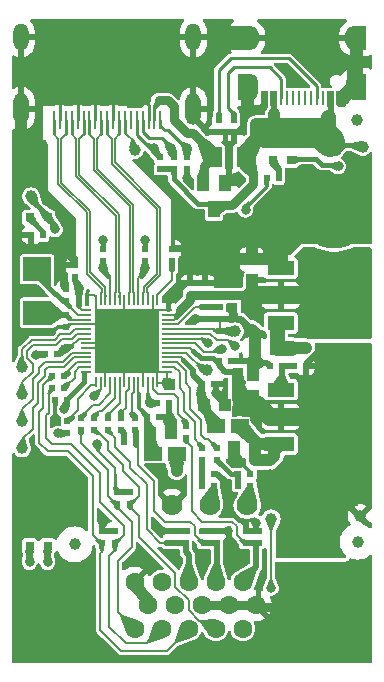
<source format=gbr>
%TF.GenerationSoftware,KiCad,Pcbnew,7.0.9-7.0.9~ubuntu22.04.1*%
%TF.CreationDate,2023-12-18T16:27:13+02:00*%
%TF.ProjectId,VGA2HDMI_Rev_C,56474132-4844-44d4-995f-5265765f432e,C*%
%TF.SameCoordinates,PX5f5e100PY7270e00*%
%TF.FileFunction,Copper,L1,Top*%
%TF.FilePolarity,Positive*%
%FSLAX46Y46*%
G04 Gerber Fmt 4.6, Leading zero omitted, Abs format (unit mm)*
G04 Created by KiCad (PCBNEW 7.0.9-7.0.9~ubuntu22.04.1) date 2023-12-18 16:27:13*
%MOMM*%
%LPD*%
G01*
G04 APERTURE LIST*
%TA.AperFunction,ConnectorPad*%
%ADD10C,1.000000*%
%TD*%
%TA.AperFunction,SMDPad,CuDef*%
%ADD11R,0.550000X0.500000*%
%TD*%
%TA.AperFunction,SMDPad,CuDef*%
%ADD12C,1.000000*%
%TD*%
%TA.AperFunction,ComponentPad*%
%ADD13O,1.300000X2.300000*%
%TD*%
%TA.AperFunction,ComponentPad*%
%ADD14O,1.300000X2.700000*%
%TD*%
%TA.AperFunction,SMDPad,CuDef*%
%ADD15R,0.250000X1.600000*%
%TD*%
%TA.AperFunction,SMDPad,CuDef*%
%ADD16R,1.100000X2.200000*%
%TD*%
%TA.AperFunction,ComponentPad*%
%ADD17O,1.200000X2.200000*%
%TD*%
%TA.AperFunction,SMDPad,CuDef*%
%ADD18R,1.100000X2.000000*%
%TD*%
%TA.AperFunction,ComponentPad*%
%ADD19O,1.300000X2.000000*%
%TD*%
%TA.AperFunction,SMDPad,CuDef*%
%ADD20R,0.300000X1.150000*%
%TD*%
%TA.AperFunction,SMDPad,CuDef*%
%ADD21R,0.250000X1.150000*%
%TD*%
%TA.AperFunction,SMDPad,CuDef*%
%ADD22R,0.254000X0.508000*%
%TD*%
%TA.AperFunction,SMDPad,CuDef*%
%ADD23R,1.524000X1.270000*%
%TD*%
%TA.AperFunction,SMDPad,CuDef*%
%ADD24R,0.500000X0.550000*%
%TD*%
%TA.AperFunction,ComponentPad*%
%ADD25C,1.778000*%
%TD*%
%TA.AperFunction,ComponentPad*%
%ADD26C,1.200000*%
%TD*%
%TA.AperFunction,ComponentPad*%
%ADD27C,6.300000*%
%TD*%
%TA.AperFunction,SMDPad,CuDef*%
%ADD28R,1.016000X1.016000*%
%TD*%
%TA.AperFunction,SMDPad,CuDef*%
%ADD29R,2.235200X1.219200*%
%TD*%
%TA.AperFunction,SMDPad,CuDef*%
%ADD30R,2.200000X3.600000*%
%TD*%
%TA.AperFunction,SMDPad,CuDef*%
%ADD31R,1.000000X1.400000*%
%TD*%
%TA.AperFunction,SMDPad,CuDef*%
%ADD32R,2.400000X2.100000*%
%TD*%
%TA.AperFunction,SMDPad,CuDef*%
%ADD33R,0.875000X0.200000*%
%TD*%
%TA.AperFunction,SMDPad,CuDef*%
%ADD34R,0.200000X0.875000*%
%TD*%
%TA.AperFunction,ComponentPad*%
%ADD35C,1.000000*%
%TD*%
%TA.AperFunction,ComponentPad*%
%ADD36C,1.800000*%
%TD*%
%TA.AperFunction,SMDPad,CuDef*%
%ADD37R,3.200000X3.200000*%
%TD*%
%TA.AperFunction,SMDPad,CuDef*%
%ADD38R,5.400000X5.400000*%
%TD*%
%TA.AperFunction,SMDPad,CuDef*%
%ADD39R,0.800000X0.800000*%
%TD*%
%TA.AperFunction,ComponentPad*%
%ADD40C,1.600000*%
%TD*%
%TA.AperFunction,ComponentPad*%
%ADD41O,4.800000X2.800000*%
%TD*%
%TA.AperFunction,SMDPad,CuDef*%
%ADD42R,1.600000X1.800000*%
%TD*%
%TA.AperFunction,ViaPad*%
%ADD43C,1.000000*%
%TD*%
%TA.AperFunction,ViaPad*%
%ADD44C,0.800000*%
%TD*%
%TA.AperFunction,Conductor*%
%ADD45C,1.016000*%
%TD*%
%TA.AperFunction,Conductor*%
%ADD46C,0.254000*%
%TD*%
%TA.AperFunction,Conductor*%
%ADD47C,0.508000*%
%TD*%
%TA.AperFunction,Conductor*%
%ADD48C,0.406400*%
%TD*%
%TA.AperFunction,Conductor*%
%ADD49C,0.762000*%
%TD*%
%TA.AperFunction,Conductor*%
%ADD50C,0.200000*%
%TD*%
%TA.AperFunction,Conductor*%
%ADD51C,2.032000*%
%TD*%
%TA.AperFunction,Conductor*%
%ADD52C,0.304800*%
%TD*%
%TA.AperFunction,Conductor*%
%ADD53C,0.355600*%
%TD*%
%TA.AperFunction,Conductor*%
%ADD54C,1.524000*%
%TD*%
%TA.AperFunction,Conductor*%
%ADD55C,1.270000*%
%TD*%
%TA.AperFunction,Conductor*%
%ADD56C,2.540000*%
%TD*%
%TA.AperFunction,Conductor*%
%ADD57C,0.127000*%
%TD*%
G04 APERTURE END LIST*
D10*
X5537000Y10272000D03*
X29413000Y46213000D03*
D11*
X18999000Y45197000D03*
X18999000Y46213000D03*
X17729000Y45197000D03*
X17729000Y46213000D03*
D12*
X29500000Y10500000D03*
D13*
X1000000Y53200000D03*
D14*
X1000000Y47150000D03*
D13*
X15600000Y53200000D03*
D14*
X15600000Y47150000D03*
D15*
X3800000Y46200000D03*
X4300000Y46200000D03*
X4800000Y46200000D03*
X5300000Y46200000D03*
X5800000Y46200000D03*
X6300000Y46200000D03*
X6800000Y46200000D03*
X7300000Y46200000D03*
X7800000Y46200000D03*
X8300000Y46200000D03*
X8800000Y46200000D03*
X9300000Y46200000D03*
X9800000Y46200000D03*
X10300000Y46200000D03*
X10800000Y46200000D03*
X11300000Y46200000D03*
X11800000Y46200000D03*
X12300000Y46200000D03*
X12800000Y46200000D03*
D16*
X19872400Y48970000D03*
D17*
X20480000Y48970000D03*
X29120000Y48970000D03*
D16*
X29727600Y48970000D03*
D18*
X19872400Y53150000D03*
D19*
X20480000Y53150000D03*
X29120000Y53150000D03*
D18*
X29727600Y53150000D03*
D20*
X28125000Y48068000D03*
X27325000Y48068000D03*
D21*
X26050000Y48068000D03*
X25050000Y48068000D03*
X24550000Y48068000D03*
X23550000Y48068000D03*
D20*
X22275000Y48068000D03*
X21475000Y48068000D03*
X21725000Y48068000D03*
X22525000Y48068000D03*
D21*
X23050000Y48068000D03*
X24050000Y48068000D03*
X25550000Y48068000D03*
X26550000Y48068000D03*
D20*
X27075000Y48068000D03*
X27875000Y48068000D03*
D12*
X10617000Y43673000D03*
D11*
X9474000Y20940000D03*
X9474000Y19924000D03*
X17856000Y28306000D03*
D22*
X17856000Y28614000D03*
X17856000Y29014000D03*
D11*
X17856000Y29322000D03*
D23*
X14173000Y17892000D03*
X12141000Y17892000D03*
D11*
X4775000Y30846000D03*
X4775000Y31862000D03*
D12*
X1092000Y25258000D03*
D11*
X4902000Y19670000D03*
X4902000Y20686000D03*
D12*
X1092000Y18400000D03*
X22174000Y12431000D03*
X29667000Y12685000D03*
D11*
X10617000Y19924000D03*
X10617000Y20940000D03*
D12*
X1092000Y22972000D03*
D11*
X13792000Y35291000D03*
X13792000Y34275000D03*
X8966000Y11415000D03*
X8966000Y10399000D03*
D12*
X19126000Y28306000D03*
D24*
X4648000Y23480000D03*
X3632000Y23480000D03*
D25*
X16967000Y13574000D03*
D23*
X19507000Y20305000D03*
X17475000Y20305000D03*
D26*
X1087000Y14500000D03*
X1849000Y16151000D03*
X1849000Y12722000D03*
X3500000Y16913000D03*
D27*
X3500000Y14500000D03*
D26*
X3500000Y12087000D03*
X5151000Y16151000D03*
X5151000Y12849000D03*
X5913000Y14500000D03*
D28*
X16459000Y22083000D03*
X18237000Y22083000D03*
D29*
X23012200Y23378400D03*
D30*
X29210000Y21067000D03*
D29*
X23012200Y21067000D03*
X23012200Y18755600D03*
D11*
X17602000Y11415000D03*
X17602000Y10399000D03*
D24*
X4648000Y24496000D03*
X3632000Y24496000D03*
D31*
X18298000Y40836000D03*
X16398000Y40836000D03*
X17348000Y38636000D03*
D28*
X20777000Y18527000D03*
X18999000Y18527000D03*
D32*
X2362000Y33585000D03*
X2362000Y29885000D03*
D24*
X10744000Y18908000D03*
X9728000Y18908000D03*
D11*
X16586000Y31354000D03*
X16586000Y32370000D03*
D24*
X2870000Y36434000D03*
X1854000Y36434000D03*
X4013000Y26401000D03*
X2997000Y26401000D03*
D11*
X15062000Y42022000D03*
X15062000Y43038000D03*
X5537000Y32878000D03*
X5537000Y33894000D03*
X8331000Y19924000D03*
X8331000Y20940000D03*
X13792000Y11415000D03*
X13792000Y10399000D03*
X17856000Y30338000D03*
X17856000Y31354000D03*
D24*
X24079000Y25385000D03*
X25095000Y25385000D03*
D11*
X9093000Y14717000D03*
X9093000Y13701000D03*
X7950000Y34275000D03*
X7950000Y35291000D03*
D24*
X19380000Y15225000D03*
X20396000Y15225000D03*
D25*
X20142000Y13574000D03*
D24*
X16332000Y15225000D03*
X17348000Y15225000D03*
D33*
X13387500Y24900000D03*
X13387500Y25300000D03*
X13387500Y25700000D03*
X13387500Y26100000D03*
X13387500Y26500000D03*
X13387500Y26900000D03*
X13387500Y27300000D03*
X13387500Y27700000D03*
X13387500Y28100000D03*
X13387500Y28500000D03*
X13387500Y28900000D03*
X13387500Y29300000D03*
X13387500Y29700000D03*
X13387500Y30100000D03*
D34*
X12550000Y30937500D03*
X12150000Y30937500D03*
X11750000Y30937500D03*
X11350000Y30937500D03*
X10950000Y30937500D03*
X10550000Y30937500D03*
X10150000Y30937500D03*
X9750000Y30937500D03*
X9350000Y30937500D03*
X8950000Y30937500D03*
X8550000Y30937500D03*
X8150000Y30937500D03*
X7750000Y30937500D03*
X7350000Y30937500D03*
D33*
X6512500Y30100000D03*
X6512500Y29700000D03*
X6512500Y29300000D03*
X6512500Y28900000D03*
X6512500Y28500000D03*
X6512500Y28100000D03*
X6512500Y27700000D03*
X6512500Y27300000D03*
X6512500Y26900000D03*
X6512500Y26500000D03*
X6512500Y26100000D03*
X6512500Y25700000D03*
X6512500Y25300000D03*
X6512500Y24900000D03*
D34*
X7350000Y24062500D03*
X7750000Y24062500D03*
X8150000Y24062500D03*
X8550000Y24062500D03*
X8950000Y24062500D03*
X9350000Y24062500D03*
X9750000Y24062500D03*
X10150000Y24062500D03*
X10550000Y24062500D03*
X10950000Y24062500D03*
X11350000Y24062500D03*
X11750000Y24062500D03*
X12150000Y24062500D03*
X12550000Y24062500D03*
D35*
X8950000Y25400000D03*
X10950000Y25400000D03*
X8950000Y26500000D03*
X10950000Y26500000D03*
D36*
X9950000Y27500000D03*
D37*
X9950000Y27500000D03*
D38*
X9950000Y27500000D03*
D35*
X8950000Y28500000D03*
X10950000Y28500000D03*
X8950000Y29600000D03*
X10950000Y29600000D03*
D24*
X19380000Y16241000D03*
X20396000Y16241000D03*
D11*
X14935000Y19289000D03*
X14935000Y20305000D03*
D39*
X1727000Y10145000D03*
X3251000Y10145000D03*
D12*
X1092000Y20686000D03*
D24*
X11633000Y21067000D03*
X12649000Y21067000D03*
D28*
X11887000Y19670000D03*
X13665000Y19670000D03*
D11*
X7823000Y11415000D03*
X7823000Y10399000D03*
X15316000Y31354000D03*
X15316000Y32370000D03*
X7188000Y20940000D03*
X7188000Y19924000D03*
X10236000Y14717000D03*
X10236000Y13701000D03*
D28*
X22555000Y26782000D03*
X20777000Y26782000D03*
X20523000Y32624000D03*
X20523000Y34402000D03*
D11*
X12776000Y42022000D03*
X12776000Y43038000D03*
D24*
X16332000Y16241000D03*
X17348000Y16241000D03*
X22047000Y25385000D03*
X23063000Y25385000D03*
D11*
X11506000Y34275000D03*
X11506000Y35291000D03*
X16332000Y17384000D03*
X16332000Y18400000D03*
D24*
X12522000Y22210000D03*
X13538000Y22210000D03*
D25*
X13792000Y13574000D03*
D11*
X14935000Y11415000D03*
X14935000Y10399000D03*
X16459000Y11415000D03*
X16459000Y10399000D03*
D24*
X4902000Y22464000D03*
X3886000Y22464000D03*
D29*
X23012200Y33665400D03*
D30*
X29210000Y31354000D03*
D29*
X23012200Y31354000D03*
X23012200Y29042600D03*
D12*
X1854000Y39736000D03*
D40*
X19780000Y7090000D03*
X17490000Y7090000D03*
X15200000Y7090000D03*
X12910000Y7090000D03*
X10620000Y7090000D03*
X20925000Y5110000D03*
X18635000Y5110000D03*
X16345000Y5110000D03*
X14055000Y5110000D03*
X11765000Y5110000D03*
X19780000Y3130000D03*
X17490000Y3130000D03*
X15200000Y3130000D03*
X12910000Y3130000D03*
X10620000Y3130000D03*
D41*
X3005000Y5110000D03*
X27995000Y5110000D03*
D11*
X6045000Y20940000D03*
X6045000Y19924000D03*
X16586000Y29322000D03*
X16586000Y30338000D03*
X20015000Y11415000D03*
X20015000Y10399000D03*
D24*
X16332000Y23861000D03*
X17348000Y23861000D03*
D28*
X20650000Y22845000D03*
X20650000Y24623000D03*
D11*
X17602000Y17384000D03*
X17602000Y18400000D03*
D42*
X20018000Y43038000D03*
X17218000Y43038000D03*
D39*
X1727000Y37958000D03*
X3251000Y37958000D03*
D24*
X17729000Y25766000D03*
X18745000Y25766000D03*
D39*
X22301000Y42784000D03*
X23825000Y42784000D03*
D24*
X22809000Y41260000D03*
X21793000Y41260000D03*
D12*
X16713000Y25004000D03*
D11*
X21158000Y11415000D03*
X21158000Y10399000D03*
X4775000Y29703000D03*
X4775000Y28687000D03*
X13919000Y42022000D03*
X13919000Y43038000D03*
D12*
X29921000Y43927000D03*
D26*
X25087000Y38500000D03*
X25849000Y40151000D03*
X25849000Y36722000D03*
X27500000Y40913000D03*
D27*
X27500000Y38500000D03*
D26*
X27500000Y36087000D03*
X29151000Y40151000D03*
X29151000Y36849000D03*
X29913000Y38500000D03*
D43*
X15189000Y35164000D03*
X17094000Y35164000D03*
X5918000Y1255000D03*
D44*
X4267000Y47864000D03*
D43*
X5156000Y36180000D03*
D44*
X11506000Y36053000D03*
X7315000Y47864000D03*
X15824000Y29322000D03*
X20904000Y12050000D03*
X16332000Y8494000D03*
D43*
X15697000Y37958000D03*
D44*
X1015800Y31735000D03*
D43*
X13030000Y40879000D03*
X4521000Y34656000D03*
X4775000Y37958000D03*
D44*
X7950000Y36053000D03*
X5791000Y47864000D03*
D43*
X13373500Y23898500D03*
X1092000Y44054000D03*
D44*
X15062000Y41260000D03*
X17475000Y23099000D03*
X8839000Y47864000D03*
D43*
X23698000Y8113000D03*
D44*
X6680000Y8367000D03*
D43*
X14300000Y39355000D03*
X2743000Y44054000D03*
X1092000Y41260000D03*
X1600000Y1255000D03*
D44*
X3378000Y35545000D03*
D43*
X15189000Y33513000D03*
X14300000Y36942000D03*
X29032000Y1255000D03*
X13538000Y20686000D03*
D44*
X2260400Y26350200D03*
X24079000Y49642000D03*
X11379000Y47864000D03*
D43*
X20523000Y28433000D03*
X21031000Y25639000D03*
X1092000Y28052000D03*
X19253000Y17384000D03*
D44*
X2362000Y31735000D03*
X18364000Y14717000D03*
D43*
X19315500Y41260000D03*
D44*
X12903000Y11415000D03*
D43*
X17094000Y33513000D03*
D44*
X14173000Y8875000D03*
X7950000Y12050000D03*
D43*
X13665000Y31100000D03*
X20523000Y35545000D03*
X24460000Y1255000D03*
D44*
X18618000Y8494000D03*
X18491000Y11415000D03*
D43*
X3378000Y39355000D03*
X2743000Y41260000D03*
X17094000Y36942000D03*
D44*
X3886000Y20813000D03*
X1092000Y35545000D03*
D43*
X29413000Y23861000D03*
X27381000Y16114000D03*
D44*
X7950000Y33640000D03*
D43*
X27381000Y10018000D03*
X19634000Y23353000D03*
X27127000Y18273000D03*
X27127000Y21067000D03*
X29413000Y26147000D03*
X25095000Y21067000D03*
X25095000Y18273000D03*
X25603000Y10018000D03*
X22047000Y13955000D03*
X23825000Y13955000D03*
X29159000Y16114000D03*
X25603000Y11923000D03*
X26111000Y22464000D03*
X22047000Y16114000D03*
X14173000Y16495000D03*
X25603000Y13955000D03*
X29159000Y13955000D03*
D44*
X4709992Y26842636D03*
D43*
X19634000Y22083000D03*
D44*
X11506000Y33640000D03*
D43*
X29413000Y18273000D03*
X26111000Y19670000D03*
X27381000Y11923000D03*
X27127000Y23861000D03*
X27381000Y13955000D03*
X27127000Y26147000D03*
X23825000Y11923000D03*
X23825000Y10018000D03*
X23825000Y16114000D03*
X25603000Y16114000D03*
X25095000Y23861000D03*
D44*
X16205000Y23099000D03*
X11887000Y22210000D03*
X4648000Y21702000D03*
D43*
X20523000Y30084000D03*
X26111000Y32751000D03*
X25095000Y34148000D03*
X25095000Y31354000D03*
X22047000Y17384000D03*
X27127000Y31354000D03*
X20523000Y31354000D03*
D44*
X5918000Y31989000D03*
X3251000Y8748000D03*
D43*
X20777000Y17384000D03*
X25095000Y28560000D03*
X29413000Y28560000D03*
D44*
X27889000Y42276000D03*
D43*
X29413000Y34148000D03*
D44*
X3886000Y36942000D03*
D43*
X27127000Y28560000D03*
X27127000Y34148000D03*
X26111000Y29957000D03*
X27635000Y43673000D03*
X23825000Y26909000D03*
X27635000Y44943000D03*
X20904000Y44562000D03*
X20904000Y45832000D03*
D44*
X7442000Y18781000D03*
D43*
X25095000Y26909000D03*
X21920000Y45197000D03*
D44*
X12268000Y43800000D03*
X19151400Y27036000D03*
X13665000Y43800000D03*
X16840000Y27289500D03*
X17983000Y26782000D03*
X15062000Y43800000D03*
X4140141Y19670000D03*
X1727000Y8748000D03*
X20015000Y38593000D03*
X7188000Y22845000D03*
X22174000Y6589000D03*
D45*
X29120000Y48970000D02*
X29120000Y50570000D01*
D46*
X21725000Y48068000D02*
X21725000Y47288000D01*
D47*
X4521000Y34656000D02*
X4521000Y32116000D01*
D46*
X4300000Y46200000D02*
X4300000Y47831000D01*
D47*
X29120000Y48970000D02*
X29120000Y48460000D01*
X29120000Y48460000D02*
X28397000Y47737000D01*
D45*
X29120000Y50570000D02*
X28778000Y50912000D01*
D47*
X17475000Y23734000D02*
X17348000Y23861000D01*
X16586000Y32370000D02*
X15316000Y32370000D01*
D46*
X27875000Y47497000D02*
X27889000Y47483000D01*
D48*
X2260400Y26350200D02*
X2946200Y26350200D01*
D45*
X20523000Y34402000D02*
X20523000Y35545000D01*
D49*
X23698000Y8113000D02*
X23698000Y6208000D01*
D47*
X17856000Y29322000D02*
X19634000Y29322000D01*
D50*
X9750000Y27700000D02*
X9950000Y27500000D01*
D48*
X685600Y35138600D02*
X1092000Y35545000D01*
D47*
X15600000Y47150000D02*
X15600000Y46437000D01*
D48*
X711000Y35926000D02*
X711000Y45000000D01*
X2946200Y26350200D02*
X2997000Y26401000D01*
D47*
X17856000Y29322000D02*
X16586000Y29322000D01*
D45*
X20777000Y28179000D02*
X20523000Y28433000D01*
X11765000Y5568000D02*
X10620000Y6713000D01*
D51*
X19872400Y53150000D02*
X18158000Y53150000D01*
D47*
X5537000Y34148000D02*
X5537000Y33894000D01*
D50*
X6512500Y26900000D02*
X9350000Y26900000D01*
D49*
X21097000Y4938000D02*
X20925000Y5110000D01*
D50*
X8150000Y25700000D02*
X9950000Y27500000D01*
D45*
X23063000Y33716200D02*
X23063000Y35037000D01*
D52*
X20396000Y16241000D02*
X20396000Y16368000D01*
D50*
X11350000Y24062500D02*
X11350000Y25000000D01*
D52*
X3886000Y20813000D02*
X3886000Y22464000D01*
D50*
X13387500Y24900000D02*
X13387500Y23912500D01*
X13387500Y23912500D02*
X13373500Y23898500D01*
D46*
X4300000Y47831000D02*
X4267000Y47864000D01*
D45*
X20650000Y25766000D02*
X20777000Y25893000D01*
D49*
X18635000Y5110000D02*
X20925000Y5110000D01*
D46*
X18364000Y13472400D02*
X18364000Y14717000D01*
D45*
X23012200Y33665400D02*
X22275600Y34402000D01*
D50*
X11350000Y25000000D02*
X10950000Y25400000D01*
D47*
X19888000Y47229000D02*
X19888000Y45669000D01*
D45*
X13665000Y19670000D02*
X13665000Y20559000D01*
D48*
X1092000Y35545000D02*
X711000Y35926000D01*
D46*
X28397000Y47610000D02*
X28397000Y47737000D01*
D45*
X20777000Y25893000D02*
X21031000Y25639000D01*
D50*
X12550000Y24900000D02*
X9950000Y27500000D01*
D46*
X8800000Y47825000D02*
X8839000Y47864000D01*
D47*
X19888000Y48378000D02*
X19888000Y47229000D01*
D45*
X1000000Y47150000D02*
X1000000Y45289000D01*
D47*
X17729000Y45197000D02*
X18237000Y45197000D01*
X17475000Y23099000D02*
X17475000Y23734000D01*
D50*
X7188000Y31354000D02*
X6680000Y31354000D01*
D49*
X19315500Y41260000D02*
X18722000Y41260000D01*
D50*
X12150000Y29700000D02*
X9950000Y27500000D01*
D47*
X20015000Y11415000D02*
X21158000Y11415000D01*
D52*
X20396000Y16368000D02*
X19380000Y17384000D01*
D49*
X17475000Y23099000D02*
X18237000Y22337000D01*
D47*
X12649000Y21067000D02*
X13157000Y21067000D01*
D49*
X20015000Y47102000D02*
X19888000Y47229000D01*
D48*
X14935000Y35418000D02*
X13919000Y35418000D01*
D52*
X19380000Y17384000D02*
X19253000Y17384000D01*
D50*
X13387500Y30100000D02*
X12550000Y30100000D01*
D49*
X28125000Y48354000D02*
X28125000Y48068000D01*
D48*
X4521000Y34656000D02*
X3632000Y35545000D01*
D49*
X29120000Y48970000D02*
X28741000Y48970000D01*
D48*
X15189000Y35164000D02*
X14935000Y35418000D01*
D50*
X5158968Y28900000D02*
X5101568Y28842600D01*
X13387500Y24900000D02*
X12550000Y24900000D01*
D53*
X4945968Y28687000D02*
X5101568Y28842600D01*
D46*
X21412000Y46975000D02*
X21031000Y46975000D01*
D47*
X13792000Y11415000D02*
X14935000Y11415000D01*
D48*
X21031000Y5216000D02*
X21031000Y6970000D01*
D47*
X19888000Y45669000D02*
X19416000Y45197000D01*
D52*
X1219000Y28179000D02*
X3632000Y28179000D01*
D46*
X20015000Y11415000D02*
X19862600Y11567400D01*
D50*
X9350000Y26900000D02*
X9950000Y27500000D01*
D47*
X16840000Y45197000D02*
X17729000Y45197000D01*
D46*
X21725000Y47288000D02*
X21412000Y46975000D01*
D48*
X685600Y28458400D02*
X685600Y35138600D01*
D50*
X13411000Y30211000D02*
X13411000Y30123500D01*
D47*
X15316000Y32370000D02*
X14935000Y32370000D01*
X5029000Y34656000D02*
X5537000Y34148000D01*
X17602000Y16241000D02*
X18364000Y15479000D01*
X4521000Y34656000D02*
X5029000Y34656000D01*
D48*
X1854000Y36434000D02*
X1854000Y35545000D01*
D47*
X7823000Y11923000D02*
X7823000Y11415000D01*
D46*
X5800000Y47855000D02*
X5791000Y47864000D01*
D50*
X12550000Y23898500D02*
X13373500Y23898500D01*
D46*
X8800000Y46200000D02*
X8800000Y47825000D01*
D45*
X22275600Y34402000D02*
X20523000Y34402000D01*
D46*
X19862600Y11567400D02*
X19862600Y11973800D01*
D52*
X3632000Y28179000D02*
X4140000Y28687000D01*
D47*
X20904000Y25766000D02*
X18745000Y25766000D01*
D48*
X18237000Y45197000D02*
X18237000Y44435000D01*
D49*
X22428000Y4938000D02*
X21097000Y4938000D01*
D47*
X16459000Y11415000D02*
X17602000Y11415000D01*
X20480000Y48970000D02*
X19888000Y48378000D01*
D50*
X7350000Y30937500D02*
X7350000Y30100000D01*
D46*
X5800000Y46200000D02*
X5800000Y47855000D01*
D45*
X10620000Y6713000D02*
X10620000Y7090000D01*
D50*
X8550000Y28900000D02*
X9950000Y27500000D01*
D45*
X13665000Y20559000D02*
X13538000Y20686000D01*
D46*
X19862600Y11973800D02*
X18364000Y13472400D01*
D47*
X18298000Y40836000D02*
X18618000Y41156000D01*
D48*
X711000Y45000000D02*
X1000000Y45289000D01*
D47*
X19634000Y29322000D02*
X20523000Y28433000D01*
D46*
X27875000Y48068000D02*
X27875000Y47497000D01*
D47*
X21031000Y25639000D02*
X20904000Y25766000D01*
D45*
X18999000Y17638000D02*
X18999000Y18527000D01*
D47*
X15600000Y46437000D02*
X16840000Y45197000D01*
D45*
X20650000Y24623000D02*
X20650000Y25766000D01*
D48*
X3632000Y35545000D02*
X3378000Y35545000D01*
D47*
X13538000Y22210000D02*
X13538000Y20686000D01*
D45*
X20777000Y26782000D02*
X20777000Y28179000D01*
D50*
X12550000Y24062500D02*
X12550000Y23898500D01*
X9750000Y30937500D02*
X9750000Y27700000D01*
X12150000Y30937500D02*
X12150000Y29700000D01*
D47*
X17348000Y16241000D02*
X17602000Y16241000D01*
X19416000Y45197000D02*
X18999000Y45197000D01*
X15824000Y29322000D02*
X16586000Y29322000D01*
D45*
X19253000Y17384000D02*
X18999000Y17638000D01*
D47*
X20904000Y12050000D02*
X20904000Y11415000D01*
D45*
X20777000Y26782000D02*
X20777000Y25893000D01*
D52*
X4140000Y28687000D02*
X4775000Y28687000D01*
D45*
X11765000Y5110000D02*
X11765000Y5568000D01*
D48*
X13411000Y30465000D02*
X13411000Y30846000D01*
D47*
X4521000Y32116000D02*
X4775000Y31862000D01*
D50*
X7350000Y30100000D02*
X9950000Y27500000D01*
D47*
X12903000Y11415000D02*
X13792000Y11415000D01*
X18364000Y15479000D02*
X18364000Y14717000D01*
D50*
X13411000Y30123500D02*
X13387500Y30100000D01*
D46*
X28270000Y47483000D02*
X28397000Y47610000D01*
D47*
X18491000Y11415000D02*
X17602000Y11415000D01*
D50*
X7350000Y30937500D02*
X7350000Y31192000D01*
D49*
X18722000Y41260000D02*
X18298000Y40836000D01*
D50*
X6512500Y27300000D02*
X9750000Y27300000D01*
D48*
X13411000Y30211000D02*
X13411000Y30465000D01*
D49*
X28741000Y48970000D02*
X28125000Y48354000D01*
D45*
X20523000Y34402000D02*
X19380000Y34402000D01*
D47*
X22047000Y25385000D02*
X21793000Y25639000D01*
D50*
X7350000Y31192000D02*
X7188000Y31354000D01*
D47*
X7823000Y11415000D02*
X8966000Y11415000D01*
D48*
X11506000Y36053000D02*
X11506000Y35291000D01*
D46*
X11800000Y47443000D02*
X11379000Y47864000D01*
D50*
X9750000Y27300000D02*
X9950000Y27500000D01*
D46*
X7300000Y46200000D02*
X7300000Y47849000D01*
D50*
X6512500Y28900000D02*
X8550000Y28900000D01*
D52*
X21158000Y47102000D02*
X21031000Y46975000D01*
D46*
X7300000Y47849000D02*
X7315000Y47864000D01*
D47*
X7950000Y12050000D02*
X7823000Y11923000D01*
D48*
X7950000Y36053000D02*
X7950000Y35291000D01*
D46*
X27889000Y47483000D02*
X28270000Y47483000D01*
D47*
X18237000Y45197000D02*
X18999000Y45197000D01*
D50*
X12550000Y24062500D02*
X12550000Y24900000D01*
D48*
X1854000Y35545000D02*
X3378000Y35545000D01*
X20925000Y5110000D02*
X21031000Y5216000D01*
D49*
X18237000Y22337000D02*
X18237000Y22083000D01*
D47*
X15062000Y41260000D02*
X15062000Y42022000D01*
X14935000Y32370000D02*
X13665000Y31100000D01*
X21793000Y25639000D02*
X21031000Y25639000D01*
D49*
X23698000Y6208000D02*
X22428000Y4938000D01*
D47*
X29727600Y48970000D02*
X29120000Y48970000D01*
D48*
X1092000Y28052000D02*
X685600Y28458400D01*
D47*
X13157000Y21067000D02*
X13538000Y20686000D01*
D48*
X1092000Y35545000D02*
X1854000Y35545000D01*
D52*
X21475000Y48068000D02*
X21475000Y47419000D01*
D50*
X6512500Y28900000D02*
X5158968Y28900000D01*
D45*
X23012200Y33665400D02*
X23063000Y33716200D01*
D47*
X18618000Y41156000D02*
X18618000Y42784000D01*
D50*
X12550000Y30100000D02*
X9950000Y27500000D01*
D46*
X11800000Y46200000D02*
X11800000Y47443000D01*
D48*
X13919000Y35418000D02*
X13792000Y35291000D01*
D47*
X21475000Y47419000D02*
X21158000Y47102000D01*
D50*
X8150000Y24062500D02*
X8150000Y25700000D01*
D52*
X13411000Y30846000D02*
X13665000Y31100000D01*
D53*
X4775000Y28687000D02*
X4945968Y28687000D01*
D52*
X1092000Y28052000D02*
X1219000Y28179000D01*
D49*
X21158000Y47102000D02*
X20015000Y47102000D01*
D50*
X9750000Y24062500D02*
X9750000Y27300000D01*
D49*
X16345000Y5110000D02*
X18635000Y5110000D01*
D48*
X17729000Y25766000D02*
X17729000Y25450600D01*
X11506000Y33386000D02*
X11125000Y33005000D01*
D47*
X7950000Y33640000D02*
X7950000Y34275000D01*
D48*
X4709992Y26842636D02*
X4903356Y27036000D01*
X4903356Y27036000D02*
X5257600Y27036000D01*
D50*
X5257600Y27036000D02*
X5921600Y27700000D01*
D47*
X11506000Y33640000D02*
X11506000Y34275000D01*
X25095000Y25512000D02*
X26238000Y26655000D01*
D50*
X8550000Y32786000D02*
X8550000Y30937500D01*
D45*
X19634000Y22083000D02*
X19634000Y23353000D01*
D50*
X8331000Y33005000D02*
X8550000Y32786000D01*
D48*
X11506000Y33640000D02*
X11506000Y33386000D01*
D45*
X14173000Y16495000D02*
X14173000Y17892000D01*
D50*
X15325000Y26900000D02*
X13387500Y26900000D01*
D47*
X4013000Y26401000D02*
X4268356Y26401000D01*
D48*
X17475000Y25766000D02*
X17729000Y25766000D01*
D54*
X21031000Y22083000D02*
X22047000Y21067000D01*
X22047000Y21067000D02*
X23012200Y21067000D01*
D47*
X25095000Y25385000D02*
X25095000Y25512000D01*
D54*
X23012200Y21067000D02*
X25095000Y21067000D01*
D48*
X16205000Y26020000D02*
X17221000Y26020000D01*
D50*
X10950000Y32830000D02*
X10950000Y30937500D01*
D48*
X15570000Y26655000D02*
X16205000Y26020000D01*
D47*
X4268356Y26401000D02*
X4709992Y26842636D01*
X19380000Y23607000D02*
X19380000Y24877000D01*
D45*
X19634000Y22083000D02*
X19656200Y22060800D01*
D48*
X7950000Y33386000D02*
X7950000Y33640000D01*
D50*
X15570000Y26655000D02*
X15325000Y26900000D01*
D48*
X8331000Y33005000D02*
X7950000Y33386000D01*
D47*
X25095000Y25385000D02*
X25095000Y23861000D01*
X19634000Y23353000D02*
X19380000Y23607000D01*
D50*
X11125000Y33005000D02*
X10950000Y32830000D01*
D45*
X19634000Y22083000D02*
X21031000Y22083000D01*
D47*
X18302600Y24877000D02*
X19380000Y24877000D01*
X17729000Y25450600D02*
X18302600Y24877000D01*
D48*
X17221000Y26020000D02*
X17475000Y25766000D01*
D50*
X5921600Y27700000D02*
X6512500Y27700000D01*
X14935000Y23908625D02*
X15316000Y23527625D01*
X16205000Y19543000D02*
X16586000Y19162000D01*
X15316000Y23527625D02*
X15316000Y21702000D01*
X14935000Y24953200D02*
X14935000Y23908625D01*
X13387500Y25700000D02*
X14188200Y25700000D01*
X16586000Y19162000D02*
X16840000Y19162000D01*
D48*
X17602000Y18400000D02*
X17221000Y18781000D01*
D50*
X14188200Y25700000D02*
X14935000Y24953200D01*
X16840000Y19162000D02*
X17221000Y18781000D01*
X16205000Y20813000D02*
X16205000Y19543000D01*
X15316000Y21702000D02*
X16205000Y20813000D01*
D48*
X16332000Y18527000D02*
X16078000Y18781000D01*
X16332000Y18400000D02*
X16332000Y18527000D01*
D50*
X14808000Y21536900D02*
X15697000Y20647900D01*
X14808000Y23099000D02*
X14808000Y21536900D01*
X15697000Y19162000D02*
X16078000Y18781000D01*
X13387500Y25300000D02*
X13978600Y25300000D01*
X14427000Y23480000D02*
X14808000Y23099000D01*
X13978600Y25300000D02*
X14427000Y24851600D01*
X15697000Y20647900D02*
X15697000Y19162000D01*
X14427000Y24851600D02*
X14427000Y23480000D01*
D53*
X11887000Y22210000D02*
X11760000Y22337000D01*
D49*
X16205000Y22337000D02*
X16459000Y22083000D01*
X17475000Y20686000D02*
X16459000Y21702000D01*
X16205000Y23099000D02*
X16205000Y22337000D01*
D47*
X16332000Y23734000D02*
X16332000Y23861000D01*
X15570000Y24623000D02*
X15570000Y24877000D01*
X16332000Y23861000D02*
X15570000Y24623000D01*
D49*
X17475000Y20305000D02*
X17475000Y20686000D01*
D50*
X11750000Y22982000D02*
X11760000Y22972000D01*
D49*
X16459000Y21702000D02*
X16459000Y22083000D01*
D50*
X14744500Y25893000D02*
X14537500Y26100000D01*
X11750000Y24062500D02*
X11750000Y22982000D01*
D53*
X11760000Y22337000D02*
X11760000Y22972000D01*
D48*
X14744500Y25893000D02*
X15570000Y25067500D01*
X15570000Y25067500D02*
X15570000Y24877000D01*
D47*
X12522000Y22210000D02*
X11887000Y22210000D01*
X16332000Y23226000D02*
X16332000Y23734000D01*
D50*
X14537500Y26100000D02*
X13387500Y26100000D01*
D47*
X16205000Y23099000D02*
X16332000Y23226000D01*
D50*
X10950000Y23020000D02*
X10998000Y22972000D01*
D45*
X12141000Y17892000D02*
X11887000Y18146000D01*
X11887000Y18146000D02*
X11887000Y19670000D01*
D53*
X10998000Y21829000D02*
X11633000Y21194000D01*
D50*
X10950000Y24062500D02*
X10950000Y23020000D01*
D53*
X11633000Y21194000D02*
X11633000Y21067000D01*
D47*
X11633000Y19924000D02*
X11633000Y21067000D01*
X11887000Y19670000D02*
X11633000Y19924000D01*
D53*
X10998000Y22972000D02*
X10998000Y21829000D01*
D48*
X4775000Y30719000D02*
X5029000Y30465000D01*
X2362000Y33005000D02*
X3327200Y32039800D01*
X3327200Y32039800D02*
X3301800Y32065200D01*
X4775000Y30846000D02*
X4775000Y30719000D01*
D50*
X5794000Y29700000D02*
X6512500Y29700000D01*
D48*
X2671000Y33585000D02*
X2362000Y33585000D01*
X2362000Y33585000D02*
X2362000Y33005000D01*
X3301800Y32065200D02*
X3301800Y32954200D01*
X3301800Y32954200D02*
X2671000Y33585000D01*
D50*
X5029000Y30465000D02*
X5794000Y29700000D01*
D48*
X4521000Y30846000D02*
X3327200Y32039800D01*
X4775000Y30846000D02*
X4521000Y30846000D01*
X4902000Y22591000D02*
X6299000Y23988000D01*
D45*
X20777000Y17384000D02*
X20777000Y18527000D01*
D54*
X23012200Y31354000D02*
X20523000Y31354000D01*
D49*
X15316000Y31354000D02*
X15316000Y30973000D01*
D50*
X13387500Y29700000D02*
X14043000Y29700000D01*
D48*
X4902000Y22464000D02*
X4902000Y22591000D01*
X3886000Y36942000D02*
X3886000Y37323000D01*
D46*
X14085657Y29409343D02*
X14617500Y29941186D01*
X14617500Y29941186D02*
X14617500Y30274500D01*
D49*
X15316000Y30973000D02*
X14427000Y30084000D01*
D47*
X4902000Y21956000D02*
X4902000Y22464000D01*
D50*
X6156000Y30100000D02*
X5918000Y30338000D01*
X6423600Y24900000D02*
X6299000Y24775400D01*
D47*
X4648000Y21702000D02*
X4902000Y21956000D01*
D49*
X20523000Y31354000D02*
X17856000Y31354000D01*
D46*
X23825000Y42911000D02*
X23825000Y42784000D01*
D47*
X5918000Y32243000D02*
X5918000Y31989000D01*
D54*
X23012200Y31354000D02*
X25095000Y31354000D01*
D48*
X27762000Y42403000D02*
X26492000Y42403000D01*
D45*
X23012200Y18755600D02*
X21005600Y18755600D01*
D49*
X16586000Y31354000D02*
X15316000Y31354000D01*
D50*
X14043000Y29700000D02*
X14043000Y29452000D01*
D46*
X14043000Y29700000D02*
X14427000Y30084000D01*
D50*
X5918000Y30338000D02*
X5918000Y30465000D01*
D48*
X3886000Y37323000D02*
X3251000Y37958000D01*
D45*
X20523000Y31354000D02*
X20523000Y30084000D01*
X22428000Y17765000D02*
X22428000Y18171400D01*
D47*
X3251000Y10145000D02*
X3251000Y8748000D01*
D48*
X27889000Y42276000D02*
X27762000Y42403000D01*
X1854000Y39482000D02*
X3251000Y38085000D01*
D45*
X22428000Y18171400D02*
X23012200Y18755600D01*
D49*
X17856000Y31354000D02*
X16586000Y31354000D01*
D45*
X22047000Y17384000D02*
X20777000Y17384000D01*
D48*
X23952000Y42911000D02*
X23825000Y42784000D01*
D50*
X6512500Y24900000D02*
X6423600Y24900000D01*
D45*
X21005600Y18755600D02*
X20777000Y18527000D01*
X20777000Y19035000D02*
X20777000Y18527000D01*
D46*
X14617500Y30274500D02*
X14427000Y30084000D01*
D48*
X26492000Y42403000D02*
X25984000Y42911000D01*
D50*
X13976314Y29300000D02*
X14085657Y29409343D01*
D48*
X1854000Y39736000D02*
X1854000Y39482000D01*
X3251000Y38085000D02*
X3251000Y37958000D01*
D47*
X5537000Y32878000D02*
X5537000Y32624000D01*
D48*
X25984000Y42911000D02*
X23952000Y42911000D01*
X6299000Y23988000D02*
X6299000Y24775400D01*
D50*
X6512500Y30100000D02*
X6156000Y30100000D01*
D45*
X22047000Y17384000D02*
X22428000Y17765000D01*
X19507000Y20305000D02*
X20777000Y19035000D01*
X20523000Y32624000D02*
X20523000Y31354000D01*
D47*
X5537000Y32624000D02*
X5918000Y32243000D01*
D50*
X14043000Y29452000D02*
X14085657Y29409343D01*
D47*
X5918000Y30465000D02*
X5918000Y31989000D01*
D50*
X13387500Y29300000D02*
X13976314Y29300000D01*
D46*
X27325000Y46792000D02*
X27000000Y46467000D01*
D55*
X22682000Y26909000D02*
X23825000Y26909000D01*
D49*
X17348000Y38636000D02*
X17686000Y38974000D01*
D45*
X22555000Y26782000D02*
X22555000Y27163000D01*
D48*
X29794000Y44054000D02*
X27381000Y44054000D01*
D45*
X20904000Y45832000D02*
X21666000Y45070000D01*
X27635000Y44943000D02*
X27000000Y45578000D01*
D55*
X23012200Y29042600D02*
X22682000Y28712400D01*
D49*
X20018000Y42400000D02*
X20018000Y43038000D01*
D46*
X27325000Y48068000D02*
X27325000Y46792000D01*
D49*
X20650000Y40752000D02*
X20650000Y41768000D01*
D46*
X22275000Y48068000D02*
X22275000Y46874000D01*
D45*
X27635000Y44308000D02*
X27635000Y43673000D01*
D49*
X18872000Y38974000D02*
X20650000Y40752000D01*
D46*
X9093000Y14717000D02*
X8966000Y14844000D01*
D48*
X13919000Y41196500D02*
X16014500Y39101000D01*
D45*
X22428000Y45832000D02*
X22428000Y46721000D01*
D48*
X16014500Y39101000D02*
X16883000Y39101000D01*
D55*
X20018000Y43676000D02*
X20904000Y44562000D01*
D56*
X26365000Y45070000D02*
X21666000Y45070000D01*
D45*
X20904000Y44562000D02*
X20904000Y45832000D01*
D50*
X7442000Y18273000D02*
X7442000Y18781000D01*
D45*
X27635000Y44943000D02*
X27635000Y44308000D01*
D47*
X12776000Y42022000D02*
X13919000Y42022000D01*
D45*
X22555000Y27163000D02*
X22682000Y27290000D01*
D46*
X22525000Y46818000D02*
X22428000Y46721000D01*
X22525000Y48068000D02*
X22525000Y46818000D01*
X27075000Y48068000D02*
X27075000Y46542000D01*
D45*
X27635000Y44308000D02*
X27127000Y44308000D01*
D49*
X17686000Y38974000D02*
X18872000Y38974000D01*
D56*
X27127000Y44308000D02*
X26365000Y45070000D01*
D48*
X16883000Y39101000D02*
X17348000Y38636000D01*
D46*
X22275000Y46874000D02*
X22428000Y46721000D01*
X8966000Y14844000D02*
X8966000Y16241000D01*
D49*
X20650000Y41768000D02*
X20018000Y42400000D01*
D55*
X22682000Y28712400D02*
X22682000Y27290000D01*
D48*
X13919000Y42022000D02*
X13919000Y41196500D01*
D45*
X23825000Y26909000D02*
X25095000Y26909000D01*
D50*
X8966000Y16241000D02*
X8966000Y16749000D01*
D55*
X27000000Y45578000D02*
X27000000Y46467000D01*
D50*
X8966000Y16749000D02*
X7442000Y18273000D01*
D45*
X22555000Y26782000D02*
X22682000Y26909000D01*
D48*
X29921000Y43927000D02*
X29794000Y44054000D01*
D46*
X27075000Y46542000D02*
X27000000Y46467000D01*
D48*
X27381000Y44054000D02*
X27127000Y44308000D01*
D55*
X20018000Y43038000D02*
X20018000Y43676000D01*
D45*
X20904000Y45832000D02*
X22428000Y45832000D01*
D47*
X9093000Y14717000D02*
X10236000Y14717000D01*
D48*
X5092500Y29449000D02*
X4838500Y29703000D01*
D50*
X5355800Y29300000D02*
X6512500Y29300000D01*
X5206800Y29449000D02*
X5355800Y29300000D01*
X5092500Y29449000D02*
X5206800Y29449000D01*
D48*
X4838500Y29703000D02*
X4775000Y29703000D01*
X2544000Y29703000D02*
X4775000Y29703000D01*
X2362000Y29885000D02*
X2544000Y29703000D01*
D47*
X19780000Y7243000D02*
X20904000Y8367000D01*
D50*
X15443000Y13066000D02*
X16332000Y12177000D01*
D47*
X20015000Y10399000D02*
X21158000Y10399000D01*
D50*
X14935000Y19035000D02*
X15443000Y18527000D01*
X16332000Y12177000D02*
X18872000Y12177000D01*
D47*
X19780000Y7090000D02*
X19780000Y7243000D01*
D50*
X15443000Y18527000D02*
X15443000Y13066000D01*
X19253000Y11034000D02*
X19888000Y10399000D01*
D47*
X14935000Y19035000D02*
X14935000Y19289000D01*
D50*
X19888000Y10399000D02*
X20015000Y10399000D01*
X19253000Y11796000D02*
X19253000Y11034000D01*
D47*
X20904000Y8367000D02*
X20904000Y10399000D01*
D50*
X18872000Y12177000D02*
X19253000Y11796000D01*
X14300000Y22654500D02*
X13982500Y22972000D01*
X14300000Y21321000D02*
X14300000Y22654500D01*
X12598200Y22972000D02*
X12150000Y23420200D01*
X12150000Y23420200D02*
X12150000Y24062500D01*
X14808000Y20813000D02*
X14300000Y21321000D01*
X13982500Y22972000D02*
X12598200Y22972000D01*
D47*
X14935000Y20559000D02*
X14808000Y20686000D01*
X14935000Y20305000D02*
X14935000Y20559000D01*
D50*
X14808000Y20686000D02*
X14808000Y20813000D01*
X13157000Y12177000D02*
X15316000Y12177000D01*
D47*
X10744000Y19797000D02*
X10617000Y19924000D01*
D50*
X15697000Y11796000D02*
X15697000Y11034000D01*
D47*
X17490000Y7090000D02*
X17602000Y7202000D01*
D50*
X15697000Y11034000D02*
X16332000Y10399000D01*
X10871000Y17003000D02*
X12268000Y15606000D01*
D47*
X17602000Y7202000D02*
X17602000Y10399000D01*
D50*
X15316000Y12177000D02*
X15697000Y11796000D01*
X10871000Y18527000D02*
X10871000Y17003000D01*
D47*
X16459000Y10399000D02*
X17602000Y10399000D01*
D50*
X16332000Y10399000D02*
X16459000Y10399000D01*
X12268000Y15606000D02*
X12268000Y13066000D01*
X10744000Y18654000D02*
X10871000Y18527000D01*
D47*
X10744000Y18908000D02*
X10744000Y19797000D01*
X10744000Y18654000D02*
X10744000Y18908000D01*
D50*
X12268000Y13066000D02*
X13157000Y12177000D01*
X10550000Y23209800D02*
X10550000Y24062500D01*
X10363000Y23022800D02*
X10550000Y23209800D01*
D47*
X10617000Y20940000D02*
X10617000Y21067000D01*
D50*
X10363000Y21321000D02*
X10363000Y23022800D01*
D47*
X10617000Y21067000D02*
X10363000Y21321000D01*
X13792000Y10399000D02*
X13284000Y10399000D01*
D50*
X11633000Y15352000D02*
X10236000Y16749000D01*
X10236000Y16749000D02*
X10236000Y17257000D01*
X10236000Y17257000D02*
X8966000Y18527000D01*
X8966000Y19289000D02*
X8585000Y19670000D01*
X13284000Y10399000D02*
X12776000Y10399000D01*
X8966000Y18527000D02*
X8966000Y19289000D01*
D47*
X15200000Y9372000D02*
X14935000Y9637000D01*
X13792000Y10399000D02*
X14935000Y10399000D01*
D50*
X12776000Y10399000D02*
X11633000Y11542000D01*
D47*
X15200000Y7090000D02*
X15200000Y9372000D01*
D50*
X11633000Y11542000D02*
X11633000Y15352000D01*
D53*
X8585000Y19670000D02*
X8331000Y19924000D01*
D47*
X14935000Y9637000D02*
X14935000Y10399000D01*
D50*
X9350000Y22213000D02*
X8331000Y21194000D01*
X9350000Y24062500D02*
X9350000Y22213000D01*
D47*
X8331000Y20940000D02*
X8331000Y21194000D01*
X16586000Y30338000D02*
X16205000Y30338000D01*
D50*
X13387500Y28900000D02*
X14259000Y28900000D01*
X14259000Y28900000D02*
X15697000Y30338000D01*
X15697000Y30338000D02*
X16205000Y30338000D01*
D47*
X16586000Y30338000D02*
X17856000Y30338000D01*
X9474000Y19924000D02*
X9728000Y19670000D01*
X9728000Y19670000D02*
X9728000Y18908000D01*
D49*
X13919000Y46213000D02*
X13919000Y47356000D01*
D46*
X12300000Y46200000D02*
X12300000Y47102000D01*
D49*
X16535200Y40973200D02*
X16535200Y42355200D01*
D46*
X12300000Y47102000D02*
X12300000Y47515000D01*
D49*
X13411000Y47864000D02*
X12649000Y47864000D01*
D46*
X12300000Y47515000D02*
X12649000Y47864000D01*
D49*
X15570000Y45070000D02*
X15062000Y45070000D01*
D46*
X12300000Y47229000D02*
X12649000Y47578000D01*
D49*
X16535200Y42355200D02*
X17218000Y43038000D01*
D46*
X12649000Y47578000D02*
X12649000Y47864000D01*
X12300000Y47102000D02*
X12300000Y47229000D01*
D49*
X17218000Y43165000D02*
X17218000Y43422000D01*
X17218000Y43422000D02*
X15570000Y45070000D01*
X13919000Y47356000D02*
X13411000Y47864000D01*
X15062000Y45070000D02*
X13919000Y46213000D01*
X16398000Y40836000D02*
X16535200Y40973200D01*
D46*
X9800000Y45117948D02*
X9800000Y46200000D01*
D50*
X10617000Y44308000D02*
X9807052Y45117948D01*
X9807052Y45117948D02*
X9800000Y45117948D01*
X10617000Y43673000D02*
X10617000Y44308000D01*
D57*
X4173000Y44626999D02*
X4173000Y40793394D01*
X7750000Y31593751D02*
X7750000Y30937500D01*
X4173000Y40793394D02*
X6553000Y38413394D01*
D46*
X3800000Y46200000D02*
X3800000Y44999999D01*
D57*
X6553000Y38413394D02*
X6553000Y33206394D01*
X7823000Y31936394D02*
X7823000Y31666751D01*
X3800000Y44999999D02*
X4173000Y44626999D01*
X7823000Y31666751D02*
X7750000Y31593751D01*
X6553000Y33206394D02*
X7823000Y31936394D01*
X8150000Y31593751D02*
X8150000Y30937500D01*
X8077000Y32041606D02*
X8077000Y31666751D01*
D46*
X4800000Y46200000D02*
X4800000Y44999999D01*
D57*
X4800000Y44999999D02*
X4427000Y44626999D01*
X6807000Y33311606D02*
X8077000Y32041606D01*
X6807000Y38518606D02*
X6807000Y33311606D01*
X4427000Y44626999D02*
X4427000Y40898606D01*
X8077000Y31666751D02*
X8150000Y31593751D01*
X4427000Y40898606D02*
X6807000Y38518606D01*
X9023000Y38102394D02*
X9023000Y31666751D01*
X5673000Y41452394D02*
X9023000Y38102394D01*
X9023000Y31666751D02*
X8950000Y31593751D01*
X5300000Y44999999D02*
X5673000Y44626999D01*
X8950000Y31593751D02*
X8950000Y30937500D01*
X5673000Y44626999D02*
X5673000Y41452394D01*
D46*
X5300000Y46200000D02*
X5300000Y44999999D01*
X6300000Y46200000D02*
X6300000Y44999999D01*
D57*
X9350000Y31593751D02*
X9350000Y30937500D01*
X6300000Y44999999D02*
X5927000Y44626999D01*
X5927000Y44626999D02*
X5927000Y41557606D01*
X9277000Y38207606D02*
X9277000Y31666751D01*
X9277000Y31666751D02*
X9350000Y31593751D01*
X5927000Y41557606D02*
X9277000Y38207606D01*
X7173000Y41984394D02*
X10223000Y38934394D01*
D46*
X6800000Y46200000D02*
X6800000Y44999999D01*
D57*
X10223000Y38934394D02*
X10223000Y31666751D01*
X10223000Y31666751D02*
X10150000Y31593751D01*
X6800000Y44999999D02*
X7173000Y44626999D01*
X10150000Y31593751D02*
X10150000Y30937500D01*
X7173000Y44626999D02*
X7173000Y41984394D01*
X10550000Y31593751D02*
X10550000Y30937500D01*
X10477000Y39039606D02*
X10477000Y31666751D01*
X7427000Y42089606D02*
X10477000Y39039606D01*
X10477000Y31666751D02*
X10550000Y31593751D01*
X7427000Y44626999D02*
X7427000Y42089606D01*
D46*
X7800000Y46200000D02*
X7800000Y44999999D01*
D57*
X7800000Y44999999D02*
X7427000Y44626999D01*
X11350000Y31593751D02*
X11350000Y30937500D01*
X8300000Y44999999D02*
X8673000Y44626999D01*
X11423000Y32085606D02*
X11423000Y31666751D01*
D46*
X8300000Y46200000D02*
X8300000Y44999999D01*
D57*
X8673000Y44626999D02*
X8673000Y42516394D01*
X8673000Y42516394D02*
X12522000Y38667394D01*
X11423000Y31666751D02*
X11350000Y31593751D01*
X12522000Y33184606D02*
X11423000Y32085606D01*
X12522000Y38667394D02*
X12522000Y33184606D01*
X8927000Y42621606D02*
X12776000Y38772606D01*
X12776000Y33079394D02*
X11677000Y31980394D01*
X11677000Y31666751D02*
X11750000Y31593751D01*
X9300000Y44999999D02*
X8927000Y44626999D01*
X12776000Y38772606D02*
X12776000Y33079394D01*
X8927000Y44626999D02*
X8927000Y42621606D01*
X11750000Y31593751D02*
X11750000Y30937500D01*
X11677000Y31980394D02*
X11677000Y31666751D01*
D46*
X9300000Y46200000D02*
X9300000Y44999999D01*
X10800000Y44937800D02*
X10800000Y46200000D01*
D50*
X17602000Y27544000D02*
X17046000Y28100000D01*
D47*
X12268000Y43546000D02*
X12776000Y43038000D01*
D50*
X18554500Y27544000D02*
X17602000Y27544000D01*
D47*
X12268000Y43800000D02*
X12268000Y43546000D01*
D46*
X12268000Y43800000D02*
X11937800Y43800000D01*
D50*
X17046000Y28100000D02*
X13387500Y28100000D01*
D46*
X11937800Y43800000D02*
X10800000Y44937800D01*
D50*
X19062500Y27036000D02*
X18554500Y27544000D01*
X19151400Y27036000D02*
X19062500Y27036000D01*
D47*
X13665000Y43800000D02*
X13919000Y43546000D01*
D46*
X13665000Y43927000D02*
X12903000Y44689000D01*
D50*
X16429500Y27700000D02*
X13387500Y27700000D01*
D46*
X11300000Y45206686D02*
X11300000Y46200000D01*
X11817686Y44689000D02*
X11300000Y45206686D01*
X13665000Y43800000D02*
X13665000Y43927000D01*
X12903000Y44689000D02*
X11817686Y44689000D01*
D47*
X13919000Y43546000D02*
X13919000Y43038000D01*
D50*
X16840000Y27289500D02*
X16429500Y27700000D01*
D46*
X13474500Y45324000D02*
X13157000Y45324000D01*
X14998500Y43800000D02*
X13474500Y45324000D01*
D47*
X15062000Y43800000D02*
X15062000Y43038000D01*
D50*
X16473700Y26589500D02*
X15763200Y27300000D01*
X17790500Y26589500D02*
X16473700Y26589500D01*
D46*
X12800000Y45681000D02*
X12800000Y46200000D01*
X15062000Y43800000D02*
X14998500Y43800000D01*
X13157000Y45324000D02*
X12800000Y45681000D01*
D50*
X15763200Y27300000D02*
X13387500Y27300000D01*
X17983000Y26782000D02*
X17790500Y26589500D01*
D47*
X22301000Y42530000D02*
X22301000Y42784000D01*
X22809000Y41260000D02*
X22809000Y42022000D01*
X22809000Y42022000D02*
X22301000Y42530000D01*
D48*
X1727000Y37958000D02*
X1727000Y37881800D01*
X2870000Y36738800D02*
X2870000Y36434000D01*
X1727000Y37881800D02*
X2870000Y36738800D01*
D47*
X1727000Y10145000D02*
X1727000Y8748000D01*
D48*
X4140141Y19670000D02*
X4902000Y19670000D01*
D46*
X17856000Y28306000D02*
X17729000Y28433000D01*
X17729000Y28433000D02*
X17348000Y28433000D01*
D50*
X17281000Y28500000D02*
X13387500Y28500000D01*
D46*
X17348000Y28433000D02*
X17284500Y28496500D01*
D47*
X17856000Y28306000D02*
X19126000Y28306000D01*
D50*
X17284500Y28496500D02*
X17281000Y28500000D01*
D47*
X18999000Y46213000D02*
X18999000Y46721000D01*
D46*
X18491000Y47229000D02*
X18491000Y50149150D01*
X22047000Y50658000D02*
X23050000Y49655000D01*
X23050000Y49655000D02*
X23050000Y48068000D01*
X18999850Y50658000D02*
X22047000Y50658000D01*
X18491000Y50149150D02*
X18999850Y50658000D01*
X18999000Y46721000D02*
X18491000Y47229000D01*
D47*
X17729000Y46213000D02*
X17729000Y46721000D01*
D46*
X17729000Y50404000D02*
X17729000Y46721000D01*
X26050000Y48068000D02*
X26050000Y49068000D01*
X18745000Y51420000D02*
X17729000Y50404000D01*
X26050000Y49068000D02*
X23698000Y51420000D01*
X23698000Y51420000D02*
X18745000Y51420000D01*
D50*
X12550000Y31382000D02*
X12550000Y30937500D01*
X13792000Y32624000D02*
X12550000Y31382000D01*
X13792000Y33513000D02*
X13792000Y32624000D01*
D47*
X13792000Y33513000D02*
X13792000Y34275000D01*
D48*
X4902000Y20686000D02*
X5283000Y21067000D01*
D50*
X7350000Y24062500D02*
X7350000Y23734000D01*
X7350000Y23734000D02*
X6934000Y23734000D01*
X5283000Y21174415D02*
X5283000Y21067000D01*
X5791000Y21682415D02*
X5283000Y21174415D01*
X6934000Y23734000D02*
X5791000Y22591000D01*
X5791000Y22591000D02*
X5791000Y21682415D01*
D46*
X20015000Y38847000D02*
X21793000Y40625000D01*
D53*
X21793000Y40625000D02*
X21793000Y41260000D01*
D50*
X7750000Y23407000D02*
X7750000Y24062500D01*
D46*
X20015000Y38593000D02*
X20015000Y38847000D01*
D50*
X7188000Y22845000D02*
X7750000Y23407000D01*
X9855000Y21829000D02*
X9474000Y21448000D01*
X10150000Y23444800D02*
X9855000Y23149800D01*
D47*
X9474000Y20940000D02*
X9474000Y21448000D01*
D50*
X10150000Y24062500D02*
X10150000Y23444800D01*
X9855000Y23149800D02*
X9855000Y21829000D01*
X5934600Y25300000D02*
X6512500Y25300000D01*
X4902000Y23734000D02*
X5537000Y24369000D01*
D47*
X4648000Y23480000D02*
X4902000Y23734000D01*
D50*
X5537000Y24902400D02*
X5934600Y25300000D01*
X5537000Y24369000D02*
X5537000Y24902400D01*
X3632000Y23480000D02*
X3336000Y23184000D01*
X3124000Y19289000D02*
X3632000Y18781000D01*
X11670000Y1890000D02*
X12910000Y3130000D01*
X3632000Y18781000D02*
X5232200Y18781000D01*
X7696000Y16317200D02*
X7696000Y13828000D01*
X5232200Y18781000D02*
X7696000Y16317200D01*
X7696000Y13828000D02*
X9728000Y11796000D01*
X8458000Y9256000D02*
X8458000Y3287000D01*
X3124000Y21194000D02*
X3124000Y19289000D01*
X8458000Y3287000D02*
X9855000Y1890000D01*
X9728000Y11796000D02*
X9728000Y11034000D01*
X8966000Y9764000D02*
X8458000Y9256000D01*
X3336000Y21406000D02*
X3124000Y21194000D01*
D53*
X8966000Y10399000D02*
X8966000Y9764000D01*
D50*
X3336000Y23184000D02*
X3336000Y21406000D01*
X9093000Y10399000D02*
X8966000Y10399000D01*
X9728000Y11034000D02*
X9093000Y10399000D01*
X9855000Y1890000D02*
X11670000Y1890000D01*
X4956459Y24931459D02*
X4956459Y24822541D01*
X6512500Y25700000D02*
X5725000Y25700000D01*
X5725000Y25700000D02*
X4956459Y24931459D01*
D48*
X4648000Y24496000D02*
X4648000Y24514082D01*
X4648000Y24514082D02*
X4956459Y24822541D01*
D50*
X3251000Y18146000D02*
X2565200Y18831800D01*
X7061000Y11034000D02*
X7061000Y16088600D01*
X2870000Y21829000D02*
X2870000Y23734000D01*
X7696000Y10399000D02*
X7061000Y11034000D01*
X7696000Y9510000D02*
X7696000Y3033000D01*
X2565200Y21524200D02*
X2870000Y21829000D01*
X7061000Y16088600D02*
X5003600Y18146000D01*
X13325000Y1255000D02*
X15200000Y3130000D01*
X5003600Y18146000D02*
X3251000Y18146000D01*
X9474000Y1255000D02*
X13325000Y1255000D01*
X7823000Y9637000D02*
X7696000Y9510000D01*
D53*
X7823000Y10399000D02*
X7823000Y9764000D01*
D50*
X2565200Y18831800D02*
X2565200Y21524200D01*
X7696000Y3033000D02*
X9474000Y1255000D01*
X7823000Y9764000D02*
X7823000Y9637000D01*
X2870000Y23734000D02*
X3632000Y24496000D01*
X7823000Y10399000D02*
X7696000Y10399000D01*
X7061000Y22083000D02*
X7569000Y22083000D01*
X8550000Y23064000D02*
X8550000Y24062500D01*
D48*
X6045000Y21067000D02*
X6299000Y21321000D01*
X6045000Y20940000D02*
X6045000Y21067000D01*
D50*
X7569000Y22083000D02*
X8550000Y23064000D01*
X6299000Y21321000D02*
X7061000Y22083000D01*
X8331000Y16545800D02*
X6045000Y18831800D01*
X9093000Y13701000D02*
X8966000Y13701000D01*
X8331000Y14336000D02*
X8331000Y16545800D01*
D47*
X6045000Y19924000D02*
X6045000Y19670000D01*
D50*
X8966000Y13701000D02*
X8331000Y14336000D01*
X6045000Y18831800D02*
X6045000Y19670000D01*
D47*
X9093000Y13447000D02*
X9093000Y13701000D01*
D50*
X10363000Y10018000D02*
X9220000Y8875000D01*
X9220000Y4530000D02*
X10620000Y3130000D01*
X9093000Y13447000D02*
X10363000Y12177000D01*
X9220000Y8875000D02*
X9220000Y4530000D01*
X10363000Y12177000D02*
X10363000Y10018000D01*
D48*
X7315000Y21321000D02*
X7188000Y21194000D01*
X7188000Y21194000D02*
X7188000Y20940000D01*
D50*
X7823000Y21575000D02*
X8950000Y22702000D01*
X7315000Y21321000D02*
X7569000Y21575000D01*
X7569000Y21575000D02*
X7823000Y21575000D01*
X8950000Y22702000D02*
X8950000Y24062500D01*
X8331000Y18273000D02*
X8331000Y18908000D01*
X10236000Y13447000D02*
X10998000Y12685000D01*
X16090635Y3795000D02*
X16825000Y3795000D01*
X14046000Y7859000D02*
X14046000Y6674635D01*
D47*
X10236000Y13447000D02*
X10236000Y13701000D01*
D50*
X9601000Y17003000D02*
X8331000Y18273000D01*
X9601000Y16495000D02*
X9601000Y17003000D01*
X15189000Y4696635D02*
X16090635Y3795000D01*
X7569000Y19670000D02*
X7442000Y19670000D01*
X8331000Y18908000D02*
X7569000Y19670000D01*
X15189000Y5531635D02*
X15189000Y4696635D01*
D53*
X7442000Y19670000D02*
X7188000Y19924000D01*
D50*
X10236000Y13701000D02*
X10363000Y13701000D01*
X10998000Y14336000D02*
X10998000Y15098000D01*
X10998000Y15098000D02*
X9601000Y16495000D01*
X10363000Y13701000D02*
X10998000Y14336000D01*
X10998000Y10907000D02*
X14046000Y7859000D01*
X16825000Y3795000D02*
X17490000Y3130000D01*
X10998000Y12685000D02*
X10998000Y10907000D01*
X14046000Y6674635D02*
X15189000Y5531635D01*
X1909600Y27599600D02*
X1092000Y26782000D01*
X4335290Y28052000D02*
X3882890Y27599600D01*
X5576500Y28500000D02*
X5128500Y28052000D01*
X5128500Y28052000D02*
X4335290Y28052000D01*
X1092000Y26782000D02*
X1092000Y25258000D01*
X3882890Y27599600D02*
X1909600Y27599600D01*
X6512500Y28500000D02*
X5576500Y28500000D01*
X1981000Y24877000D02*
X1981000Y25588200D01*
X1523800Y26045400D02*
X1523800Y26629600D01*
X2031800Y27137600D02*
X3987600Y27137600D01*
X1981000Y25588200D02*
X1523800Y26045400D01*
X5742186Y28100000D02*
X6512500Y28100000D01*
X4502000Y27652000D02*
X5294185Y27652000D01*
X1092000Y22972000D02*
X1092000Y23988000D01*
X1092000Y23988000D02*
X1981000Y24877000D01*
X1523800Y26629600D02*
X2031800Y27137600D01*
X3987600Y27137600D02*
X4502000Y27652000D01*
X5294185Y27652000D02*
X5742186Y28100000D01*
X16459000Y25004000D02*
X14963000Y26500000D01*
X16713000Y25004000D02*
X16459000Y25004000D01*
X14963000Y26500000D02*
X13387500Y26500000D01*
X2412800Y23940643D02*
X2997000Y24524843D01*
X3251000Y25258000D02*
X4680286Y25258000D01*
X1092000Y18400000D02*
X1092000Y19162000D01*
X2997000Y24524843D02*
X2997000Y25004000D01*
X1981000Y21829000D02*
X2412800Y22260800D01*
X2997000Y25004000D02*
X3251000Y25258000D01*
X5522286Y26100000D02*
X6512500Y26100000D01*
X1092000Y19162000D02*
X1981000Y20051000D01*
X2412800Y22260800D02*
X2412800Y23940643D01*
X4680286Y25258000D02*
X5522286Y26100000D01*
X1981000Y20051000D02*
X1981000Y21829000D01*
X2489000Y24750000D02*
X2489000Y25194500D01*
X1981000Y22591000D02*
X1981000Y24242000D01*
X1981000Y24242000D02*
X2489000Y24750000D01*
X1092000Y20686000D02*
X1092000Y21702000D01*
X5356600Y26500000D02*
X6512500Y26500000D01*
X3009700Y25715200D02*
X4571800Y25715200D01*
X4571800Y25715200D02*
X5356600Y26500000D01*
X1092000Y21702000D02*
X1981000Y22591000D01*
X2489000Y25194500D02*
X3009700Y25715200D01*
X22174000Y6589000D02*
X22174000Y12431000D01*
D47*
X20396000Y13828000D02*
X20396000Y15225000D01*
X20142000Y13574000D02*
X20396000Y13828000D01*
X16967000Y13574000D02*
X17348000Y13955000D01*
X17348000Y13955000D02*
X17348000Y15225000D01*
X16332000Y17384000D02*
X16332000Y16241000D01*
X16332000Y16241000D02*
X16332000Y15225000D01*
D48*
X18745000Y16241000D02*
X19380000Y16241000D01*
X17602000Y17384000D02*
X18745000Y16241000D01*
D47*
X19380000Y15225000D02*
X19380000Y16241000D01*
X23012200Y23378400D02*
X23063000Y23429200D01*
X23063000Y23429200D02*
X23063000Y25385000D01*
X24079000Y25385000D02*
X23063000Y25385000D01*
%TA.AperFunction,Conductor*%
G36*
X11442218Y21636413D02*
G01*
X11624843Y21457859D01*
X11698818Y21385533D01*
X11737771Y21347449D01*
X11741291Y21339215D01*
X11740464Y21334760D01*
X11635755Y21071445D01*
X11629514Y21065023D01*
X11628423Y21064616D01*
X11392582Y20989744D01*
X11383660Y20990507D01*
X11378550Y20995719D01*
X11186209Y21385535D01*
X11185622Y21394468D01*
X11188427Y21398981D01*
X11425767Y21636321D01*
X11434039Y21639747D01*
X11442218Y21636413D01*
G37*
%TD.AperFunction*%
%TA.AperFunction,Conductor*%
G36*
X11510109Y33637288D02*
G01*
X11510146Y33637251D01*
X11779188Y33366860D01*
X11782594Y33358579D01*
X11779146Y33350314D01*
X11777755Y33349131D01*
X11180170Y32916520D01*
X11171459Y32914444D01*
X11165036Y32917724D01*
X11034732Y33048028D01*
X11031305Y33056301D01*
X11031400Y33057788D01*
X11068882Y33350314D01*
X11104694Y33629808D01*
X11109143Y33637577D01*
X11116274Y33640019D01*
X11501832Y33640699D01*
X11510109Y33637288D01*
G37*
%TD.AperFunction*%
%TA.AperFunction,Conductor*%
G36*
X17450608Y26082708D02*
G01*
X17706210Y26042477D01*
X17713850Y26037805D01*
X17716076Y26031517D01*
X17729367Y25771922D01*
X17726367Y25763485D01*
X17724190Y25761601D01*
X17485255Y25601677D01*
X17476473Y25599923D01*
X17472596Y25601447D01*
X17213455Y25761601D01*
X17169942Y25788493D01*
X17164707Y25795757D01*
X17166141Y25804596D01*
X17167817Y25806714D01*
X17440526Y26079423D01*
X17448798Y26082849D01*
X17450608Y26082708D01*
G37*
%TD.AperFunction*%
%TA.AperFunction,Conductor*%
G36*
X10213588Y31471573D02*
G01*
X10216306Y31467312D01*
X10248815Y31378245D01*
X10249231Y31371632D01*
X10161407Y30986520D01*
X10156227Y30979215D01*
X10147399Y30977714D01*
X10140094Y30982894D01*
X10138593Y30986520D01*
X10050793Y31371524D01*
X10050500Y31374125D01*
X10050500Y31374301D01*
X10051209Y31378313D01*
X10083694Y31467312D01*
X10089750Y31473908D01*
X10094685Y31475000D01*
X10205315Y31475000D01*
X10213588Y31471573D01*
G37*
%TD.AperFunction*%
%TA.AperFunction,Conductor*%
G36*
X18563498Y27639203D02*
G01*
X19292324Y27409383D01*
X19299183Y27403627D01*
X19299963Y27394706D01*
X19299625Y27393773D01*
X19154253Y27040504D01*
X19147935Y27034157D01*
X19147900Y27034142D01*
X18792631Y26887382D01*
X18783676Y26887391D01*
X18777363Y26893700D01*
X18718900Y27034142D01*
X18632895Y27240748D01*
X18549185Y27441841D01*
X18548286Y27446337D01*
X18548286Y27628044D01*
X18551713Y27636317D01*
X18559986Y27639744D01*
X18563498Y27639203D01*
G37*
%TD.AperFunction*%
%TA.AperFunction,Conductor*%
G36*
X19640703Y10792353D02*
G01*
X20084119Y10652526D01*
X20090978Y10646770D01*
X20091758Y10637849D01*
X20091752Y10637828D01*
X20017384Y10403577D01*
X20011614Y10396728D01*
X20010555Y10396245D01*
X19748725Y10292127D01*
X19739771Y10292254D01*
X19734724Y10296425D01*
X19497947Y10645064D01*
X19496135Y10653831D01*
X19499352Y10659906D01*
X19628914Y10789468D01*
X19637186Y10792894D01*
X19640703Y10792353D01*
G37*
%TD.AperFunction*%
%TA.AperFunction,Conductor*%
G36*
X12395494Y19158573D02*
G01*
X12398010Y19154827D01*
X12658732Y18533491D01*
X12658773Y18524536D01*
X12656998Y18521554D01*
X12148109Y17899688D01*
X12140217Y17895456D01*
X12132025Y17897745D01*
X11383671Y18460159D01*
X11379116Y18467869D01*
X11379000Y18469512D01*
X11379000Y19150300D01*
X11382427Y19158573D01*
X11390700Y19162000D01*
X12387221Y19162000D01*
X12395494Y19158573D01*
G37*
%TD.AperFunction*%
%TA.AperFunction,Conductor*%
G36*
X3393449Y23548408D02*
G01*
X3626744Y23482486D01*
X3633773Y23476939D01*
X3634236Y23476018D01*
X3751753Y23214181D01*
X3752014Y23205230D01*
X3747413Y23199553D01*
X3544548Y23068941D01*
X3454173Y23010753D01*
X3438894Y23000916D01*
X3432560Y22999053D01*
X3251193Y22999053D01*
X3242920Y23002480D01*
X3239493Y23010753D01*
X3239881Y23013742D01*
X3292839Y23214181D01*
X3378960Y23540140D01*
X3384386Y23547260D01*
X3393260Y23548460D01*
X3393449Y23548408D01*
G37*
%TD.AperFunction*%
%TA.AperFunction,Conductor*%
G36*
X14054989Y43800026D02*
G01*
X14063252Y43796578D01*
X14066522Y43790105D01*
X14170927Y43111364D01*
X14168798Y43102666D01*
X14161142Y43098021D01*
X14159363Y43097885D01*
X13671220Y43097885D01*
X13662947Y43101312D01*
X13661521Y43103042D01*
X13655907Y43111364D01*
X13387540Y43509177D01*
X13385755Y43517950D01*
X13388950Y43523975D01*
X13661559Y43797548D01*
X13669824Y43800988D01*
X14054989Y43800026D01*
G37*
%TD.AperFunction*%
%TA.AperFunction,Conductor*%
G36*
X1979515Y9544573D02*
G01*
X1982752Y9538401D01*
X2124487Y8761767D01*
X2122601Y8753013D01*
X2115078Y8748156D01*
X2113006Y8747966D01*
X1727000Y8747000D01*
X1340993Y8747966D01*
X1332728Y8751414D01*
X1329322Y8759695D01*
X1329512Y8761767D01*
X1471248Y9538401D01*
X1476105Y9545924D01*
X1482758Y9548000D01*
X1971242Y9548000D01*
X1979515Y9544573D01*
G37*
%TD.AperFunction*%
%TA.AperFunction,Conductor*%
G36*
X10751893Y18899776D02*
G01*
X10754030Y18897927D01*
X10843489Y18799164D01*
X10990458Y18636910D01*
X10993472Y18628477D01*
X10993414Y18627757D01*
X10972161Y18437308D01*
X10967838Y18429466D01*
X10960533Y18426906D01*
X10775736Y18426906D01*
X10767597Y18430201D01*
X10565215Y18626187D01*
X10561656Y18634404D01*
X10563648Y18641124D01*
X10735655Y18896607D01*
X10743117Y18901554D01*
X10751893Y18899776D01*
G37*
%TD.AperFunction*%
%TA.AperFunction,Conductor*%
G36*
X11813588Y31471573D02*
G01*
X11816306Y31467312D01*
X11848791Y31378313D01*
X11849500Y31374301D01*
X11849500Y31374125D01*
X11849207Y31371524D01*
X11761406Y30986520D01*
X11756226Y30979215D01*
X11747398Y30977714D01*
X11740093Y30982894D01*
X11738594Y30986515D01*
X11650768Y31371633D01*
X11651184Y31378245D01*
X11683694Y31467312D01*
X11689750Y31473908D01*
X11694685Y31475000D01*
X11805315Y31475000D01*
X11813588Y31471573D01*
G37*
%TD.AperFunction*%
%TA.AperFunction,Conductor*%
G36*
X7827882Y18781025D02*
G01*
X7836149Y18777584D01*
X7839561Y18769304D01*
X7839354Y18767132D01*
X7719859Y18140771D01*
X7716639Y18134691D01*
X7586823Y18004875D01*
X7578550Y18001448D01*
X7570277Y18004875D01*
X7569562Y18005658D01*
X7165979Y18489970D01*
X7163315Y18498519D01*
X7166671Y18505710D01*
X7437855Y18778252D01*
X7446116Y18781699D01*
X7827882Y18781025D01*
G37*
%TD.AperFunction*%
%TA.AperFunction,Conductor*%
G36*
X17977119Y25799872D02*
G01*
X17981511Y25793233D01*
X18055270Y25488377D01*
X18053885Y25479530D01*
X18052171Y25477353D01*
X17710276Y25135458D01*
X17702003Y25132031D01*
X17693730Y25135458D01*
X17691101Y25139484D01*
X17649717Y25245724D01*
X17556317Y25485501D01*
X17556507Y25494452D01*
X17557320Y25495981D01*
X17725423Y25762163D01*
X17732737Y25767328D01*
X17733601Y25767489D01*
X17968435Y25802057D01*
X17977119Y25799872D01*
G37*
%TD.AperFunction*%
%TA.AperFunction,Conductor*%
G36*
X4893385Y19875554D02*
G01*
X4900461Y19870069D01*
X4902000Y19864269D01*
X4902000Y19475732D01*
X4898573Y19467459D01*
X4893384Y19464446D01*
X4303138Y19303160D01*
X4294254Y19304285D01*
X4289255Y19309944D01*
X4224840Y19464446D01*
X4141016Y19665501D01*
X4140996Y19674450D01*
X4289255Y20030058D01*
X4295602Y20036375D01*
X4303135Y20036841D01*
X4893385Y19875554D01*
G37*
%TD.AperFunction*%
%TA.AperFunction,Conductor*%
G36*
X20646225Y8456081D02*
G01*
X20993987Y8108319D01*
X20997414Y8100046D01*
X20996708Y8096044D01*
X20523279Y6795325D01*
X20517230Y6788723D01*
X20508283Y6788333D01*
X20507820Y6788512D01*
X19783787Y7087438D01*
X19777448Y7093763D01*
X19777437Y7093788D01*
X19477868Y7819379D01*
X19477879Y7828334D01*
X19483099Y7834124D01*
X20632371Y8458091D01*
X20641275Y8459026D01*
X20646225Y8456081D01*
G37*
%TD.AperFunction*%
%TA.AperFunction,Conductor*%
G36*
X3503515Y9544573D02*
G01*
X3506752Y9538401D01*
X3648487Y8761767D01*
X3646601Y8753013D01*
X3639078Y8748156D01*
X3637006Y8747966D01*
X3251000Y8747000D01*
X2864993Y8747966D01*
X2856728Y8751414D01*
X2853322Y8759695D01*
X2853512Y8761767D01*
X2995248Y9538401D01*
X3000105Y9545924D01*
X3006758Y9548000D01*
X3495242Y9548000D01*
X3503515Y9544573D01*
G37*
%TD.AperFunction*%
%TA.AperFunction,Conductor*%
G36*
X8213588Y31471573D02*
G01*
X8216306Y31467312D01*
X8248791Y31378313D01*
X8249500Y31374301D01*
X8249500Y31374125D01*
X8249207Y31371524D01*
X8161406Y30986520D01*
X8156226Y30979215D01*
X8147398Y30977714D01*
X8140093Y30982894D01*
X8138594Y30986515D01*
X8050768Y31371633D01*
X8051184Y31378245D01*
X8083694Y31467312D01*
X8089750Y31473908D01*
X8094685Y31475000D01*
X8205315Y31475000D01*
X8213588Y31471573D01*
G37*
%TD.AperFunction*%
%TA.AperFunction,Conductor*%
G36*
X27085091Y48028496D02*
G01*
X27086322Y48025524D01*
X27224391Y47495338D01*
X27224634Y47490616D01*
X27203522Y47352927D01*
X27198881Y47345269D01*
X27191957Y47343000D01*
X26958043Y47343000D01*
X26949770Y47346427D01*
X26946478Y47352927D01*
X26942173Y47381000D01*
X26925365Y47490619D01*
X26925607Y47495334D01*
X27063678Y48025525D01*
X27069079Y48032666D01*
X27077949Y48033897D01*
X27085091Y48028496D01*
G37*
%TD.AperFunction*%
%TA.AperFunction,Conductor*%
G36*
X7467263Y20029804D02*
G01*
X7467382Y20029513D01*
X7568195Y19772056D01*
X7569000Y19767790D01*
X7569000Y19584658D01*
X7565573Y19576385D01*
X7557300Y19572958D01*
X7554707Y19573249D01*
X7123707Y19671219D01*
X7116399Y19676394D01*
X7114891Y19685221D01*
X7115093Y19685987D01*
X7185413Y19918748D01*
X7191085Y19925674D01*
X7192044Y19926134D01*
X7451931Y20036024D01*
X7460885Y20036089D01*
X7467263Y20029804D01*
G37*
%TD.AperFunction*%
%TA.AperFunction,Conductor*%
G36*
X7448703Y10792353D02*
G01*
X7892119Y10652526D01*
X7898978Y10646770D01*
X7899758Y10637849D01*
X7899752Y10637828D01*
X7825384Y10403577D01*
X7819614Y10396728D01*
X7818555Y10396245D01*
X7556725Y10292127D01*
X7547771Y10292254D01*
X7542724Y10296425D01*
X7305947Y10645064D01*
X7304135Y10653831D01*
X7307352Y10659906D01*
X7436914Y10789468D01*
X7445186Y10792894D01*
X7448703Y10792353D01*
G37*
%TD.AperFunction*%
%TA.AperFunction,Conductor*%
G36*
X15447882Y43800036D02*
G01*
X15456146Y43796588D01*
X15459552Y43788307D01*
X15459343Y43786134D01*
X15317820Y43047498D01*
X15312898Y43040018D01*
X15306329Y43038000D01*
X14817671Y43038000D01*
X14809398Y43041427D01*
X14806180Y43047498D01*
X14664656Y43786136D01*
X14666465Y43794905D01*
X14673945Y43799827D01*
X14676110Y43800036D01*
X15062000Y43801000D01*
X15447882Y43800036D01*
G37*
%TD.AperFunction*%
%TA.AperFunction,Conductor*%
G36*
X8974257Y10391710D02*
G01*
X8974290Y10391677D01*
X9211136Y10153883D01*
X9214546Y10145603D01*
X9214087Y10142380D01*
X9146242Y9907454D01*
X9140654Y9900456D01*
X9135001Y9899000D01*
X8796999Y9899000D01*
X8788726Y9902427D01*
X8785758Y9907454D01*
X8717912Y10142380D01*
X8718909Y10151279D01*
X8720861Y10153881D01*
X8957710Y10391678D01*
X8965977Y10395120D01*
X8974257Y10391710D01*
G37*
%TD.AperFunction*%
%TA.AperFunction,Conductor*%
G36*
X21800855Y41252243D02*
G01*
X21801663Y41251436D01*
X22038621Y40989835D01*
X22041635Y40981402D01*
X22041190Y40978734D01*
X21973242Y40743454D01*
X21967654Y40736456D01*
X21962001Y40735000D01*
X21623999Y40735000D01*
X21615726Y40738427D01*
X21612758Y40743454D01*
X21544809Y40978736D01*
X21545806Y40987633D01*
X21547377Y40989833D01*
X21784329Y41251427D01*
X21792422Y41255258D01*
X21800855Y41252243D01*
G37*
%TD.AperFunction*%
%TA.AperFunction,Conductor*%
G36*
X9095548Y15213573D02*
G01*
X9096513Y15212479D01*
X9281712Y14974165D01*
X9284083Y14965530D01*
X9281726Y14959825D01*
X9100767Y14726035D01*
X9092993Y14721590D01*
X9084354Y14723944D01*
X9083628Y14724554D01*
X8822254Y14963118D01*
X8818453Y14971227D01*
X8818482Y14972739D01*
X8838099Y15206279D01*
X8842206Y15214237D01*
X8849758Y15217000D01*
X9087275Y15217000D01*
X9095548Y15213573D01*
G37*
%TD.AperFunction*%
%TA.AperFunction,Conductor*%
G36*
X22535091Y48028496D02*
G01*
X22536322Y48025524D01*
X22674391Y47495338D01*
X22674634Y47490616D01*
X22653522Y47352927D01*
X22648881Y47345269D01*
X22641957Y47343000D01*
X22408043Y47343000D01*
X22399770Y47346427D01*
X22396478Y47352927D01*
X22392173Y47381000D01*
X22375365Y47490619D01*
X22375607Y47495334D01*
X22513678Y48025525D01*
X22519079Y48032666D01*
X22527949Y48033897D01*
X22535091Y48028496D01*
G37*
%TD.AperFunction*%
%TA.AperFunction,Conductor*%
G36*
X5048899Y24928032D02*
G01*
X5052326Y24919759D01*
X5051810Y24916324D01*
X4901468Y24426870D01*
X4895763Y24419967D01*
X4886849Y24419121D01*
X4886741Y24419154D01*
X4653252Y24493332D01*
X4646405Y24499103D01*
X4645945Y24500106D01*
X4540946Y24761011D01*
X4541036Y24769963D01*
X4546550Y24775833D01*
X4853983Y24930215D01*
X4859233Y24931459D01*
X5040626Y24931459D01*
X5048899Y24928032D01*
G37*
%TD.AperFunction*%
%TA.AperFunction,Conductor*%
G36*
X11759046Y34271573D02*
G01*
X11762151Y34266028D01*
X11873228Y33802765D01*
X11871824Y33793921D01*
X11866352Y33789238D01*
X11510502Y33640877D01*
X11501548Y33640856D01*
X11501498Y33640877D01*
X11145647Y33789238D01*
X11139329Y33795585D01*
X11138771Y33802763D01*
X11249849Y34266028D01*
X11255111Y34273274D01*
X11261227Y34275000D01*
X11750773Y34275000D01*
X11759046Y34271573D01*
G37*
%TD.AperFunction*%
%TA.AperFunction,Conductor*%
G36*
X11827898Y23041367D02*
G01*
X11829518Y23039341D01*
X12249154Y22374788D01*
X12250673Y22365963D01*
X12245508Y22358648D01*
X12243763Y22357742D01*
X11892200Y22211167D01*
X11883246Y22211146D01*
X11883210Y22211161D01*
X11527179Y22359032D01*
X11520853Y22365370D01*
X11520453Y22373172D01*
X11679438Y22907461D01*
X11682376Y22912391D01*
X11811353Y23041368D01*
X11819625Y23044794D01*
X11827898Y23041367D01*
G37*
%TD.AperFunction*%
%TA.AperFunction,Conductor*%
G36*
X20814470Y43191856D02*
G01*
X20819426Y43184398D01*
X20819555Y43183595D01*
X20950194Y42138000D01*
X21029357Y41504410D01*
X21026982Y41495775D01*
X21019198Y41491349D01*
X21017747Y41491259D01*
X20273361Y41491259D01*
X20265704Y41494112D01*
X20092610Y41643931D01*
X19528944Y42131805D01*
X19524932Y42139809D01*
X19526352Y42146292D01*
X20015366Y43034218D01*
X20022357Y43039810D01*
X20023336Y43040048D01*
X20805691Y43193625D01*
X20814470Y43191856D01*
G37*
%TD.AperFunction*%
%TA.AperFunction,Conductor*%
G36*
X16587235Y23095573D02*
G01*
X16589298Y23092783D01*
X16851928Y22597695D01*
X16852777Y22588780D01*
X16850822Y22585022D01*
X16461983Y22085831D01*
X16454196Y22081410D01*
X16454181Y22081408D01*
X15962673Y22020959D01*
X15954044Y22023351D01*
X15949633Y22031143D01*
X15825537Y23085934D01*
X15827974Y23094550D01*
X15835790Y23098920D01*
X15837157Y23099000D01*
X16578962Y23099000D01*
X16587235Y23095573D01*
G37*
%TD.AperFunction*%
%TA.AperFunction,Conductor*%
G36*
X12182414Y3431392D02*
G01*
X12906212Y3132563D01*
X12912551Y3126238D01*
X12912562Y3126213D01*
X13211382Y2402438D01*
X13211371Y2393483D01*
X13205032Y2387158D01*
X13204321Y2386891D01*
X11856226Y1930252D01*
X11847290Y1930844D01*
X11844199Y1933061D01*
X11713060Y2064200D01*
X11709633Y2072473D01*
X11710251Y2076227D01*
X11815482Y2386891D01*
X12166890Y3424323D01*
X12172790Y3431058D01*
X12181726Y3431650D01*
X12182414Y3431392D01*
G37*
%TD.AperFunction*%
%TA.AperFunction,Conductor*%
G36*
X10619215Y14093572D02*
G01*
X10622086Y14091467D01*
X10751645Y13961908D01*
X10755072Y13953635D01*
X10753051Y13947062D01*
X10516276Y13598426D01*
X10508793Y13593507D01*
X10502274Y13594127D01*
X10240444Y13698245D01*
X10234022Y13704486D01*
X10233615Y13705577D01*
X10159247Y13939830D01*
X10160010Y13948750D01*
X10166856Y13954518D01*
X10610295Y14094352D01*
X10619215Y14093572D01*
G37*
%TD.AperFunction*%
%TA.AperFunction,Conductor*%
G36*
X7840895Y23408786D02*
G01*
X7844322Y23400513D01*
X7843463Y23396112D01*
X7561974Y22702820D01*
X7555686Y22696443D01*
X7546732Y22696380D01*
X7546681Y22696401D01*
X7192503Y22842147D01*
X7186156Y22848465D01*
X7186141Y22848500D01*
X7039770Y23202828D01*
X7039779Y23211783D01*
X7046117Y23218109D01*
X7046983Y23218427D01*
X7648254Y23411653D01*
X7651834Y23412213D01*
X7832622Y23412213D01*
X7840895Y23408786D01*
G37*
%TD.AperFunction*%
%TA.AperFunction,Conductor*%
G36*
X3259261Y10137718D02*
G01*
X3575371Y9820818D01*
X3645737Y9750276D01*
X3649154Y9741998D01*
X3648445Y9738001D01*
X3507806Y9352688D01*
X3501750Y9346092D01*
X3496815Y9345000D01*
X3005185Y9345000D01*
X2996912Y9348427D01*
X2994194Y9352688D01*
X2971840Y9413930D01*
X2853554Y9738003D01*
X2853937Y9746948D01*
X2856260Y9750274D01*
X3242718Y10137698D01*
X3250985Y10141134D01*
X3259261Y10137718D01*
G37*
%TD.AperFunction*%
%TA.AperFunction,Conductor*%
G36*
X10437376Y44628018D02*
G01*
X10437858Y44627506D01*
X10963259Y44034782D01*
X10966183Y44026318D01*
X10962794Y44018764D01*
X10623240Y43677849D01*
X10614973Y43674406D01*
X10610464Y43675300D01*
X10164026Y43860621D01*
X10157699Y43866958D01*
X10157064Y43873842D01*
X10287479Y44491986D01*
X10290651Y44497839D01*
X10420831Y44628019D01*
X10429103Y44631445D01*
X10437376Y44628018D01*
G37*
%TD.AperFunction*%
%TA.AperFunction,Conductor*%
G36*
X24230977Y43182957D02*
G01*
X24615311Y43115891D01*
X24622872Y43111093D01*
X24625000Y43104365D01*
X24625000Y42714081D01*
X24621573Y42705808D01*
X24619765Y42704330D01*
X24232341Y42447452D01*
X24223553Y42445736D01*
X24218291Y42448295D01*
X23833663Y42775773D01*
X23829585Y42783745D01*
X23832340Y42792266D01*
X23832968Y42792947D01*
X24220703Y43179715D01*
X24228981Y43183131D01*
X24230977Y43182957D01*
G37*
%TD.AperFunction*%
%TA.AperFunction,Conductor*%
G36*
X13273101Y44501573D02*
G01*
X13726513Y44225335D01*
X13809536Y44174753D01*
X13814819Y44167522D01*
X13814269Y44160309D01*
X13667563Y43803805D01*
X13661245Y43797458D01*
X13661195Y43797437D01*
X13307300Y43651805D01*
X13298346Y43651826D01*
X13292028Y43658173D01*
X13291668Y43659175D01*
X13087722Y44320016D01*
X13088557Y44328932D01*
X13090626Y44331736D01*
X13258744Y44499854D01*
X13267016Y44503280D01*
X13273101Y44501573D01*
G37*
%TD.AperFunction*%
%TA.AperFunction,Conductor*%
G36*
X2863566Y37027230D02*
G01*
X2865516Y37024647D01*
X3037851Y36715002D01*
X3038880Y36706106D01*
X3037579Y36703159D01*
X2873537Y36437870D01*
X2866271Y36432635D01*
X2865391Y36432463D01*
X2631761Y36395977D01*
X2623058Y36398086D01*
X2618396Y36405732D01*
X2618367Y36405932D01*
X2614669Y36432635D01*
X2571409Y36745057D01*
X2573668Y36753722D01*
X2574718Y36754928D01*
X2847021Y37027231D01*
X2855293Y37030657D01*
X2863566Y37027230D01*
G37*
%TD.AperFunction*%
%TA.AperFunction,Conductor*%
G36*
X27902004Y45312411D02*
G01*
X27905317Y45305768D01*
X28133127Y43686311D01*
X28130886Y43677641D01*
X28123171Y43673095D01*
X28121558Y43672981D01*
X27635707Y43672294D01*
X27635706Y43672293D01*
X27447493Y43220273D01*
X27441149Y43213952D01*
X27433955Y43213395D01*
X26126298Y43528067D01*
X26119056Y43533334D01*
X26117660Y43542179D01*
X26120760Y43547713D01*
X27885459Y45312412D01*
X27893731Y45315838D01*
X27902004Y45312411D01*
G37*
%TD.AperFunction*%
%TA.AperFunction,Conductor*%
G36*
X15980816Y25628544D02*
G01*
X16703276Y25505654D01*
X16710856Y25500890D01*
X16713013Y25494138D01*
X16713695Y25011139D01*
X16710280Y25002861D01*
X16706452Y25000304D01*
X16260244Y24816443D01*
X16251290Y24816460D01*
X16245836Y24821107D01*
X15838312Y25480260D01*
X15836878Y25489096D01*
X15839990Y25494681D01*
X15970592Y25625283D01*
X15978864Y25628709D01*
X15980816Y25628544D01*
G37*
%TD.AperFunction*%
%TA.AperFunction,Conductor*%
G36*
X22285091Y48028496D02*
G01*
X22286322Y48025524D01*
X22424391Y47495338D01*
X22424634Y47490616D01*
X22403522Y47352927D01*
X22398881Y47345269D01*
X22391957Y47343000D01*
X22158043Y47343000D01*
X22149770Y47346427D01*
X22146478Y47352927D01*
X22142173Y47381000D01*
X22125365Y47490619D01*
X22125607Y47495334D01*
X22263678Y48025525D01*
X22269079Y48032666D01*
X22277949Y48033897D01*
X22285091Y48028496D01*
G37*
%TD.AperFunction*%
%TA.AperFunction,Conductor*%
G36*
X11889563Y20682573D02*
G01*
X11890513Y20681499D01*
X12277866Y20185192D01*
X12280255Y20176561D01*
X12277873Y20170803D01*
X11889983Y19672831D01*
X11882196Y19668410D01*
X11882181Y19668408D01*
X11392128Y19608138D01*
X11383499Y19610530D01*
X11379087Y19618323D01*
X11379000Y19619751D01*
X11379000Y20674300D01*
X11382427Y20682573D01*
X11390700Y20686000D01*
X11881290Y20686000D01*
X11889563Y20682573D01*
G37*
%TD.AperFunction*%
%TA.AperFunction,Conductor*%
G36*
X16110955Y18891960D02*
G01*
X16453581Y18655846D01*
X16458449Y18648330D01*
X16457340Y18640847D01*
X16335436Y18404584D01*
X16328597Y18398803D01*
X16326821Y18398386D01*
X16067654Y18358434D01*
X16058955Y18360560D01*
X16054492Y18367276D01*
X16046952Y18398803D01*
X15963034Y18749703D01*
X15964442Y18758545D01*
X15966136Y18760692D01*
X16096044Y18890600D01*
X16104316Y18894026D01*
X16110955Y18891960D01*
G37*
%TD.AperFunction*%
%TA.AperFunction,Conductor*%
G36*
X6280956Y21430599D02*
G01*
X6410859Y21300696D01*
X6414286Y21292423D01*
X6413965Y21289702D01*
X6322507Y20907276D01*
X6317250Y20900026D01*
X6309345Y20898434D01*
X6050178Y20938386D01*
X6042524Y20943033D01*
X6041563Y20944584D01*
X5919660Y21180847D01*
X5918912Y21189771D01*
X5923417Y21195845D01*
X6266045Y21431961D01*
X6274801Y21433833D01*
X6280956Y21430599D01*
G37*
%TD.AperFunction*%
%TA.AperFunction,Conductor*%
G36*
X5055283Y29821398D02*
G01*
X5205325Y29551652D01*
X5206800Y29545965D01*
X5206800Y29363381D01*
X5203373Y29355108D01*
X5195100Y29351681D01*
X5192721Y29351925D01*
X4718229Y29450473D01*
X4710825Y29455511D01*
X4709152Y29464308D01*
X4709318Y29464997D01*
X4732148Y29549000D01*
X4772571Y29697744D01*
X4778047Y29704828D01*
X4778924Y29705283D01*
X5040140Y29826328D01*
X5049086Y29826696D01*
X5055283Y29821398D01*
G37*
%TD.AperFunction*%
%TA.AperFunction,Conductor*%
G36*
X17584249Y28552985D02*
G01*
X17585041Y28552325D01*
X17845651Y28315346D01*
X17849467Y28307245D01*
X17846436Y28298819D01*
X17844296Y28296972D01*
X17587663Y28124899D01*
X17578883Y28123138D01*
X17574430Y28125038D01*
X17257585Y28347220D01*
X17252778Y28354775D01*
X17254723Y28363516D01*
X17256023Y28365066D01*
X17422994Y28532037D01*
X17429682Y28535356D01*
X17575588Y28555262D01*
X17584249Y28552985D01*
G37*
%TD.AperFunction*%
%TA.AperFunction,Conductor*%
G36*
X23318310Y24594173D02*
G01*
X23320321Y24591480D01*
X23643495Y23995839D01*
X23644428Y23986933D01*
X23641317Y23981822D01*
X23020650Y23385520D01*
X23012310Y23382259D01*
X23004107Y23385851D01*
X23004094Y23385865D01*
X22433792Y23981422D01*
X22430545Y23989767D01*
X22432323Y23995718D01*
X22805562Y24592108D01*
X22812856Y24597302D01*
X22815480Y24597600D01*
X23310037Y24597600D01*
X23318310Y24594173D01*
G37*
%TD.AperFunction*%
%TA.AperFunction,Conductor*%
G36*
X14472414Y3431392D02*
G01*
X15196212Y3132563D01*
X15202551Y3126238D01*
X15202562Y3126213D01*
X15501382Y2402438D01*
X15501371Y2393483D01*
X15495032Y2387158D01*
X15494321Y2386891D01*
X14146226Y1930252D01*
X14137290Y1930844D01*
X14134199Y1933061D01*
X14003060Y2064200D01*
X13999633Y2072473D01*
X14000251Y2076227D01*
X14105482Y2386891D01*
X14456890Y3424323D01*
X14462790Y3431058D01*
X14471726Y3431650D01*
X14472414Y3431392D01*
G37*
%TD.AperFunction*%
%TA.AperFunction,Conductor*%
G36*
X17253594Y18893363D02*
G01*
X17696276Y18654995D01*
X17701936Y18648056D01*
X17701554Y18640254D01*
X17604869Y18404565D01*
X17598558Y18398211D01*
X17597223Y18397745D01*
X17336225Y18324052D01*
X17327332Y18325102D01*
X17322631Y18329981D01*
X17287703Y18398211D01*
X17108391Y18748488D01*
X17107673Y18757411D01*
X17110532Y18762088D01*
X17239778Y18891334D01*
X17248050Y18894760D01*
X17253594Y18893363D01*
G37*
%TD.AperFunction*%
%TA.AperFunction,Conductor*%
G36*
X14181267Y17884720D02*
G01*
X14181280Y17884707D01*
X14803579Y17261427D01*
X14806999Y17253151D01*
X14806772Y17250865D01*
X14682881Y16631405D01*
X14677898Y16623965D01*
X14671408Y16622000D01*
X13674592Y16622000D01*
X13666319Y16625427D01*
X13663119Y16631405D01*
X13539227Y17250865D01*
X13540965Y17259650D01*
X13542420Y17261427D01*
X14164720Y17884707D01*
X14172991Y17888140D01*
X14181267Y17884720D01*
G37*
%TD.AperFunction*%
%TA.AperFunction,Conductor*%
G36*
X6304006Y31989035D02*
G01*
X6312271Y31985587D01*
X6315677Y31977306D01*
X6315487Y31975234D01*
X6173752Y31198599D01*
X6168895Y31191076D01*
X6162242Y31189000D01*
X5673758Y31189000D01*
X5665485Y31192427D01*
X5662248Y31198599D01*
X5520512Y31975234D01*
X5522398Y31983988D01*
X5529921Y31988845D01*
X5531992Y31989035D01*
X5918000Y31990000D01*
X6304006Y31989035D01*
G37*
%TD.AperFunction*%
%TA.AperFunction,Conductor*%
G36*
X17707630Y27057396D02*
G01*
X17980546Y26785442D01*
X17983987Y26777175D01*
X17983987Y26777125D01*
X17983033Y26395480D01*
X17979585Y26387215D01*
X17971304Y26383809D01*
X17969658Y26383930D01*
X17249817Y26488050D01*
X17242120Y26492625D01*
X17239792Y26499629D01*
X17239792Y26683944D01*
X17243219Y26692217D01*
X17244094Y26693008D01*
X17691980Y27058177D01*
X17700555Y27060748D01*
X17707630Y27057396D01*
G37*
%TD.AperFunction*%
%TA.AperFunction,Conductor*%
G36*
X18933705Y28764158D02*
G01*
X18938554Y28758582D01*
X19125127Y28310497D01*
X19125144Y28301543D01*
X19125127Y28301503D01*
X18938554Y27853419D01*
X18932210Y27847098D01*
X18924839Y27846585D01*
X18134786Y28049741D01*
X18127627Y28055120D01*
X18126000Y28061072D01*
X18126000Y28550929D01*
X18129427Y28559202D01*
X18134783Y28562259D01*
X18924841Y28765416D01*
X18933705Y28764158D01*
G37*
%TD.AperFunction*%
%TA.AperFunction,Conductor*%
G36*
X8339724Y33640019D02*
G01*
X8347989Y33636578D01*
X8351306Y33629806D01*
X8424599Y33057788D01*
X8422252Y33049146D01*
X8421267Y33048028D01*
X8290963Y32917724D01*
X8282690Y32914297D01*
X8275829Y32916520D01*
X7678244Y33349131D01*
X7673552Y33356758D01*
X7675628Y33365469D01*
X7676807Y33366856D01*
X7945855Y33637252D01*
X7954116Y33640699D01*
X8339724Y33640019D01*
G37*
%TD.AperFunction*%
%TA.AperFunction,Conductor*%
G36*
X20337125Y39334114D02*
G01*
X20505167Y39166072D01*
X20508594Y39157799D01*
X20508436Y39155883D01*
X20416621Y38602767D01*
X20411886Y38595167D01*
X20405100Y38592983D01*
X20019168Y38592302D01*
X20010889Y38595714D01*
X19941577Y38665373D01*
X19741474Y38866480D01*
X19738068Y38874761D01*
X19741516Y38883026D01*
X19742568Y38883954D01*
X20321665Y39335072D01*
X20330294Y39337452D01*
X20337125Y39334114D01*
G37*
%TD.AperFunction*%
%TA.AperFunction,Conductor*%
G36*
X2126129Y38105954D02*
G01*
X2131745Y38100583D01*
X2205920Y37954256D01*
X2473491Y37426408D01*
X2474175Y37417479D01*
X2471328Y37412845D01*
X2196726Y37138243D01*
X2188453Y37134816D01*
X2181983Y37136767D01*
X1555498Y37552523D01*
X1550500Y37559953D01*
X1551285Y37567044D01*
X1724304Y37954257D01*
X1730808Y37960411D01*
X1730855Y37960429D01*
X2117180Y38106238D01*
X2126129Y38105954D01*
G37*
%TD.AperFunction*%
%TA.AperFunction,Conductor*%
G36*
X3650126Y38108794D02*
G01*
X3655791Y38103427D01*
X4080500Y37272364D01*
X4081214Y37263438D01*
X4075406Y37256622D01*
X4070082Y37255340D01*
X3685547Y37255340D01*
X3680338Y37256564D01*
X3680221Y37256622D01*
X3572118Y37310372D01*
X3084083Y37553026D01*
X3078201Y37559777D01*
X3078587Y37568222D01*
X3249036Y37954550D01*
X3255508Y37960734D01*
X3641174Y38109024D01*
X3650126Y38108794D01*
G37*
%TD.AperFunction*%
%TA.AperFunction,Conductor*%
G36*
X4435457Y27116972D02*
G01*
X4436940Y27115722D01*
X4709326Y26844296D01*
X4711887Y26840460D01*
X4858657Y26483795D01*
X4858636Y26474841D01*
X4852399Y26468569D01*
X4109185Y26153886D01*
X4100230Y26153816D01*
X4093849Y26160098D01*
X4092923Y26164660D01*
X4092923Y26651268D01*
X4095085Y26658044D01*
X4419144Y27114211D01*
X4426728Y27118970D01*
X4435457Y27116972D01*
G37*
%TD.AperFunction*%
%TA.AperFunction,Conductor*%
G36*
X1735261Y10137718D02*
G01*
X2051371Y9820818D01*
X2121737Y9750276D01*
X2125154Y9741998D01*
X2124445Y9738001D01*
X1983806Y9352688D01*
X1977750Y9346092D01*
X1972815Y9345000D01*
X1481185Y9345000D01*
X1472912Y9348427D01*
X1470194Y9352688D01*
X1447840Y9413930D01*
X1329554Y9738003D01*
X1329937Y9746948D01*
X1332260Y9750274D01*
X1718718Y10137698D01*
X1726985Y10141134D01*
X1735261Y10137718D01*
G37*
%TD.AperFunction*%
%TA.AperFunction,Conductor*%
G36*
X5048044Y30885442D02*
G01*
X5052507Y30878726D01*
X5143965Y30496299D01*
X5142557Y30487456D01*
X5140859Y30485305D01*
X5010956Y30355402D01*
X5002683Y30351975D01*
X4996044Y30354041D01*
X4653418Y30590155D01*
X4648550Y30597671D01*
X4649659Y30605154D01*
X4771563Y30841418D01*
X4778402Y30847198D01*
X4780168Y30847613D01*
X5039346Y30887568D01*
X5048044Y30885442D01*
G37*
%TD.AperFunction*%
%TA.AperFunction,Conductor*%
G36*
X29916058Y44422661D02*
G01*
X29920853Y44415099D01*
X29921027Y44413114D01*
X29921995Y43929350D01*
X29921096Y43924830D01*
X29734448Y43476565D01*
X29728104Y43470244D01*
X29719150Y43470261D01*
X29718479Y43470565D01*
X28952794Y43847584D01*
X28946885Y43854313D01*
X28946262Y43858081D01*
X28946262Y44247363D01*
X28949689Y44255636D01*
X28955952Y44258889D01*
X29907319Y44424617D01*
X29916058Y44422661D01*
G37*
%TD.AperFunction*%
%TA.AperFunction,Conductor*%
G36*
X5794378Y32654226D02*
G01*
X6192072Y32280094D01*
X6195750Y32271930D01*
X6192577Y32263556D01*
X6192343Y32263314D01*
X5919659Y31989666D01*
X5915823Y31987105D01*
X5560144Y31840741D01*
X5551190Y31840762D01*
X5544872Y31847109D01*
X5544559Y31847963D01*
X5287943Y32642106D01*
X5288660Y32651033D01*
X5295478Y32656837D01*
X5299076Y32657404D01*
X5786361Y32657404D01*
X5794378Y32654226D01*
G37*
%TD.AperFunction*%
%TA.AperFunction,Conductor*%
G36*
X9413588Y31471573D02*
G01*
X9416306Y31467312D01*
X9448791Y31378313D01*
X9449500Y31374301D01*
X9449500Y31374125D01*
X9449207Y31371524D01*
X9361406Y30986520D01*
X9356226Y30979215D01*
X9347398Y30977714D01*
X9340093Y30982894D01*
X9338594Y30986515D01*
X9250768Y31371633D01*
X9251184Y31378245D01*
X9283694Y31467312D01*
X9289750Y31473908D01*
X9294685Y31475000D01*
X9405315Y31475000D01*
X9413588Y31471573D01*
G37*
%TD.AperFunction*%
%TA.AperFunction,Conductor*%
G36*
X16413812Y44767181D02*
G01*
X17135559Y44239619D01*
X17541088Y43943197D01*
X17545745Y43935548D01*
X17545172Y43929731D01*
X17220657Y43042625D01*
X17214596Y43036033D01*
X17213312Y43035526D01*
X16428635Y42778460D01*
X16419706Y42779141D01*
X16414046Y42785446D01*
X15869575Y44227213D01*
X15869859Y44236163D01*
X15872245Y44239616D01*
X16398637Y44766008D01*
X16406909Y44769434D01*
X16413812Y44767181D01*
G37*
%TD.AperFunction*%
%TA.AperFunction,Conductor*%
G36*
X19132712Y16488022D02*
G01*
X19134359Y16486658D01*
X19372676Y16249290D01*
X19376119Y16241023D01*
X19372709Y16232743D01*
X19372676Y16232710D01*
X19134359Y15995343D01*
X19126079Y15991933D01*
X19123949Y15992133D01*
X18889547Y16036013D01*
X18882046Y16040903D01*
X18880000Y16047513D01*
X18880000Y16434488D01*
X18883427Y16442761D01*
X18889544Y16445987D01*
X19123950Y16489868D01*
X19132712Y16488022D01*
G37*
%TD.AperFunction*%
%TA.AperFunction,Conductor*%
G36*
X21898143Y19363269D02*
G01*
X22994349Y18765873D01*
X22999973Y18758906D01*
X22999023Y18750001D01*
X22994349Y18745327D01*
X21898143Y18147932D01*
X21890621Y18146664D01*
X21294777Y18245971D01*
X21287179Y18250712D01*
X21285000Y18257512D01*
X21285000Y19253689D01*
X21288427Y19261962D01*
X21294775Y19265230D01*
X21890621Y19364537D01*
X21898143Y19363269D01*
G37*
%TD.AperFunction*%
%TA.AperFunction,Conductor*%
G36*
X7831257Y10391710D02*
G01*
X7831290Y10391677D01*
X8068136Y10153883D01*
X8071546Y10145603D01*
X8071087Y10142380D01*
X8003242Y9907454D01*
X7997654Y9900456D01*
X7992001Y9899000D01*
X7653999Y9899000D01*
X7645726Y9902427D01*
X7642758Y9907454D01*
X7574912Y10142380D01*
X7575909Y10151279D01*
X7577861Y10153881D01*
X7814710Y10391678D01*
X7822977Y10395120D01*
X7831257Y10391710D01*
G37*
%TD.AperFunction*%
%TA.AperFunction,Conductor*%
G36*
X22699169Y42894746D02*
G01*
X22704564Y42888262D01*
X22739489Y42784707D01*
X22876726Y42377783D01*
X22907127Y42287643D01*
X22906524Y42278709D01*
X22904314Y42275631D01*
X22558438Y41929755D01*
X22550165Y41926328D01*
X22541964Y41929683D01*
X22086004Y42377783D01*
X22082505Y42386026D01*
X22083956Y42391771D01*
X22297940Y42780435D01*
X22304931Y42786027D01*
X22304971Y42786040D01*
X22690275Y42895776D01*
X22699169Y42894746D01*
G37*
%TD.AperFunction*%
%TA.AperFunction,Conductor*%
G36*
X1197878Y19392446D02*
G01*
X1199462Y19391120D01*
X1329049Y19261533D01*
X1331875Y19256963D01*
X1550492Y18601675D01*
X1549859Y18592742D01*
X1543879Y18587166D01*
X1098535Y18402300D01*
X1089580Y18402293D01*
X1085759Y18404849D01*
X904170Y18587166D01*
X745343Y18746629D01*
X741934Y18754908D01*
X744034Y18761572D01*
X1181591Y19389537D01*
X1189131Y19394365D01*
X1197878Y19392446D01*
G37*
%TD.AperFunction*%
%TA.AperFunction,Conductor*%
G36*
X3738353Y37756188D02*
G01*
X3739171Y37755279D01*
X4162227Y37233010D01*
X4164772Y37224425D01*
X4161430Y37217394D01*
X3890146Y36944750D01*
X3881881Y36941302D01*
X3881831Y36941302D01*
X3496792Y36941981D01*
X3488525Y36945422D01*
X3485149Y36952759D01*
X3464228Y37217394D01*
X3444051Y37472629D01*
X3446816Y37481145D01*
X3447429Y37481810D01*
X3721808Y37756189D01*
X3730080Y37759615D01*
X3738353Y37756188D01*
G37*
%TD.AperFunction*%
%TA.AperFunction,Conductor*%
G36*
X11413588Y31471573D02*
G01*
X11416306Y31467312D01*
X11448815Y31378245D01*
X11449231Y31371632D01*
X11361407Y30986520D01*
X11356227Y30979215D01*
X11347399Y30977714D01*
X11340094Y30982894D01*
X11338593Y30986520D01*
X11250793Y31371524D01*
X11250500Y31374125D01*
X11250500Y31374301D01*
X11251209Y31378313D01*
X11283694Y31467312D01*
X11289750Y31473908D01*
X11294685Y31475000D01*
X11405315Y31475000D01*
X11413588Y31471573D01*
G37*
%TD.AperFunction*%
%TA.AperFunction,Conductor*%
G36*
X8718703Y14094353D02*
G01*
X9162119Y13954526D01*
X9168978Y13948770D01*
X9169758Y13939849D01*
X9169752Y13939828D01*
X9095384Y13705577D01*
X9089614Y13698728D01*
X9088555Y13698245D01*
X8826725Y13594127D01*
X8817771Y13594254D01*
X8812724Y13598425D01*
X8575947Y13947064D01*
X8574135Y13955831D01*
X8577352Y13961906D01*
X8706914Y14091468D01*
X8715186Y14094894D01*
X8718703Y14094353D01*
G37*
%TD.AperFunction*%
%TA.AperFunction,Conductor*%
G36*
X1192691Y21682573D02*
G01*
X1195097Y21679080D01*
X1549032Y20888306D01*
X1549284Y20879355D01*
X1543133Y20872847D01*
X1542850Y20872725D01*
X1096497Y20686873D01*
X1087543Y20686856D01*
X1087503Y20686873D01*
X641149Y20872725D01*
X634828Y20879069D01*
X634845Y20888023D01*
X634967Y20888306D01*
X988903Y21679080D01*
X995411Y21685231D01*
X999582Y21686000D01*
X1184418Y21686000D01*
X1192691Y21682573D01*
G37*
%TD.AperFunction*%
%TA.AperFunction,Conductor*%
G36*
X27884828Y42672184D02*
G01*
X27888984Y42664252D01*
X27889031Y42663231D01*
X27889994Y42278356D01*
X27889093Y42273825D01*
X27740640Y41917755D01*
X27734293Y41911437D01*
X27725339Y41911458D01*
X27724848Y41911676D01*
X27120969Y42196636D01*
X27114949Y42203266D01*
X27114262Y42207217D01*
X27114262Y42595507D01*
X27117689Y42603780D01*
X27124910Y42607160D01*
X27876283Y42674855D01*
X27884828Y42672184D01*
G37*
%TD.AperFunction*%
%TA.AperFunction,Conductor*%
G36*
X8203046Y34271573D02*
G01*
X8206151Y34266028D01*
X8317228Y33802765D01*
X8315824Y33793921D01*
X8310352Y33789238D01*
X7954502Y33640877D01*
X7945548Y33640856D01*
X7945498Y33640877D01*
X7589647Y33789238D01*
X7583329Y33795585D01*
X7582771Y33802763D01*
X7693849Y34266028D01*
X7699111Y34273274D01*
X7705227Y34275000D01*
X8194773Y34275000D01*
X8203046Y34271573D01*
G37*
%TD.AperFunction*%
%TA.AperFunction,Conductor*%
G36*
X1192691Y26254573D02*
G01*
X1195097Y26251080D01*
X1222279Y26190349D01*
X1223300Y26185571D01*
X1223300Y26096327D01*
X1222694Y26092610D01*
X1221027Y26087635D01*
X1223294Y26038591D01*
X1223300Y26038321D01*
X1223300Y26017556D01*
X1224508Y26011088D01*
X1224602Y26010283D01*
X1226214Y25975411D01*
X1226215Y25975406D01*
X1234274Y25957155D01*
X1235072Y25954580D01*
X1238739Y25934967D01*
X1257113Y25905289D01*
X1257491Y25904572D01*
X1271594Y25872635D01*
X1271595Y25872633D01*
X1285703Y25858526D01*
X1287374Y25856417D01*
X1297881Y25839448D01*
X1325739Y25818410D01*
X1326351Y25817878D01*
X1438215Y25706014D01*
X1440621Y25702521D01*
X1549032Y25460306D01*
X1549284Y25451355D01*
X1543133Y25444847D01*
X1542850Y25444725D01*
X1096497Y25258873D01*
X1087543Y25258856D01*
X1087503Y25258873D01*
X641149Y25444725D01*
X634828Y25451069D01*
X634845Y25460023D01*
X634967Y25460306D01*
X744942Y25706014D01*
X856195Y25954580D01*
X988903Y26251080D01*
X995411Y26257231D01*
X999582Y26258000D01*
X1184418Y26258000D01*
X1192691Y26254573D01*
G37*
%TD.AperFunction*%
%TA.AperFunction,Conductor*%
G36*
X1192691Y23968573D02*
G01*
X1195097Y23965080D01*
X1549032Y23174306D01*
X1549284Y23165355D01*
X1543133Y23158847D01*
X1542850Y23158725D01*
X1096497Y22972873D01*
X1087543Y22972856D01*
X1087503Y22972873D01*
X641149Y23158725D01*
X634828Y23165069D01*
X634845Y23174023D01*
X634967Y23174306D01*
X988903Y23965080D01*
X995411Y23971231D01*
X999582Y23972000D01*
X1184418Y23972000D01*
X1192691Y23968573D01*
G37*
%TD.AperFunction*%
%TA.AperFunction,Conductor*%
G36*
X4473354Y31185821D02*
G01*
X4815721Y31098746D01*
X4822894Y31093386D01*
X4824304Y31085083D01*
X4776782Y30850599D01*
X4771780Y30843171D01*
X4770965Y30842678D01*
X4506121Y30696616D01*
X4497222Y30695621D01*
X4494126Y30697031D01*
X4191713Y30892235D01*
X4186620Y30899601D01*
X4188228Y30908410D01*
X4189780Y30910333D01*
X4462202Y31182755D01*
X4470474Y31186181D01*
X4473354Y31185821D01*
G37*
%TD.AperFunction*%
%TA.AperFunction,Conductor*%
G36*
X30625121Y27340698D02*
G01*
X30671614Y27287042D01*
X30683000Y27234700D01*
X30683000Y13320154D01*
X30662998Y13252033D01*
X30609342Y13205540D01*
X30539068Y13195436D01*
X30538514Y13195518D01*
X30536957Y13195749D01*
X30026210Y12685001D01*
X30026210Y12684999D01*
X30536955Y12174254D01*
X30538512Y12174484D01*
X30608830Y12164694D01*
X30662693Y12118441D01*
X30682999Y12050411D01*
X30683000Y12049848D01*
X30683000Y11757267D01*
X30662998Y11689146D01*
X30609342Y11642653D01*
X30539068Y11632549D01*
X30475170Y11661455D01*
X30394134Y11730666D01*
X30394132Y11730668D01*
X30190605Y11855389D01*
X30176184Y11861363D01*
X30122930Y11883422D01*
X30082055Y11910735D01*
X28797042Y13195748D01*
X28797041Y13195748D01*
X28731225Y13072615D01*
X28731219Y13072600D01*
X28673585Y12882607D01*
X28673583Y12882596D01*
X28654123Y12685004D01*
X28654123Y12684997D01*
X28673583Y12487405D01*
X28673585Y12487394D01*
X28731219Y12297401D01*
X28731225Y12297386D01*
X28824825Y12122273D01*
X28876593Y12059194D01*
X28904347Y11993847D01*
X28892365Y11923869D01*
X28844452Y11871477D01*
X28827414Y11862853D01*
X28809397Y11855390D01*
X28809395Y11855389D01*
X28707631Y11793029D01*
X28605866Y11730667D01*
X28605864Y11730666D01*
X28424356Y11575644D01*
X28269334Y11394136D01*
X28269333Y11394134D01*
X28144610Y11190604D01*
X28053263Y10970074D01*
X28031967Y10881369D01*
X27997539Y10737966D01*
X27978811Y10500000D01*
X27997539Y10262034D01*
X28015821Y10185885D01*
X28053263Y10029927D01*
X28144610Y9809397D01*
X28269333Y9605867D01*
X28269334Y9605865D01*
X28424356Y9424357D01*
X28510468Y9350811D01*
X28549277Y9291361D01*
X28549785Y9220366D01*
X28511828Y9160367D01*
X28447460Y9130414D01*
X28428638Y9129000D01*
X22705300Y9129000D01*
X22637179Y9149002D01*
X22590686Y9202658D01*
X22579300Y9255000D01*
X22579300Y11326646D01*
X22590293Y11378118D01*
X22834561Y11923869D01*
X22915132Y12103883D01*
X22916103Y12106135D01*
X22920285Y12116332D01*
X22920287Y12116336D01*
X22922303Y12127011D01*
X22927179Y12145221D01*
X22964078Y12250670D01*
X22984396Y12431000D01*
X22964078Y12611330D01*
X22904142Y12782618D01*
X22807593Y12936274D01*
X22807589Y12936278D01*
X22807589Y12936279D01*
X22679278Y13064590D01*
X22679275Y13064592D01*
X22679274Y13064593D01*
X22574230Y13130597D01*
X22525617Y13161143D01*
X22354327Y13221079D01*
X22354330Y13221079D01*
X22174000Y13241396D01*
X21993671Y13221079D01*
X21822382Y13161143D01*
X21719019Y13096195D01*
X21668726Y13064593D01*
X21668724Y13064592D01*
X21668722Y13064590D01*
X21668721Y13064590D01*
X21540410Y12936279D01*
X21540410Y12936278D01*
X21443859Y12782620D01*
X21427209Y12735039D01*
X21385829Y12677348D01*
X21319828Y12651186D01*
X21250161Y12664861D01*
X21249726Y12665088D01*
X21168132Y12707911D01*
X21117109Y12757279D01*
X21100876Y12826395D01*
X21124587Y12893315D01*
X21126112Y12895380D01*
X21161764Y12942589D01*
X21260422Y13140721D01*
X21320994Y13353608D01*
X21339652Y13554958D01*
X29156251Y13554958D01*
X29666999Y13044210D01*
X29667000Y13044210D01*
X30177746Y13554958D01*
X30177747Y13554958D01*
X30054608Y13620777D01*
X29864606Y13678415D01*
X29864595Y13678417D01*
X29667003Y13697877D01*
X29666997Y13697877D01*
X29469404Y13678417D01*
X29469393Y13678415D01*
X29279400Y13620781D01*
X29279385Y13620775D01*
X29156252Y13554959D01*
X29156251Y13554958D01*
X21339652Y13554958D01*
X21341416Y13574000D01*
X21320994Y13794392D01*
X21260422Y14007279D01*
X21258552Y14013852D01*
X20954751Y15284790D01*
X20951299Y15314083D01*
X20951299Y15545575D01*
X20951299Y15545578D01*
X20948338Y15571109D01*
X20902234Y15675525D01*
X20899328Y15682107D01*
X20890110Y15752503D01*
X20899328Y15783895D01*
X20902232Y15790474D01*
X20902234Y15790475D01*
X20948338Y15894891D01*
X20951300Y15920421D01*
X20951299Y16444701D01*
X20971301Y16512821D01*
X21024956Y16559314D01*
X21077299Y16570700D01*
X22138634Y16570700D01*
X22138637Y16570700D01*
X22179995Y16580140D01*
X22186956Y16581324D01*
X22229121Y16586074D01*
X22269169Y16600089D01*
X22275955Y16602044D01*
X22317316Y16611483D01*
X22355547Y16629895D01*
X22362051Y16632590D01*
X22402110Y16646606D01*
X22438041Y16669184D01*
X22444194Y16672585D01*
X22482440Y16691002D01*
X22515618Y16717463D01*
X22521351Y16721531D01*
X22557293Y16744113D01*
X22686887Y16873707D01*
X23035385Y17222205D01*
X23067887Y17254707D01*
X23090469Y17290649D01*
X23094537Y17296382D01*
X23120998Y17329560D01*
X23139415Y17367806D01*
X23142816Y17373959D01*
X23165394Y17409890D01*
X23179410Y17449949D01*
X23182105Y17456453D01*
X23200517Y17494684D01*
X23209956Y17536045D01*
X23211912Y17542832D01*
X23225925Y17582877D01*
X23225926Y17582879D01*
X23230676Y17625044D01*
X23231860Y17632005D01*
X23232757Y17635938D01*
X23241300Y17673363D01*
X23241300Y17714701D01*
X23261302Y17782822D01*
X23314958Y17829315D01*
X23367300Y17840701D01*
X24175375Y17840701D01*
X24175378Y17840701D01*
X24200909Y17843662D01*
X24305325Y17889766D01*
X24386034Y17970475D01*
X24432138Y18074891D01*
X24435100Y18100421D01*
X24435099Y19410778D01*
X24432138Y19436309D01*
X24396147Y19517822D01*
X24386034Y19540726D01*
X24305327Y19621433D01*
X24305325Y19621434D01*
X24200907Y19667539D01*
X24200908Y19667539D01*
X24175383Y19670500D01*
X24175379Y19670500D01*
X21944979Y19670500D01*
X21944544Y19670518D01*
X21839611Y19670616D01*
X21433814Y19602984D01*
X21363332Y19611516D01*
X21324005Y19638175D01*
X21207068Y19755112D01*
X21191197Y19776657D01*
X21190260Y19776046D01*
X21187084Y19780926D01*
X20690199Y20408815D01*
X20516661Y20628106D01*
X20516660Y20628108D01*
X20486121Y20661397D01*
X20486123Y20661396D01*
X20483650Y20663726D01*
X20483648Y20663727D01*
X20444136Y20695108D01*
X20403233Y20753138D01*
X20396500Y20793775D01*
X20396500Y20813000D01*
X21386600Y20813000D01*
X21386600Y20408803D01*
X21393105Y20348307D01*
X21444155Y20211436D01*
X21444155Y20211435D01*
X21531695Y20094496D01*
X21648634Y20006956D01*
X21785506Y19955906D01*
X21846002Y19949401D01*
X21846015Y19949400D01*
X22758200Y19949400D01*
X22758200Y20813000D01*
X23266200Y20813000D01*
X23266200Y19949400D01*
X24178385Y19949400D01*
X24178397Y19949401D01*
X24238893Y19955906D01*
X24375764Y20006956D01*
X24375765Y20006956D01*
X24492704Y20094496D01*
X24580244Y20211435D01*
X24580244Y20211436D01*
X24631294Y20348307D01*
X24637799Y20408803D01*
X24637800Y20408815D01*
X24637800Y20813000D01*
X23266200Y20813000D01*
X22758200Y20813000D01*
X21386600Y20813000D01*
X20396500Y20813000D01*
X20396500Y20952554D01*
X20396500Y20952558D01*
X20389102Y20989748D01*
X20360922Y21031922D01*
X20318748Y21060102D01*
X20318745Y21060103D01*
X20281558Y21067500D01*
X19826876Y21067500D01*
X19784682Y21077128D01*
X19784000Y21075178D01*
X19777318Y21077516D01*
X19777316Y21077517D01*
X19598637Y21118300D01*
X19415363Y21118300D01*
X19236684Y21077517D01*
X19230000Y21075178D01*
X19229317Y21077128D01*
X19187124Y21067500D01*
X18998000Y21067500D01*
X18929879Y21087502D01*
X18883386Y21141158D01*
X18872000Y21193500D01*
X18872000Y21554269D01*
X18872304Y21560450D01*
X18872500Y21562441D01*
X18872500Y21800191D01*
X18880688Y21844872D01*
X18908253Y21917554D01*
X18923299Y22041477D01*
X18923300Y22041487D01*
X18923300Y22314355D01*
X18923415Y22318160D01*
X18927080Y22378742D01*
X18916137Y22438453D01*
X18915565Y22442213D01*
X18908252Y22502449D01*
X18904877Y22511347D01*
X18898752Y22533319D01*
X18897038Y22542676D01*
X18883100Y22573646D01*
X18879375Y22591000D01*
X19634000Y22591000D01*
X19634000Y22288403D01*
X19640505Y22227907D01*
X19691555Y22091036D01*
X19691555Y22091035D01*
X19779095Y21974096D01*
X19896034Y21886556D01*
X20032906Y21835506D01*
X20093402Y21829001D01*
X20093415Y21829000D01*
X20396000Y21829000D01*
X20396000Y22591000D01*
X19634000Y22591000D01*
X18879375Y22591000D01*
X18872000Y22625357D01*
X18872000Y25059701D01*
X18892002Y25127822D01*
X18945658Y25174315D01*
X18997999Y25185701D01*
X19040578Y25185701D01*
X19066109Y25188662D01*
X19082646Y25195965D01*
X19133541Y25206700D01*
X19710700Y25206700D01*
X19778821Y25186698D01*
X19825314Y25133042D01*
X19836700Y25080700D01*
X19836700Y24577328D01*
X19852074Y24440879D01*
X19852075Y24440877D01*
X19912604Y24267894D01*
X19912605Y24267892D01*
X19912606Y24267890D01*
X20001187Y24126912D01*
X20018077Y24084460D01*
X20021896Y24065256D01*
X20021897Y24065254D01*
X20021898Y24065252D01*
X20048353Y24025660D01*
X20069567Y23957910D01*
X20050784Y23889443D01*
X19997968Y23841999D01*
X19987620Y23837605D01*
X19896038Y23803447D01*
X19896034Y23803445D01*
X19779095Y23715905D01*
X19691555Y23598966D01*
X19691555Y23598965D01*
X19640505Y23462094D01*
X19634000Y23401598D01*
X19634000Y23099000D01*
X20778000Y23099000D01*
X20846121Y23078998D01*
X20892614Y23025342D01*
X20904000Y22973000D01*
X20904000Y21829000D01*
X21206585Y21829000D01*
X21206595Y21829001D01*
X21247129Y21833359D01*
X21316998Y21820754D01*
X21368961Y21772377D01*
X21386600Y21708081D01*
X21386600Y21321000D01*
X22758200Y21321000D01*
X22758200Y22184600D01*
X23266200Y22184600D01*
X23266200Y21321000D01*
X24637800Y21321000D01*
X24637800Y21725186D01*
X24637799Y21725198D01*
X24631294Y21785694D01*
X24580244Y21922565D01*
X24580244Y21922566D01*
X24492704Y22039505D01*
X24375765Y22127045D01*
X24238893Y22178095D01*
X24178397Y22184600D01*
X23266200Y22184600D01*
X22758200Y22184600D01*
X21845997Y22184600D01*
X21805468Y22180242D01*
X21735599Y22192848D01*
X21683638Y22241227D01*
X21666000Y22305520D01*
X21666000Y22344450D01*
X21686002Y22412571D01*
X21739658Y22459064D01*
X21809932Y22469168D01*
X21822368Y22466593D01*
X21823488Y22466463D01*
X21823491Y22466462D01*
X21849021Y22463500D01*
X24175378Y22463501D01*
X24200909Y22466462D01*
X24305325Y22512566D01*
X24386034Y22593275D01*
X24432138Y22697691D01*
X24435100Y22723221D01*
X24435099Y24033578D01*
X24432138Y24059109D01*
X24408472Y24112707D01*
X24386034Y24163526D01*
X24305327Y24244233D01*
X24305325Y24244234D01*
X24200907Y24290339D01*
X24200908Y24290339D01*
X24175383Y24293300D01*
X24175379Y24293300D01*
X23910121Y24293300D01*
X23842000Y24313302D01*
X23799372Y24359212D01*
X23658177Y24619449D01*
X23643272Y24688863D01*
X23668261Y24755316D01*
X23725210Y24797710D01*
X23779746Y24804249D01*
X23779785Y24804910D01*
X23783406Y24804702D01*
X23783421Y24804700D01*
X24374578Y24804701D01*
X24375902Y24804701D01*
X24444023Y24784699D01*
X24476766Y24754215D01*
X24482093Y24747099D01*
X24482099Y24747094D01*
X24599034Y24659556D01*
X24735906Y24608506D01*
X24796402Y24602001D01*
X24796415Y24602000D01*
X24845000Y24602000D01*
X24845000Y25135000D01*
X25345000Y25135000D01*
X25345000Y24602000D01*
X25393585Y24602000D01*
X25393597Y24602001D01*
X25454093Y24608506D01*
X25590964Y24659556D01*
X25590965Y24659556D01*
X25707904Y24747096D01*
X25795444Y24864035D01*
X25795444Y24864036D01*
X25846494Y25000907D01*
X25852999Y25061403D01*
X25853000Y25061415D01*
X25853000Y25135000D01*
X25345000Y25135000D01*
X24845000Y25135000D01*
X24845000Y25509000D01*
X24865002Y25577121D01*
X24918658Y25623614D01*
X24971000Y25635000D01*
X25853000Y25635000D01*
X25853000Y25708586D01*
X25852999Y25708598D01*
X25846494Y25769094D01*
X25795444Y25905965D01*
X25795444Y25905966D01*
X25707905Y26022903D01*
X25624825Y26085097D01*
X25582279Y26141934D01*
X25577215Y26212749D01*
X25611238Y26275059D01*
X25734887Y26398707D01*
X25832394Y26553890D01*
X25892926Y26726879D01*
X25913446Y26909000D01*
X25892926Y27091121D01*
X25857247Y27193085D01*
X25853627Y27263989D01*
X25888916Y27325594D01*
X25951910Y27358341D01*
X25976176Y27360700D01*
X30557000Y27360700D01*
X30625121Y27340698D01*
G37*
%TD.AperFunction*%
%TA.AperFunction,Conductor*%
G36*
X12634982Y43948310D02*
G01*
X12641300Y43941963D01*
X12641559Y43941274D01*
X12849883Y43327876D01*
X12849298Y43318940D01*
X12847077Y43315840D01*
X12501664Y42970427D01*
X12493391Y42967000D01*
X12485118Y42970427D01*
X12484771Y42970790D01*
X11992687Y43508922D01*
X11989634Y43517338D01*
X11993027Y43525068D01*
X12265630Y43799037D01*
X12269470Y43801604D01*
X12626028Y43948331D01*
X12634982Y43948310D01*
G37*
%TD.AperFunction*%
%TA.AperFunction,Conductor*%
G36*
X16223746Y27797595D02*
G01*
X16830345Y27691194D01*
X16837902Y27686389D01*
X16840024Y27679699D01*
X16840980Y27297347D01*
X16837574Y27289066D01*
X16833747Y27286504D01*
X16480035Y27140388D01*
X16471080Y27140397D01*
X16465367Y27145472D01*
X16211533Y27597332D01*
X16210034Y27603062D01*
X16210034Y27786070D01*
X16213461Y27794343D01*
X16221734Y27797770D01*
X16223746Y27797595D01*
G37*
%TD.AperFunction*%
%TA.AperFunction,Conductor*%
G36*
X11691735Y44230589D02*
G01*
X12256941Y44200588D01*
X12265019Y44196727D01*
X12268019Y44188925D01*
X12268698Y43804169D01*
X12265286Y43795889D01*
X12265250Y43795854D01*
X11993899Y43525856D01*
X11985618Y43522450D01*
X11977353Y43525898D01*
X11976930Y43526345D01*
X11735587Y43795889D01*
X11514320Y44043012D01*
X11511356Y44051461D01*
X11514764Y44059088D01*
X11682854Y44227178D01*
X11691126Y44230604D01*
X11691735Y44230589D01*
G37*
%TD.AperFunction*%
%TA.AperFunction,Conductor*%
G36*
X5091366Y23051168D02*
G01*
X5091767Y23050785D01*
X5364184Y22778368D01*
X5367611Y22770095D01*
X5366109Y22764359D01*
X5156666Y22391997D01*
X5149623Y22386466D01*
X5142928Y22386581D01*
X4906576Y22461616D01*
X4899727Y22467386D01*
X4899244Y22468445D01*
X4794355Y22732213D01*
X4794482Y22741165D01*
X4796567Y22744401D01*
X5074838Y23050385D01*
X5082940Y23054199D01*
X5091366Y23051168D01*
G37*
%TD.AperFunction*%
%TA.AperFunction,Conductor*%
G36*
X16582861Y23857573D02*
G01*
X16586284Y23849592D01*
X16604701Y23110963D01*
X16601482Y23102607D01*
X16593297Y23098975D01*
X16593034Y23098971D01*
X16207355Y23098006D01*
X16202824Y23098907D01*
X15846076Y23247642D01*
X15839758Y23253989D01*
X15839709Y23262771D01*
X16075064Y23853630D01*
X16081309Y23860047D01*
X16085933Y23861000D01*
X16574588Y23861000D01*
X16582861Y23857573D01*
G37*
%TD.AperFunction*%
%TA.AperFunction,Conductor*%
G36*
X17878508Y17459419D02*
G01*
X17881856Y17456611D01*
X18145424Y17134000D01*
X18165766Y17109102D01*
X18168346Y17100527D01*
X18164978Y17093427D01*
X17892626Y16821075D01*
X17884353Y16817648D01*
X17876888Y16820340D01*
X17505068Y17128512D01*
X17500886Y17136428D01*
X17501709Y17141956D01*
X17599131Y17379439D01*
X17605441Y17385790D01*
X17606763Y17386252D01*
X17869615Y17460469D01*
X17878508Y17459419D01*
G37*
%TD.AperFunction*%
%TA.AperFunction,Conductor*%
G36*
X13927257Y42014710D02*
G01*
X13927290Y42014677D01*
X14164657Y41776360D01*
X14168067Y41768080D01*
X14167867Y41765950D01*
X14123987Y41531547D01*
X14119097Y41524046D01*
X14112487Y41522000D01*
X13725513Y41522000D01*
X13717240Y41525427D01*
X13714013Y41531547D01*
X13702533Y41592868D01*
X13670132Y41765952D01*
X13671978Y41774713D01*
X13673338Y41776357D01*
X13910710Y42014678D01*
X13918977Y42018120D01*
X13927257Y42014710D01*
G37*
%TD.AperFunction*%
%TA.AperFunction,Conductor*%
G36*
X22274473Y7385573D02*
G01*
X22277000Y7381800D01*
X22539053Y6752871D01*
X22539072Y6743916D01*
X22532755Y6737572D01*
X22178502Y6589877D01*
X22169548Y6589856D01*
X22169498Y6589877D01*
X21815244Y6737572D01*
X21808926Y6743919D01*
X21808945Y6752869D01*
X22071000Y7381801D01*
X22077345Y7388119D01*
X22081800Y7389000D01*
X22266200Y7389000D01*
X22274473Y7385573D01*
G37*
%TD.AperFunction*%
%TA.AperFunction,Conductor*%
G36*
X17600235Y15221573D02*
G01*
X17603526Y15215079D01*
X17853928Y13587464D01*
X17851799Y13578766D01*
X17844143Y13574121D01*
X17842377Y13573985D01*
X16971859Y13573006D01*
X16963582Y13576424D01*
X16963566Y13576439D01*
X16345495Y14195494D01*
X16342075Y14203770D01*
X16344366Y14210715D01*
X17090492Y15220255D01*
X17098165Y15224870D01*
X17099901Y15225000D01*
X17591962Y15225000D01*
X17600235Y15221573D01*
G37*
%TD.AperFunction*%
%TA.AperFunction,Conductor*%
G36*
X5328205Y27241198D02*
G01*
X5328233Y27241170D01*
X5458489Y27110914D01*
X5461916Y27102641D01*
X5459038Y27094956D01*
X5002531Y26570924D01*
X5002256Y26570630D01*
X5000378Y26568752D01*
X4992105Y26565325D01*
X4983853Y26568731D01*
X4712741Y26838490D01*
X4709293Y26846754D01*
X4709971Y27230997D01*
X4713412Y27239262D01*
X4721631Y27242674D01*
X5319923Y27244597D01*
X5328205Y27241198D01*
G37*
%TD.AperFunction*%
%TA.AperFunction,Conductor*%
G36*
X4503056Y29950086D02*
G01*
X4504301Y29949104D01*
X4766426Y29711672D01*
X4770257Y29703578D01*
X4767243Y29695145D01*
X4766426Y29694328D01*
X4504301Y29456897D01*
X4495868Y29453883D01*
X4494293Y29454069D01*
X4259547Y29498013D01*
X4252046Y29502903D01*
X4250000Y29509513D01*
X4250000Y29896488D01*
X4253427Y29904761D01*
X4259544Y29907987D01*
X4494293Y29951932D01*
X4503056Y29950086D01*
G37*
%TD.AperFunction*%
%TA.AperFunction,Conductor*%
G36*
X20270863Y20437877D02*
G01*
X20273335Y20435548D01*
X20712487Y19880613D01*
X20943759Y19588366D01*
X20946205Y19579752D01*
X20942857Y19572833D01*
X20239289Y18869265D01*
X20231016Y18865838D01*
X20223607Y18868483D01*
X19250691Y19664505D01*
X19246458Y19672396D01*
X19247284Y19678021D01*
X19503844Y20299774D01*
X19510166Y20306112D01*
X19512609Y20306828D01*
X20262120Y20439806D01*
X20270863Y20437877D01*
G37*
%TD.AperFunction*%
%TA.AperFunction,Conductor*%
G36*
X28443152Y44253307D02*
G01*
X28447414Y44245431D01*
X28447476Y44244225D01*
X28447476Y43855154D01*
X28444631Y43847506D01*
X27996768Y43328960D01*
X27988766Y43324939D01*
X27980265Y43327753D01*
X27979652Y43328323D01*
X27936410Y43371442D01*
X27637447Y43669563D01*
X27634009Y43677828D01*
X27634978Y44162474D01*
X27638421Y44170738D01*
X27645469Y44174086D01*
X28434571Y44255863D01*
X28443152Y44253307D01*
G37*
%TD.AperFunction*%
%TA.AperFunction,Conductor*%
G36*
X20649041Y15221573D02*
G01*
X20652147Y15216020D01*
X20961010Y13923906D01*
X20959601Y13915063D01*
X20954120Y13910381D01*
X20146489Y13574865D01*
X20137534Y13574856D01*
X20137511Y13574865D01*
X19333435Y13908904D01*
X19327110Y13915243D01*
X19327119Y13924198D01*
X19328002Y13925908D01*
X20138561Y15219513D01*
X20145857Y15224703D01*
X20148475Y15225000D01*
X20640768Y15225000D01*
X20649041Y15221573D01*
G37*
%TD.AperFunction*%
%TA.AperFunction,Conductor*%
G36*
X2846896Y38778823D02*
G01*
X3433254Y38363675D01*
X3438026Y38356098D01*
X3437069Y38349123D01*
X3253792Y37961701D01*
X3247157Y37955688D01*
X3247109Y37955671D01*
X2861234Y37819526D01*
X2852292Y37820005D01*
X2846631Y37825850D01*
X2613494Y38356098D01*
X2554693Y38489835D01*
X2554501Y38498787D01*
X2557129Y38502814D01*
X2831863Y38777548D01*
X2840135Y38780974D01*
X2846896Y38778823D01*
G37*
%TD.AperFunction*%
%TA.AperFunction,Conductor*%
G36*
X3569154Y30782788D02*
G01*
X4558044Y29909693D01*
X4561977Y29901648D01*
X4562000Y29900922D01*
X4562000Y29506071D01*
X4558573Y29497798D01*
X4556777Y29496328D01*
X3569446Y28839951D01*
X3560660Y28838224D01*
X3555268Y28840886D01*
X2371850Y29875514D01*
X2367877Y29883539D01*
X2370743Y29892023D01*
X2372506Y29893662D01*
X3554376Y30783365D01*
X3563044Y30785602D01*
X3569154Y30782788D01*
G37*
%TD.AperFunction*%
%TA.AperFunction,Conductor*%
G36*
X16084703Y10792353D02*
G01*
X16528119Y10652526D01*
X16534978Y10646770D01*
X16535758Y10637849D01*
X16535752Y10637828D01*
X16461384Y10403577D01*
X16455614Y10396728D01*
X16454555Y10396245D01*
X16192725Y10292127D01*
X16183771Y10292254D01*
X16178724Y10296425D01*
X15941947Y10645064D01*
X15940135Y10653831D01*
X15943352Y10659906D01*
X16072914Y10789468D01*
X16081186Y10792894D01*
X16084703Y10792353D01*
G37*
%TD.AperFunction*%
%TA.AperFunction,Conductor*%
G36*
X5150636Y22400688D02*
G01*
X5154063Y22392415D01*
X5153927Y22390636D01*
X5049522Y21711896D01*
X5044877Y21704240D01*
X5037987Y21701975D01*
X4652875Y21701013D01*
X4644594Y21704419D01*
X4644558Y21704454D01*
X4371952Y21978024D01*
X4368540Y21986304D01*
X4370539Y21992823D01*
X4644521Y22398959D01*
X4651988Y22403900D01*
X4654220Y22404115D01*
X5142363Y22404115D01*
X5150636Y22400688D01*
G37*
%TD.AperFunction*%
%TA.AperFunction,Conductor*%
G36*
X14567753Y44414744D02*
G01*
X15203817Y44173816D01*
X15210340Y44167681D01*
X15210614Y44158731D01*
X15210493Y44158423D01*
X15064563Y43803805D01*
X15058245Y43797458D01*
X15058195Y43797437D01*
X14702289Y43650977D01*
X14693335Y43650998D01*
X14687486Y43656343D01*
X14613125Y43797458D01*
X14422915Y44158423D01*
X14385098Y44230189D01*
X14384273Y44239105D01*
X14387174Y44243914D01*
X14555337Y44412077D01*
X14563609Y44415503D01*
X14567753Y44414744D01*
G37*
%TD.AperFunction*%
%TA.AperFunction,Conductor*%
G36*
X4630056Y19917086D02*
G01*
X4631301Y19916104D01*
X4893426Y19678672D01*
X4897257Y19670578D01*
X4894243Y19662145D01*
X4893426Y19661328D01*
X4631301Y19423897D01*
X4622868Y19420883D01*
X4621293Y19421069D01*
X4386547Y19465013D01*
X4379046Y19469903D01*
X4377000Y19476513D01*
X4377000Y19863488D01*
X4380427Y19871761D01*
X4386544Y19874987D01*
X4621293Y19918932D01*
X4630056Y19917086D01*
G37*
%TD.AperFunction*%
%TA.AperFunction,Conductor*%
G36*
X18344200Y39351402D02*
G01*
X18347989Y39343289D01*
X18348000Y39342772D01*
X18348000Y38599452D01*
X18344573Y38591179D01*
X18342545Y38589558D01*
X17854654Y38281634D01*
X17845828Y38280116D01*
X17841601Y38282014D01*
X17600481Y38454584D01*
X17356534Y38629177D01*
X17351800Y38636778D01*
X17353829Y38645500D01*
X17844687Y39328296D01*
X17852298Y39333013D01*
X17853660Y39333155D01*
X18335785Y39354461D01*
X18344200Y39351402D01*
G37*
%TD.AperFunction*%
%TA.AperFunction,Conductor*%
G36*
X9349215Y10791572D02*
G01*
X9352086Y10789467D01*
X9481645Y10659908D01*
X9485072Y10651635D01*
X9483051Y10645062D01*
X9246276Y10296426D01*
X9238793Y10291507D01*
X9232274Y10292127D01*
X8970444Y10396245D01*
X8964022Y10402486D01*
X8963615Y10403577D01*
X8889247Y10637830D01*
X8890010Y10646750D01*
X8896856Y10652518D01*
X9340295Y10792352D01*
X9349215Y10791572D01*
G37*
%TD.AperFunction*%
%TA.AperFunction,Conductor*%
G36*
X25957728Y35406354D02*
G01*
X26219165Y35285400D01*
X26219172Y35285397D01*
X26219183Y35285392D01*
X26574252Y35165756D01*
X26940174Y35085210D01*
X27312659Y35044700D01*
X27312667Y35044700D01*
X27687333Y35044700D01*
X27687341Y35044700D01*
X28059826Y35085210D01*
X28425748Y35165756D01*
X28780817Y35285392D01*
X29042272Y35406354D01*
X29095178Y35418000D01*
X30557000Y35418000D01*
X30625121Y35397998D01*
X30671614Y35344342D01*
X30683000Y35292000D01*
X30683000Y27797000D01*
X30662998Y27728879D01*
X30609342Y27682386D01*
X30557000Y27671000D01*
X25401198Y27671000D01*
X25359583Y27678071D01*
X25277121Y27706926D01*
X25140672Y27722300D01*
X24330684Y27722300D01*
X24267684Y27739181D01*
X24209563Y27772737D01*
X24209555Y27772741D01*
X24021575Y27833819D01*
X24021578Y27833819D01*
X23874280Y27849300D01*
X23874275Y27849300D01*
X23748300Y27849300D01*
X23680179Y27869302D01*
X23633686Y27922958D01*
X23622300Y27975300D01*
X23622300Y28001701D01*
X23642302Y28069822D01*
X23695958Y28116315D01*
X23748300Y28127701D01*
X24175375Y28127701D01*
X24175378Y28127701D01*
X24200909Y28130662D01*
X24305325Y28176766D01*
X24386034Y28257475D01*
X24432138Y28361891D01*
X24435100Y28387421D01*
X24435099Y29697778D01*
X24432138Y29723309D01*
X24389095Y29820793D01*
X24386034Y29827726D01*
X24305327Y29908433D01*
X24305325Y29908434D01*
X24200907Y29954539D01*
X24200908Y29954539D01*
X24175383Y29957500D01*
X24175379Y29957500D01*
X23256486Y29957500D01*
X23236775Y29959051D01*
X23061677Y29986784D01*
X22864300Y29976440D01*
X22864291Y29976439D01*
X22809632Y29961793D01*
X22777022Y29957500D01*
X21849025Y29957500D01*
X21849021Y29957499D01*
X21823491Y29954538D01*
X21823487Y29954537D01*
X21719074Y29908435D01*
X21638367Y29827728D01*
X21638366Y29827726D01*
X21592261Y29723308D01*
X21589300Y29697784D01*
X21589300Y28821070D01*
X21569298Y28752949D01*
X21515642Y28706456D01*
X21445368Y28696352D01*
X21380788Y28725846D01*
X21374205Y28731975D01*
X21353231Y28752949D01*
X21287293Y28818887D01*
X21065795Y29040385D01*
X21065794Y29040386D01*
X21065793Y29040387D01*
X20958441Y29125998D01*
X20793320Y29205515D01*
X20793316Y29205517D01*
X20614637Y29246300D01*
X20614634Y29246300D01*
X20552861Y29246300D01*
X20484740Y29266302D01*
X20463766Y29283204D01*
X20036239Y29710730D01*
X20024487Y29723313D01*
X19990286Y29759934D01*
X19951855Y29783305D01*
X19946535Y29786926D01*
X19928742Y29800418D01*
X19910699Y29814102D01*
X19910697Y29814103D01*
X19893732Y29820793D01*
X19874495Y29830349D01*
X19858921Y29839819D01*
X19858920Y29839820D01*
X19832076Y29847341D01*
X19815611Y29851955D01*
X19809503Y29854009D01*
X19767668Y29870506D01*
X19767663Y29870507D01*
X19749534Y29872371D01*
X19728410Y29876387D01*
X19725988Y29877066D01*
X19665795Y29914714D01*
X19635512Y29978929D01*
X19634000Y29998389D01*
X19634000Y31100000D01*
X21386600Y31100000D01*
X21386600Y30695803D01*
X21393105Y30635307D01*
X21444155Y30498436D01*
X21444155Y30498435D01*
X21531695Y30381496D01*
X21648634Y30293956D01*
X21785506Y30242906D01*
X21846002Y30236401D01*
X21846015Y30236400D01*
X22758200Y30236400D01*
X22758200Y31100000D01*
X23266200Y31100000D01*
X23266200Y30236400D01*
X24178385Y30236400D01*
X24178397Y30236401D01*
X24238893Y30242906D01*
X24375764Y30293956D01*
X24375765Y30293956D01*
X24492704Y30381496D01*
X24580244Y30498435D01*
X24580244Y30498436D01*
X24631294Y30635307D01*
X24637799Y30695803D01*
X24637800Y30695815D01*
X24637800Y31100000D01*
X23266200Y31100000D01*
X22758200Y31100000D01*
X21386600Y31100000D01*
X19634000Y31100000D01*
X19634000Y31534447D01*
X19654002Y31602568D01*
X19707658Y31649061D01*
X19777932Y31659165D01*
X19804033Y31652502D01*
X19905903Y31614506D01*
X19966402Y31608001D01*
X19966415Y31608000D01*
X20269000Y31608000D01*
X20777000Y31608000D01*
X21079585Y31608000D01*
X21079597Y31608001D01*
X21140092Y31614506D01*
X21239026Y31651406D01*
X21309842Y31656471D01*
X21372154Y31622446D01*
X21372154Y31622445D01*
X21386599Y31608000D01*
X22758200Y31608000D01*
X22758200Y32471600D01*
X23266200Y32471600D01*
X23266200Y31608000D01*
X24637800Y31608000D01*
X24637800Y32012186D01*
X24637799Y32012198D01*
X24631294Y32072694D01*
X24580244Y32209565D01*
X24580244Y32209566D01*
X24492704Y32326505D01*
X24375765Y32414045D01*
X24238893Y32465095D01*
X24178397Y32471600D01*
X23266200Y32471600D01*
X22758200Y32471600D01*
X21846002Y32471600D01*
X21785506Y32465095D01*
X21648635Y32414045D01*
X21648634Y32414045D01*
X21623371Y32395132D01*
X21556851Y32370321D01*
X21547862Y32370000D01*
X20777000Y32370000D01*
X20777000Y31608000D01*
X20269000Y31608000D01*
X20269000Y32752000D01*
X20289002Y32820121D01*
X20342658Y32866614D01*
X20395000Y32878000D01*
X21588450Y32878000D01*
X21656571Y32857998D01*
X21677545Y32841095D01*
X21719072Y32799568D01*
X21719074Y32799567D01*
X21719075Y32799566D01*
X21823491Y32753462D01*
X21849021Y32750500D01*
X24175378Y32750501D01*
X24200909Y32753462D01*
X24305325Y32799566D01*
X24386034Y32880275D01*
X24432138Y32984691D01*
X24435100Y33010221D01*
X24435099Y34320578D01*
X24432138Y34346109D01*
X24386034Y34450525D01*
X24386034Y34450526D01*
X24305327Y34531233D01*
X24305325Y34531234D01*
X24230036Y34564477D01*
X24175799Y34610290D01*
X24154940Y34678153D01*
X24174082Y34746520D01*
X24191827Y34768828D01*
X24804097Y35381098D01*
X24866407Y35415121D01*
X24893190Y35418000D01*
X25904822Y35418000D01*
X25957728Y35406354D01*
G37*
%TD.AperFunction*%
%TA.AperFunction,Conductor*%
G36*
X16912598Y42032573D02*
G01*
X16916025Y42024300D01*
X16916024Y42024127D01*
X16898180Y40818736D01*
X16894631Y40810514D01*
X16886308Y40807210D01*
X16885816Y40807228D01*
X16404161Y40834650D01*
X16396096Y40838541D01*
X16394810Y40840284D01*
X15977704Y41531238D01*
X15976362Y41540092D01*
X15976707Y41541236D01*
X16151420Y42028251D01*
X16157439Y42034881D01*
X16162433Y42036000D01*
X16904325Y42036000D01*
X16912598Y42032573D01*
G37*
%TD.AperFunction*%
%TA.AperFunction,Conductor*%
G36*
X9013588Y31471573D02*
G01*
X9016306Y31467312D01*
X9048815Y31378245D01*
X9049231Y31371632D01*
X8961407Y30986520D01*
X8956227Y30979215D01*
X8947399Y30977714D01*
X8940094Y30982894D01*
X8938593Y30986520D01*
X8850793Y31371524D01*
X8850500Y31374125D01*
X8850500Y31374301D01*
X8851209Y31378313D01*
X8883694Y31467312D01*
X8889750Y31473908D01*
X8894685Y31475000D01*
X9005315Y31475000D01*
X9013588Y31471573D01*
G37*
%TD.AperFunction*%
%TA.AperFunction,Conductor*%
G36*
X7813588Y31471573D02*
G01*
X7816306Y31467312D01*
X7848815Y31378245D01*
X7849231Y31371632D01*
X7761407Y30986520D01*
X7756227Y30979215D01*
X7747399Y30977714D01*
X7740094Y30982894D01*
X7738593Y30986520D01*
X7650793Y31371524D01*
X7650500Y31374125D01*
X7650500Y31374301D01*
X7651209Y31378313D01*
X7683694Y31467312D01*
X7689750Y31473908D01*
X7694685Y31475000D01*
X7805315Y31475000D01*
X7813588Y31471573D01*
G37*
%TD.AperFunction*%
%TA.AperFunction,Conductor*%
G36*
X12513029Y22466151D02*
G01*
X12520274Y22460890D01*
X12522000Y22454774D01*
X12522000Y21965227D01*
X12518573Y21956954D01*
X12513028Y21953849D01*
X12049764Y21842772D01*
X12040920Y21844176D01*
X12036237Y21849648D01*
X11991897Y21956000D01*
X11887875Y22205501D01*
X11887855Y22214450D01*
X12036238Y22570355D01*
X12042584Y22576671D01*
X12049762Y22577229D01*
X12513029Y22466151D01*
G37*
%TD.AperFunction*%
%TA.AperFunction,Conductor*%
G36*
X3391745Y24595557D02*
G01*
X3627437Y24498869D01*
X3633789Y24492559D01*
X3634255Y24491224D01*
X3707948Y24230226D01*
X3706898Y24221333D01*
X3702019Y24216632D01*
X3283515Y24002394D01*
X3274590Y24001675D01*
X3269911Y24004536D01*
X3140668Y24133779D01*
X3137241Y24142052D01*
X3138637Y24147595D01*
X3251839Y24357827D01*
X3253482Y24360144D01*
X3256916Y24363910D01*
X3261405Y24375502D01*
X3261697Y24376135D01*
X3270104Y24391749D01*
X3270388Y24392214D01*
X3276657Y24401363D01*
X3277369Y24404393D01*
X3278453Y24407253D01*
X3377006Y24590280D01*
X3383944Y24595938D01*
X3391745Y24595557D01*
G37*
%TD.AperFunction*%
%TA.AperFunction,Conductor*%
G36*
X8605667Y19998900D02*
G01*
X8610368Y19994021D01*
X8824606Y19575516D01*
X8825325Y19566591D01*
X8822464Y19561912D01*
X8693221Y19432669D01*
X8684948Y19429242D01*
X8679402Y19430640D01*
X8236722Y19669006D01*
X8231063Y19675945D01*
X8231445Y19683747D01*
X8328131Y19919438D01*
X8334441Y19925790D01*
X8335763Y19926252D01*
X8596776Y19999950D01*
X8605667Y19998900D01*
G37*
%TD.AperFunction*%
%TA.AperFunction,Conductor*%
G36*
X27335091Y48028496D02*
G01*
X27336322Y48025524D01*
X27474391Y47495338D01*
X27474634Y47490616D01*
X27453522Y47352927D01*
X27448881Y47345269D01*
X27441957Y47343000D01*
X27208043Y47343000D01*
X27199770Y47346427D01*
X27196478Y47352927D01*
X27192173Y47381000D01*
X27175365Y47490619D01*
X27175607Y47495334D01*
X27313678Y48025525D01*
X27319079Y48032666D01*
X27327949Y48033897D01*
X27335091Y48028496D01*
G37*
%TD.AperFunction*%
%TA.AperFunction,Conductor*%
G36*
X20404953Y44944290D02*
G01*
X20406042Y44943328D01*
X21289300Y44060070D01*
X21292727Y44051797D01*
X21291932Y44047558D01*
X20821775Y42837915D01*
X20815584Y42831446D01*
X20807914Y42830834D01*
X20022679Y43035887D01*
X20015540Y43041293D01*
X20014990Y43042353D01*
X19610222Y43931560D01*
X19609915Y43940506D01*
X19611634Y43943583D01*
X20388536Y44942241D01*
X20396319Y44946665D01*
X20404953Y44944290D01*
G37*
%TD.AperFunction*%
%TA.AperFunction,Conductor*%
G36*
X15454165Y8686573D02*
G01*
X15456847Y8682407D01*
X15935138Y7406724D01*
X15934834Y7397775D01*
X15928673Y7391813D01*
X15204490Y7090866D01*
X15195536Y7090856D01*
X15195510Y7090866D01*
X14471326Y7391813D01*
X14465001Y7398152D01*
X14464861Y7406723D01*
X14943153Y8682408D01*
X14949266Y8688951D01*
X14954108Y8690000D01*
X15445892Y8690000D01*
X15454165Y8686573D01*
G37*
%TD.AperFunction*%
%TA.AperFunction,Conductor*%
G36*
X2312677Y39922292D02*
G01*
X2318998Y39915948D01*
X2319458Y39914606D01*
X2550714Y39077408D01*
X2549613Y39068521D01*
X2547709Y39066020D01*
X2272489Y38790800D01*
X2264216Y38787373D01*
X2257002Y38789862D01*
X1510823Y39374320D01*
X1506424Y39382118D01*
X1508828Y39390745D01*
X1509743Y39391781D01*
X1851638Y39735047D01*
X1855462Y39737601D01*
X2303725Y39922309D01*
X2312677Y39922292D01*
G37*
%TD.AperFunction*%
%TA.AperFunction,Conductor*%
G36*
X10613588Y31471573D02*
G01*
X10616306Y31467312D01*
X10648791Y31378313D01*
X10649500Y31374301D01*
X10649500Y31374125D01*
X10649207Y31371524D01*
X10561406Y30986520D01*
X10556226Y30979215D01*
X10547398Y30977714D01*
X10540093Y30982894D01*
X10538594Y30986515D01*
X10450768Y31371633D01*
X10451184Y31378245D01*
X10483694Y31467312D01*
X10489750Y31473908D01*
X10494685Y31475000D01*
X10605315Y31475000D01*
X10613588Y31471573D01*
G37*
%TD.AperFunction*%
%TA.AperFunction,Conductor*%
G36*
X17855512Y8664295D02*
G01*
X17858466Y8659316D01*
X18226149Y7406218D01*
X18225190Y7397315D01*
X18219412Y7392120D01*
X17494490Y7090866D01*
X17485536Y7090856D01*
X16762197Y7391451D01*
X16755873Y7397789D01*
X16755884Y7406744D01*
X16756082Y7407193D01*
X17344841Y8660996D01*
X17351459Y8667027D01*
X17355431Y8667722D01*
X17847239Y8667722D01*
X17855512Y8664295D01*
G37*
%TD.AperFunction*%
%TA.AperFunction,Conductor*%
G36*
X9566225Y4329750D02*
G01*
X10914321Y3873110D01*
X10921057Y3867210D01*
X10921649Y3858274D01*
X10921382Y3857563D01*
X10622562Y3133788D01*
X10616237Y3127449D01*
X10616212Y3127438D01*
X9892437Y2828618D01*
X9883482Y2828629D01*
X9877157Y2834968D01*
X9876890Y2835679D01*
X9777434Y3129293D01*
X9420251Y4183775D01*
X9420843Y4192710D01*
X9423057Y4195798D01*
X9554200Y4326941D01*
X9562472Y4330367D01*
X9566225Y4329750D01*
G37*
%TD.AperFunction*%
%TA.AperFunction,Conductor*%
G36*
X17049654Y21650801D02*
G01*
X17323128Y21398536D01*
X17813523Y20946172D01*
X17817280Y20938045D01*
X17815877Y20931998D01*
X17479070Y20310500D01*
X17472115Y20304859D01*
X17468646Y20304376D01*
X16721929Y20313100D01*
X16713697Y20316623D01*
X16710745Y20321845D01*
X16504272Y21113121D01*
X16505499Y21121989D01*
X16507316Y21124342D01*
X17033449Y21650475D01*
X17041721Y21653901D01*
X17049654Y21650801D01*
G37*
%TD.AperFunction*%
%TA.AperFunction,Conductor*%
G36*
X16965348Y22211246D02*
G01*
X16970489Y22204924D01*
X17212280Y21492086D01*
X17211692Y21483151D01*
X17209473Y21480055D01*
X16684940Y20955522D01*
X16676667Y20952095D01*
X16668394Y20955522D01*
X16667624Y20956373D01*
X16166351Y21568711D01*
X16163763Y21577282D01*
X16165300Y21582016D01*
X16455835Y22079500D01*
X16462966Y22084915D01*
X16462967Y22084916D01*
X16956481Y22212494D01*
X16965348Y22211246D01*
G37*
%TD.AperFunction*%
%TA.AperFunction,Conductor*%
G36*
X17486366Y3926477D02*
G01*
X17490010Y3918297D01*
X17490014Y3918003D01*
X17490993Y3134861D01*
X17487576Y3126583D01*
X17487559Y3126566D01*
X16934374Y2574358D01*
X16926098Y2570938D01*
X16917828Y2574372D01*
X16916393Y2576118D01*
X16167437Y3692043D01*
X16165452Y3698563D01*
X16165452Y3883605D01*
X16168879Y3891878D01*
X16176843Y3895301D01*
X17478007Y3929684D01*
X17486366Y3926477D01*
G37*
%TD.AperFunction*%
%TA.AperFunction,Conductor*%
G36*
X5373923Y21128312D02*
G01*
X5377350Y21120039D01*
X5376497Y21115654D01*
X5180735Y20631426D01*
X5174457Y20625040D01*
X5167283Y20624405D01*
X4907639Y20683712D01*
X4900336Y20688895D01*
X4899599Y20690262D01*
X4792198Y20925687D01*
X4791882Y20934636D01*
X4797651Y20941028D01*
X5180547Y21130526D01*
X5185737Y21131739D01*
X5365650Y21131739D01*
X5373923Y21128312D01*
G37*
%TD.AperFunction*%
%TA.AperFunction,Conductor*%
G36*
X22624850Y12244276D02*
G01*
X22631171Y12237932D01*
X22631154Y12228978D01*
X22631032Y12228695D01*
X22277097Y11437920D01*
X22270589Y11431769D01*
X22266418Y11431000D01*
X22081582Y11431000D01*
X22073309Y11434427D01*
X22070903Y11437920D01*
X21716967Y12228695D01*
X21716715Y12237646D01*
X21722866Y12244154D01*
X21723096Y12244254D01*
X22169504Y12430129D01*
X22178455Y12430145D01*
X22624850Y12244276D01*
G37*
%TD.AperFunction*%
%TA.AperFunction,Conductor*%
G36*
X2128733Y19593228D02*
G01*
X2185568Y19550681D01*
X2210379Y19484161D01*
X2210700Y19475172D01*
X2210700Y18881635D01*
X2208018Y18855778D01*
X2206104Y18846654D01*
X2206459Y18843810D01*
X2210216Y18813665D01*
X2210700Y18805878D01*
X2210700Y18802419D01*
X2210699Y18802419D01*
X2214328Y18780679D01*
X2220738Y18729252D01*
X2222852Y18722152D01*
X2222860Y18722129D01*
X2222866Y18722107D01*
X2225270Y18715104D01*
X2225271Y18715102D01*
X2231127Y18704281D01*
X2249939Y18669519D01*
X2272702Y18622958D01*
X2276967Y18616985D01*
X2277011Y18616928D01*
X2277055Y18616866D01*
X2281580Y18611052D01*
X2281581Y18611051D01*
X2319710Y18575951D01*
X2646545Y18249116D01*
X2965091Y17930571D01*
X2981478Y17910392D01*
X2986580Y17902583D01*
X3012813Y17882165D01*
X3018661Y17877001D01*
X3021104Y17874558D01*
X3039042Y17861751D01*
X3079944Y17829915D01*
X3079946Y17829915D01*
X3086425Y17826408D01*
X3086476Y17826383D01*
X3086526Y17826356D01*
X3093149Y17823118D01*
X3093152Y17823116D01*
X3142831Y17808326D01*
X3191844Y17791500D01*
X3191851Y17791500D01*
X3199101Y17790290D01*
X3199173Y17790281D01*
X3199262Y17790266D01*
X3206542Y17789359D01*
X3206544Y17789358D01*
X3206545Y17789359D01*
X3206546Y17789358D01*
X3241071Y17790786D01*
X3258335Y17791500D01*
X4804571Y17791500D01*
X4872692Y17771498D01*
X4893666Y17754595D01*
X6669595Y15978666D01*
X6703621Y15916354D01*
X6706500Y15889571D01*
X6706500Y11540797D01*
X6686498Y11472676D01*
X6632842Y11426183D01*
X6562568Y11416079D01*
X6498670Y11444985D01*
X6431134Y11502666D01*
X6431132Y11502668D01*
X6227605Y11627389D01*
X6185093Y11644998D01*
X6007073Y11718737D01*
X5914220Y11741029D01*
X5774966Y11774461D01*
X5537000Y11793189D01*
X5299034Y11774461D01*
X5066926Y11718737D01*
X4846396Y11627390D01*
X4642866Y11502667D01*
X4642864Y11502666D01*
X4461356Y11347644D01*
X4306334Y11166136D01*
X4306333Y11166134D01*
X4181610Y10962604D01*
X4090261Y10742070D01*
X4087497Y10730556D01*
X4052142Y10668989D01*
X3989113Y10636310D01*
X3918423Y10642894D01*
X3862514Y10686651D01*
X3860215Y10689975D01*
X3834483Y10728485D01*
X3750302Y10784734D01*
X3676068Y10799500D01*
X2825936Y10799500D01*
X2825926Y10799499D01*
X2751699Y10784735D01*
X2667515Y10728484D01*
X2611265Y10644303D01*
X2606517Y10632837D01*
X2603734Y10633990D01*
X2579655Y10587976D01*
X2517953Y10552856D01*
X2447059Y10556669D01*
X2389481Y10598205D01*
X2373323Y10633599D01*
X2371483Y10632836D01*
X2366734Y10644301D01*
X2310483Y10728485D01*
X2226302Y10784734D01*
X2152068Y10799500D01*
X1301936Y10799500D01*
X1301926Y10799499D01*
X1227699Y10784735D01*
X1143515Y10728484D01*
X1087266Y10644303D01*
X1072500Y10570070D01*
X1072500Y9775370D01*
X1071875Y9766514D01*
X1070674Y9758049D01*
X1070292Y9749103D01*
X1070291Y9749087D01*
X1071018Y9744389D01*
X1072500Y9725132D01*
X1072500Y9719940D01*
X1072500Y9719935D01*
X1072501Y9719934D01*
X1078194Y9691310D01*
X1082905Y9667622D01*
X1085784Y9649029D01*
X1085785Y9649027D01*
X1166804Y9427056D01*
X1168626Y9422066D01*
X1174217Y9356242D01*
X1098855Y8943304D01*
X1092716Y8921252D01*
X1086850Y8905785D01*
X1086850Y8905784D01*
X1076824Y8823213D01*
X1076261Y8819502D01*
X1073191Y8802675D01*
X1071624Y8791220D01*
X1070906Y8783387D01*
X1070329Y8771145D01*
X1069940Y8766519D01*
X1067693Y8748005D01*
X1067693Y8747996D01*
X1086849Y8590221D01*
X1135447Y8462081D01*
X1143213Y8441605D01*
X1233502Y8310799D01*
X1352471Y8205401D01*
X1352472Y8205401D01*
X1352474Y8205399D01*
X1399994Y8180459D01*
X1493207Y8131537D01*
X1647529Y8093500D01*
X1647530Y8093500D01*
X1806470Y8093500D01*
X1806471Y8093500D01*
X1960793Y8131537D01*
X2101529Y8205401D01*
X2220498Y8310799D01*
X2310787Y8441605D01*
X2367149Y8590218D01*
X2367148Y8590218D01*
X2369852Y8597345D01*
X2371582Y8596689D01*
X2402382Y8649591D01*
X2465604Y8681894D01*
X2536254Y8674888D01*
X2591902Y8630799D01*
X2607321Y8597032D01*
X2608148Y8597345D01*
X2610851Y8590218D01*
X2667213Y8441605D01*
X2757502Y8310799D01*
X2876471Y8205401D01*
X2876472Y8205401D01*
X2876474Y8205399D01*
X2923994Y8180459D01*
X3017207Y8131537D01*
X3171529Y8093500D01*
X3171530Y8093500D01*
X3330470Y8093500D01*
X3330471Y8093500D01*
X3484793Y8131537D01*
X3625529Y8205401D01*
X3744498Y8310799D01*
X3834787Y8441605D01*
X3891149Y8590218D01*
X3891149Y8590219D01*
X3891150Y8590221D01*
X3910307Y8747998D01*
X3910307Y8747999D01*
X3910306Y8748005D01*
X3904196Y8798318D01*
X3903747Y8806906D01*
X3903771Y8808356D01*
X3903770Y8808364D01*
X3901739Y8819495D01*
X3901174Y8823213D01*
X3901148Y8823426D01*
X3895776Y8867676D01*
X3891150Y8905778D01*
X3891149Y8905780D01*
X3891149Y8905782D01*
X3885280Y8921255D01*
X3879143Y8943304D01*
X3803782Y9356243D01*
X3809372Y9422060D01*
X3892215Y9649025D01*
X3898861Y9673736D01*
X3935866Y9734320D01*
X3999755Y9765284D01*
X4070242Y9756790D01*
X4124947Y9711537D01*
X4136944Y9689228D01*
X4181608Y9581400D01*
X4181610Y9581397D01*
X4181611Y9581395D01*
X4300814Y9386872D01*
X4306333Y9377867D01*
X4306334Y9377865D01*
X4461356Y9196357D01*
X4642864Y9041335D01*
X4642868Y9041332D01*
X4846395Y8916611D01*
X5066927Y8825263D01*
X5299034Y8769539D01*
X5537000Y8750811D01*
X5774966Y8769539D01*
X6007073Y8825263D01*
X6227605Y8916611D01*
X6431132Y9041332D01*
X6612643Y9196357D01*
X6767668Y9377868D01*
X6892389Y9581395D01*
X6983737Y9801927D01*
X7039461Y10034034D01*
X7045076Y10105390D01*
X7070360Y10171727D01*
X7127497Y10213867D01*
X7198347Y10218427D01*
X7260415Y10183959D01*
X7293995Y10121406D01*
X7294266Y10120083D01*
X7308266Y10049699D01*
X7338452Y10004522D01*
X7354738Y9969482D01*
X7385752Y9862097D01*
X7390700Y9827136D01*
X7390700Y9732893D01*
X7380082Y9691310D01*
X7383074Y9690264D01*
X7381801Y9686621D01*
X7378928Y9679739D01*
X7373115Y9667848D01*
X7358325Y9618170D01*
X7341500Y9569157D01*
X7340277Y9561830D01*
X7339357Y9554455D01*
X7341500Y9502676D01*
X7341500Y3082835D01*
X7338818Y3056978D01*
X7336904Y3047854D01*
X7338956Y3031394D01*
X7341016Y3014865D01*
X7341500Y3007078D01*
X7341500Y3003619D01*
X7341499Y3003619D01*
X7345128Y2981879D01*
X7351538Y2930452D01*
X7353652Y2923352D01*
X7353660Y2923329D01*
X7353666Y2923307D01*
X7356070Y2916304D01*
X7356071Y2916302D01*
X7374819Y2881659D01*
X7380739Y2870719D01*
X7403502Y2824158D01*
X7407767Y2818185D01*
X7407811Y2818128D01*
X7407855Y2818066D01*
X7412380Y2812252D01*
X7450508Y2777152D01*
X7846913Y2380748D01*
X9188091Y1039571D01*
X9204474Y1019397D01*
X9209577Y1011586D01*
X9209578Y1011585D01*
X9235811Y991166D01*
X9241668Y985994D01*
X9244104Y983558D01*
X9262042Y970751D01*
X9302944Y938915D01*
X9302946Y938915D01*
X9309425Y935408D01*
X9309476Y935383D01*
X9309526Y935356D01*
X9316149Y932118D01*
X9316152Y932116D01*
X9365831Y917326D01*
X9414844Y900500D01*
X9414851Y900500D01*
X9422101Y899290D01*
X9422173Y899281D01*
X9422262Y899266D01*
X9429542Y898359D01*
X9429544Y898358D01*
X9429545Y898359D01*
X9429546Y898358D01*
X9469632Y900016D01*
X9481335Y900500D01*
X13275166Y900500D01*
X13301022Y897819D01*
X13310147Y895905D01*
X13343134Y900017D01*
X13350923Y900500D01*
X13354376Y900500D01*
X13354377Y900500D01*
X13376122Y904129D01*
X13427551Y910539D01*
X13427555Y910542D01*
X13434584Y912635D01*
X13434671Y912664D01*
X13434780Y912697D01*
X13441694Y915071D01*
X13441698Y915071D01*
X13487281Y939740D01*
X13533840Y962501D01*
X13533845Y962507D01*
X13539845Y966791D01*
X13539872Y966811D01*
X13539913Y966841D01*
X13545741Y971378D01*
X13545749Y971381D01*
X13580848Y1009510D01*
X14248491Y1677154D01*
X14297155Y1707394D01*
X15581586Y2142467D01*
X15586261Y2144223D01*
X15594073Y2147302D01*
X15594076Y2147305D01*
X15594880Y2147621D01*
X15599697Y2149298D01*
X15605492Y2151055D01*
X15788683Y2248973D01*
X15788684Y2248975D01*
X15788686Y2248975D01*
X15788686Y2248976D01*
X15949252Y2380748D01*
X16081027Y2541317D01*
X16178945Y2724508D01*
X16203086Y2804093D01*
X16241999Y2863472D01*
X16306840Y2892388D01*
X16377022Y2881659D01*
X16428281Y2837733D01*
X16535822Y2677502D01*
X16539074Y2672088D01*
X16608974Y2541314D01*
X16740747Y2380748D01*
X16901313Y2248976D01*
X16901313Y2248975D01*
X16901317Y2248973D01*
X17084508Y2151055D01*
X17283282Y2090758D01*
X17283286Y2090758D01*
X17283288Y2090757D01*
X17489997Y2070398D01*
X17490000Y2070398D01*
X17490003Y2070398D01*
X17696711Y2090757D01*
X17696712Y2090758D01*
X17696718Y2090758D01*
X17895492Y2151055D01*
X18078683Y2248973D01*
X18078684Y2248975D01*
X18078686Y2248975D01*
X18078686Y2248976D01*
X18239252Y2380748D01*
X18371027Y2541317D01*
X18468945Y2724508D01*
X18514426Y2874442D01*
X18553340Y2933821D01*
X18618181Y2962736D01*
X18688362Y2952006D01*
X18741601Y2905037D01*
X18755572Y2874444D01*
X18785086Y2777152D01*
X18801055Y2724508D01*
X18898974Y2541314D01*
X19030747Y2380748D01*
X19191313Y2248976D01*
X19191313Y2248975D01*
X19191317Y2248973D01*
X19374508Y2151055D01*
X19573282Y2090758D01*
X19573286Y2090758D01*
X19573288Y2090757D01*
X19779997Y2070398D01*
X19780000Y2070398D01*
X19780003Y2070398D01*
X19986711Y2090757D01*
X19986712Y2090758D01*
X19986718Y2090758D01*
X20185492Y2151055D01*
X20368683Y2248973D01*
X20368684Y2248975D01*
X20368686Y2248975D01*
X20368686Y2248976D01*
X20529252Y2380748D01*
X20661027Y2541317D01*
X20758945Y2724508D01*
X20819242Y2923282D01*
X20819245Y2923307D01*
X20839602Y3129997D01*
X20839602Y3130004D01*
X20819243Y3336712D01*
X20819242Y3336714D01*
X20819242Y3336718D01*
X20758945Y3535492D01*
X20713838Y3619880D01*
X20699367Y3689385D01*
X20724771Y3755681D01*
X20781984Y3797719D01*
X20835943Y3804796D01*
X20925000Y3797005D01*
X21153002Y3816952D01*
X21374068Y3876187D01*
X21374073Y3876189D01*
X21581497Y3972912D01*
X21652888Y4022901D01*
X21652888Y4022903D01*
X21052588Y4623203D01*
X21067315Y4625320D01*
X21198100Y4685048D01*
X21306761Y4779202D01*
X21384493Y4900156D01*
X21409360Y4984849D01*
X22012097Y4382112D01*
X22012099Y4382112D01*
X22062088Y4453503D01*
X22158811Y4660927D01*
X22158813Y4660932D01*
X22218048Y4881998D01*
X22237995Y5110000D01*
X22218048Y5338003D01*
X22158813Y5559069D01*
X22158811Y5559074D01*
X22067333Y5755250D01*
X22056672Y5825442D01*
X22085652Y5890254D01*
X22145072Y5929111D01*
X22181528Y5934500D01*
X22253470Y5934500D01*
X22253471Y5934500D01*
X22407793Y5972537D01*
X22548529Y6046401D01*
X22667498Y6151799D01*
X22757787Y6282605D01*
X22814149Y6431218D01*
X22814149Y6431219D01*
X22814150Y6431221D01*
X22833307Y6588997D01*
X22833307Y6589004D01*
X22814150Y6746780D01*
X22802494Y6777512D01*
X22787460Y6817155D01*
X22781746Y6836991D01*
X22778592Y6852678D01*
X22573225Y7345561D01*
X22538192Y7429641D01*
X22528500Y7478102D01*
X22528500Y8698709D01*
X22548502Y8766830D01*
X22602158Y8813323D01*
X22672427Y8823427D01*
X22705300Y8818700D01*
X28434457Y8818700D01*
X28446083Y8819136D01*
X28470706Y8820986D01*
X28578375Y8849083D01*
X28642743Y8879036D01*
X28696423Y8910946D01*
X28774059Y8994473D01*
X28799950Y9035401D01*
X28853269Y9082272D01*
X28923469Y9092879D01*
X28954648Y9084445D01*
X29029927Y9053263D01*
X29262034Y8997539D01*
X29500000Y8978811D01*
X29737966Y8997539D01*
X29970073Y9053263D01*
X30190605Y9144611D01*
X30394132Y9269332D01*
X30537671Y9391926D01*
X30602459Y9420956D01*
X30672659Y9410351D01*
X30725982Y9363476D01*
X30745500Y9296114D01*
X30745500Y380500D01*
X30725498Y312379D01*
X30671842Y265886D01*
X30619500Y254500D01*
X380500Y254500D01*
X312379Y274502D01*
X265886Y328158D01*
X254500Y380500D01*
X254500Y17877371D01*
X274502Y17945492D01*
X328158Y17991985D01*
X398432Y18002089D01*
X463012Y17972595D01*
X487188Y17944406D01*
X498377Y17926598D01*
X618597Y17806378D01*
X618600Y17806376D01*
X762563Y17715918D01*
X923046Y17659763D01*
X1092000Y17640726D01*
X1260954Y17659763D01*
X1421437Y17715918D01*
X1565400Y17806376D01*
X1685624Y17926600D01*
X1776082Y18070563D01*
X1832237Y18231046D01*
X1851274Y18400000D01*
X1832237Y18568954D01*
X1803659Y18650623D01*
X1797582Y18676450D01*
X1796654Y18683798D01*
X1796654Y18683800D01*
X1650815Y19120938D01*
X1648232Y19191887D01*
X1681242Y19249905D01*
X1995607Y19564270D01*
X2057917Y19598293D01*
X2128733Y19593228D01*
G37*
%TD.AperFunction*%
%TA.AperFunction,Conductor*%
G36*
X21759717Y9972635D02*
G01*
X21807161Y9919819D01*
X21819500Y9865438D01*
X21819500Y7478102D01*
X21809808Y7429641D01*
X21569406Y6852676D01*
X21569405Y6852672D01*
X21566248Y6836977D01*
X21560536Y6817148D01*
X21533850Y6746780D01*
X21514693Y6589004D01*
X21514693Y6588996D01*
X21527709Y6481794D01*
X21516064Y6411759D01*
X21468403Y6359138D01*
X21399859Y6340637D01*
X21370017Y6344900D01*
X21153000Y6403049D01*
X21153004Y6403049D01*
X20924999Y6422996D01*
X20835940Y6415205D01*
X20766336Y6429195D01*
X20715344Y6478595D01*
X20699154Y6547721D01*
X20713837Y6600119D01*
X20758945Y6684508D01*
X20760274Y6688892D01*
X20766815Y6705708D01*
X20781765Y6746782D01*
X21214794Y7936509D01*
X21237969Y7975922D01*
X21240417Y7978748D01*
X21240421Y7978750D01*
X21274933Y8018581D01*
X21277987Y8021860D01*
X21289280Y8033152D01*
X21298855Y8045945D01*
X21301650Y8049415D01*
X21336176Y8089257D01*
X21338204Y8093701D01*
X21351960Y8116884D01*
X21354889Y8120796D01*
X21373315Y8170200D01*
X21375020Y8174317D01*
X21396919Y8222266D01*
X21397614Y8227107D01*
X21404275Y8253206D01*
X21405989Y8257799D01*
X21409749Y8310385D01*
X21410224Y8314808D01*
X21412500Y8330632D01*
X21412500Y8346588D01*
X21412661Y8351084D01*
X21416420Y8403649D01*
X21415378Y8408438D01*
X21412500Y8435217D01*
X21412500Y9782031D01*
X21432502Y9850152D01*
X21486158Y9896645D01*
X21513920Y9905610D01*
X21517719Y9906366D01*
X21532301Y9909266D01*
X21616484Y9965516D01*
X21616485Y9965518D01*
X21623497Y9970203D01*
X21691250Y9991418D01*
X21759717Y9972635D01*
G37*
%TD.AperFunction*%
%TA.AperFunction,Conductor*%
G36*
X10926012Y10477195D02*
G01*
X10932595Y10471066D01*
X13042643Y8361018D01*
X13076669Y8298706D01*
X13071604Y8227891D01*
X13029057Y8171055D01*
X12962537Y8146244D01*
X12941199Y8146530D01*
X12910005Y8149602D01*
X12909997Y8149602D01*
X12703288Y8129244D01*
X12504507Y8068945D01*
X12321313Y7971026D01*
X12321313Y7971025D01*
X12160747Y7839253D01*
X12028975Y7678687D01*
X12028971Y7678682D01*
X12019458Y7660884D01*
X11969704Y7610237D01*
X11900467Y7594529D01*
X11833729Y7618747D01*
X11794143Y7667033D01*
X11757086Y7746502D01*
X11707100Y7817890D01*
X11707097Y7817890D01*
X11104360Y7215153D01*
X11079493Y7299844D01*
X11001761Y7420798D01*
X10893100Y7514952D01*
X10762315Y7574680D01*
X10747585Y7576798D01*
X11347888Y8177100D01*
X11347888Y8177102D01*
X11276501Y8227087D01*
X11069073Y8323812D01*
X11069068Y8323814D01*
X10848000Y8383049D01*
X10848004Y8383049D01*
X10620000Y8402996D01*
X10391997Y8383049D01*
X10170931Y8323814D01*
X10170926Y8323812D01*
X9963501Y8227088D01*
X9772771Y8093537D01*
X9705497Y8070849D01*
X9636636Y8088134D01*
X9588052Y8139904D01*
X9574500Y8196750D01*
X9574500Y8675972D01*
X9594502Y8744093D01*
X9611395Y8765057D01*
X10578435Y9732098D01*
X10598608Y9748479D01*
X10606416Y9753579D01*
X10626842Y9779824D01*
X10632001Y9785663D01*
X10634442Y9788103D01*
X10640217Y9796191D01*
X10647256Y9806051D01*
X10679084Y9846943D01*
X10682592Y9853428D01*
X10682629Y9853503D01*
X10682661Y9853563D01*
X10685879Y9860146D01*
X10685884Y9860152D01*
X10700674Y9909832D01*
X10717500Y9958844D01*
X10717500Y9958849D01*
X10718725Y9966192D01*
X10719642Y9973547D01*
X10717500Y10025325D01*
X10717500Y10381971D01*
X10737502Y10450092D01*
X10791158Y10496585D01*
X10861432Y10506689D01*
X10926012Y10477195D01*
G37*
%TD.AperFunction*%
%TA.AperFunction,Conductor*%
G36*
X15673011Y10556197D02*
G01*
X15679594Y10550067D01*
X15712238Y10517423D01*
X15727377Y10499118D01*
X15907734Y10233553D01*
X15929459Y10165962D01*
X15929500Y10162766D01*
X15929500Y10123933D01*
X15944265Y10049700D01*
X16000516Y9965516D01*
X16084697Y9909267D01*
X16084699Y9909266D01*
X16158933Y9894500D01*
X16385794Y9894501D01*
X16403731Y9893218D01*
X16422631Y9890500D01*
X16422632Y9890500D01*
X16967500Y9890500D01*
X17035621Y9870498D01*
X17082114Y9816842D01*
X17093500Y9764500D01*
X17093500Y8764379D01*
X17081552Y8710823D01*
X17028265Y8597345D01*
X16770180Y8047733D01*
X16519886Y7514715D01*
X16518445Y7511447D01*
X16514916Y7503212D01*
X16512574Y7498335D01*
X16511057Y7495497D01*
X16511056Y7495495D01*
X16511055Y7495492D01*
X16465573Y7345559D01*
X16426659Y7286180D01*
X16361818Y7257264D01*
X16291637Y7267995D01*
X16238398Y7314965D01*
X16224427Y7345557D01*
X16178945Y7495492D01*
X16178944Y7495493D01*
X16178728Y7496207D01*
X15716520Y8728994D01*
X15708500Y8773228D01*
X15708500Y9303785D01*
X15711380Y9330571D01*
X15712420Y9335352D01*
X15708661Y9387917D01*
X15708500Y9392413D01*
X15708500Y9408368D01*
X15707712Y9413848D01*
X15706228Y9424163D01*
X15705749Y9428629D01*
X15701989Y9481199D01*
X15701989Y9481200D01*
X15700277Y9485789D01*
X15693615Y9511892D01*
X15692919Y9516734D01*
X15689967Y9523199D01*
X15671028Y9564671D01*
X15669306Y9568827D01*
X15650890Y9618202D01*
X15650413Y9618839D01*
X15647950Y9622130D01*
X15634209Y9645291D01*
X15632508Y9649016D01*
X15632176Y9649743D01*
X15597659Y9689578D01*
X15594838Y9693079D01*
X15592146Y9696675D01*
X15585280Y9705847D01*
X15573990Y9717137D01*
X15570939Y9720415D01*
X15536420Y9760251D01*
X15536419Y9760252D01*
X15532300Y9762899D01*
X15511325Y9779802D01*
X15480403Y9810725D01*
X15446379Y9873038D01*
X15443500Y9899819D01*
X15443500Y10009585D01*
X15448992Y10037192D01*
X15447313Y10037526D01*
X15464499Y10123928D01*
X15464500Y10123933D01*
X15464499Y10460974D01*
X15484501Y10529092D01*
X15538156Y10575585D01*
X15608430Y10585690D01*
X15673011Y10556197D01*
G37*
%TD.AperFunction*%
%TA.AperFunction,Conductor*%
G36*
X18741092Y11802498D02*
G01*
X18762066Y11785595D01*
X18861595Y11686066D01*
X18895621Y11623754D01*
X18898500Y11596971D01*
X18898500Y11083835D01*
X18895818Y11057978D01*
X18893904Y11048854D01*
X18895956Y11032394D01*
X18898016Y11015865D01*
X18898500Y11008078D01*
X18898500Y11004619D01*
X18898499Y11004619D01*
X18902128Y10982879D01*
X18908538Y10931452D01*
X18910652Y10924352D01*
X18910660Y10924329D01*
X18910666Y10924307D01*
X18913070Y10917304D01*
X18913071Y10917302D01*
X18928531Y10888734D01*
X18937739Y10871719D01*
X18960502Y10825158D01*
X18964767Y10819185D01*
X18964811Y10819128D01*
X18964855Y10819066D01*
X18969381Y10813251D01*
X19007509Y10778151D01*
X19095686Y10689975D01*
X19268242Y10517419D01*
X19283377Y10499118D01*
X19463734Y10233553D01*
X19485459Y10165962D01*
X19485500Y10162766D01*
X19485500Y10123933D01*
X19500265Y10049700D01*
X19556516Y9965516D01*
X19640697Y9909267D01*
X19640699Y9909266D01*
X19714933Y9894500D01*
X19941794Y9894501D01*
X19959731Y9893218D01*
X19978631Y9890500D01*
X19978632Y9890500D01*
X20269500Y9890500D01*
X20337621Y9870498D01*
X20384114Y9816842D01*
X20395500Y9764500D01*
X20395500Y8699732D01*
X20375498Y8631611D01*
X20329619Y8589000D01*
X19359285Y8062183D01*
X19354816Y8059239D01*
X19354603Y8059562D01*
X19344038Y8052659D01*
X19191311Y7971024D01*
X19030747Y7839253D01*
X18898975Y7678687D01*
X18898974Y7678687D01*
X18801054Y7495492D01*
X18801052Y7495487D01*
X18755573Y7345561D01*
X18716658Y7286180D01*
X18651817Y7257264D01*
X18581636Y7267995D01*
X18528397Y7314965D01*
X18514428Y7345554D01*
X18478275Y7464733D01*
X18476664Y7471293D01*
X18475151Y7479277D01*
X18475151Y7479280D01*
X18115597Y8704674D01*
X18110500Y8740149D01*
X18110500Y10009585D01*
X18115992Y10037192D01*
X18114313Y10037526D01*
X18131499Y10123928D01*
X18131500Y10123933D01*
X18131499Y10657876D01*
X18151501Y10725996D01*
X18181991Y10758744D01*
X18239904Y10802097D01*
X18327444Y10919035D01*
X18327444Y10919036D01*
X18378494Y11055907D01*
X18384999Y11116403D01*
X18385000Y11116415D01*
X18385000Y11165000D01*
X16177500Y11165000D01*
X16109379Y11185002D01*
X16062886Y11238658D01*
X16051500Y11291000D01*
X16051500Y11539000D01*
X16071502Y11607121D01*
X16125158Y11653614D01*
X16177500Y11665000D01*
X18385000Y11665000D01*
X18385000Y11696500D01*
X18405002Y11764621D01*
X18458658Y11811114D01*
X18511000Y11822500D01*
X18672971Y11822500D01*
X18741092Y11802498D01*
G37*
%TD.AperFunction*%
%TA.AperFunction,Conductor*%
G36*
X12691367Y10053247D02*
G01*
X12716844Y10044500D01*
X12716847Y10044500D01*
X12724101Y10043290D01*
X12724173Y10043281D01*
X12724262Y10043266D01*
X12731542Y10042359D01*
X12731544Y10042358D01*
X12731545Y10042359D01*
X12731546Y10042358D01*
X12783325Y10044500D01*
X12869619Y10044500D01*
X12937740Y10024498D01*
X12952127Y10013728D01*
X13006257Y9966824D01*
X13139266Y9906081D01*
X13139271Y9906081D01*
X13139272Y9906080D01*
X13247625Y9890501D01*
X13247630Y9890500D01*
X13247632Y9890500D01*
X13755632Y9890500D01*
X14300500Y9890500D01*
X14368621Y9870498D01*
X14415114Y9816842D01*
X14426500Y9764500D01*
X14426500Y9705217D01*
X14423622Y9678438D01*
X14422580Y9673649D01*
X14426339Y9621084D01*
X14426500Y9616588D01*
X14426500Y9600630D01*
X14428769Y9584840D01*
X14429249Y9580373D01*
X14433010Y9527801D01*
X14433011Y9527796D01*
X14434726Y9523199D01*
X14441381Y9497124D01*
X14442078Y9492276D01*
X14442082Y9492262D01*
X14463969Y9444335D01*
X14465690Y9440181D01*
X14484110Y9390798D01*
X14484112Y9390794D01*
X14487048Y9386872D01*
X14500788Y9363714D01*
X14502822Y9359260D01*
X14502824Y9359257D01*
X14537329Y9319436D01*
X14540152Y9315933D01*
X14549717Y9303155D01*
X14549719Y9303153D01*
X14549720Y9303152D01*
X14561012Y9291860D01*
X14564067Y9288579D01*
X14598579Y9248750D01*
X14602693Y9246106D01*
X14623668Y9229204D01*
X14654594Y9198279D01*
X14688620Y9135967D01*
X14691500Y9109182D01*
X14691500Y8773230D01*
X14683480Y8728996D01*
X14477817Y8180459D01*
X14435173Y8123696D01*
X14368611Y8098999D01*
X14299263Y8114209D01*
X14270742Y8135598D01*
X12561361Y9844978D01*
X12527336Y9907290D01*
X12532400Y9978105D01*
X12574947Y10034941D01*
X12641467Y10059752D01*
X12691367Y10053247D01*
G37*
%TD.AperFunction*%
%TA.AperFunction,Conductor*%
G36*
X12196012Y12636195D02*
G01*
X12202595Y12630066D01*
X12871089Y11961572D01*
X12887476Y11941394D01*
X12892578Y11933584D01*
X12909832Y11920156D01*
X12918813Y11913165D01*
X12924657Y11908004D01*
X12927103Y11905558D01*
X12927106Y11905556D01*
X12945049Y11892745D01*
X12966445Y11876092D01*
X13007916Y11818466D01*
X13014332Y11763192D01*
X13009000Y11713603D01*
X13009000Y11665000D01*
X15216500Y11665000D01*
X15284621Y11644998D01*
X15331114Y11591342D01*
X15342500Y11539000D01*
X15342500Y11291000D01*
X15322498Y11222879D01*
X15268842Y11176386D01*
X15216500Y11165000D01*
X13009000Y11165000D01*
X13009000Y11116403D01*
X13015505Y11055905D01*
X13046020Y10974089D01*
X13051084Y10903273D01*
X13017058Y10840961D01*
X13010499Y10834853D01*
X13008628Y10833231D01*
X12944054Y10803723D01*
X12873778Y10813810D01*
X12836998Y10839341D01*
X12024405Y11651934D01*
X11990379Y11714246D01*
X11987500Y11741029D01*
X11987500Y12540971D01*
X12007502Y12609092D01*
X12061158Y12655585D01*
X12131432Y12665689D01*
X12196012Y12636195D01*
G37*
%TD.AperFunction*%
%TA.AperFunction,Conductor*%
G36*
X7624012Y13398195D02*
G01*
X7630595Y13392066D01*
X8643985Y12378676D01*
X8678011Y12316364D01*
X8672946Y12245549D01*
X8630399Y12188713D01*
X8589213Y12169458D01*
X8589291Y12169249D01*
X8586695Y12168282D01*
X8583868Y12166959D01*
X8581911Y12166497D01*
X8438532Y12113019D01*
X8367717Y12107955D01*
X8350468Y12113019D01*
X8207093Y12166495D01*
X8146597Y12173000D01*
X8073000Y12173000D01*
X8073000Y11665000D01*
X9090000Y11665000D01*
X9158121Y11644998D01*
X9204614Y11591342D01*
X9216000Y11539000D01*
X9216000Y11291000D01*
X9195998Y11222879D01*
X9142342Y11176386D01*
X9090000Y11165000D01*
X7699000Y11165000D01*
X7630879Y11185002D01*
X7584386Y11238658D01*
X7573000Y11291000D01*
X7573000Y12173000D01*
X7541500Y12173000D01*
X7473379Y12193002D01*
X7426886Y12246658D01*
X7415500Y12299000D01*
X7415500Y13302971D01*
X7435502Y13371092D01*
X7489158Y13417585D01*
X7559432Y13427689D01*
X7624012Y13398195D01*
G37*
%TD.AperFunction*%
%TA.AperFunction,Conductor*%
G36*
X18314512Y16023749D02*
G01*
X18321095Y16017620D01*
X18400679Y15938036D01*
X18405382Y15932773D01*
X18418475Y15916354D01*
X18430168Y15901692D01*
X18480105Y15867646D01*
X18528715Y15831770D01*
X18528717Y15831769D01*
X18536385Y15827717D01*
X18544165Y15823971D01*
X18544168Y15823969D01*
X18554134Y15820895D01*
X18601913Y15806157D01*
X18658944Y15786201D01*
X18658947Y15786200D01*
X18658949Y15786200D01*
X18667483Y15784586D01*
X18676010Y15783300D01*
X18676013Y15783300D01*
X18736447Y15783300D01*
X18739332Y15783193D01*
X18750204Y15782786D01*
X18817530Y15760255D01*
X18861987Y15704902D01*
X18871500Y15656874D01*
X18871500Y15188631D01*
X18874218Y15169724D01*
X18875500Y15151797D01*
X18875500Y14924937D01*
X18875501Y14924927D01*
X18890265Y14850700D01*
X18946516Y14766516D01*
X19030697Y14710267D01*
X19030699Y14710266D01*
X19104933Y14695500D01*
X19276344Y14695501D01*
X19344464Y14675499D01*
X19390957Y14621844D01*
X19401062Y14551570D01*
X19383115Y14502599D01*
X19252008Y14293360D01*
X19248896Y14288843D01*
X19165610Y14178553D01*
X19111008Y14068899D01*
X19108004Y14063539D01*
X19105245Y14059134D01*
X19102219Y14053827D01*
X19100210Y14050301D01*
X19099902Y14049761D01*
X19096544Y14043258D01*
X19085677Y14019887D01*
X19081354Y14009343D01*
X19071149Y13988849D01*
X19071149Y13988848D01*
X19013154Y13785017D01*
X18993601Y13574005D01*
X18993601Y13573996D01*
X19013154Y13362984D01*
X19032528Y13294890D01*
X19071150Y13159150D01*
X19165611Y12969446D01*
X19194024Y12931821D01*
X19293324Y12800327D01*
X19449933Y12657559D01*
X19630108Y12545999D01*
X19630110Y12545999D01*
X19630115Y12545995D01*
X19827726Y12469440D01*
X20036039Y12430500D01*
X20036041Y12430500D01*
X20247959Y12430500D01*
X20247961Y12430500D01*
X20456274Y12469440D01*
X20653885Y12545995D01*
X20719418Y12586573D01*
X20787865Y12605428D01*
X20855640Y12584286D01*
X20888512Y12552357D01*
X20901340Y12534277D01*
X20901341Y12534276D01*
X20952357Y12484914D01*
X20952359Y12484912D01*
X21013644Y12440592D01*
X21023934Y12433151D01*
X21066965Y12410568D01*
X21117987Y12361202D01*
X21134221Y12292086D01*
X21110511Y12225166D01*
X21054385Y12181687D01*
X21008411Y12173000D01*
X20834402Y12173000D01*
X20773906Y12166495D01*
X20630532Y12113019D01*
X20559717Y12107955D01*
X20542468Y12113019D01*
X20399093Y12166495D01*
X20338597Y12173000D01*
X20265000Y12173000D01*
X20265000Y11665000D01*
X21282000Y11665000D01*
X21350121Y11644998D01*
X21396614Y11591342D01*
X21408000Y11539000D01*
X21408000Y11291000D01*
X21387998Y11222879D01*
X21334342Y11176386D01*
X21282000Y11165000D01*
X19891000Y11165000D01*
X19822879Y11185002D01*
X19776386Y11238658D01*
X19765000Y11291000D01*
X19765000Y12173000D01*
X19691402Y12173000D01*
X19630904Y12166495D01*
X19526827Y12127677D01*
X19456011Y12122613D01*
X19393701Y12156638D01*
X19157909Y12392430D01*
X19141519Y12412613D01*
X19136421Y12420416D01*
X19110180Y12440840D01*
X19104336Y12446003D01*
X19101897Y12448442D01*
X19083949Y12461257D01*
X19043056Y12493086D01*
X19036534Y12496615D01*
X19029844Y12499886D01*
X18980168Y12514675D01*
X18931154Y12531501D01*
X18923827Y12532723D01*
X18916453Y12533643D01*
X18864675Y12531500D01*
X17846030Y12531500D01*
X17777909Y12551502D01*
X17731416Y12605158D01*
X17721312Y12675432D01*
X17750806Y12740012D01*
X17761144Y12750615D01*
X17815675Y12800327D01*
X17815677Y12800329D01*
X17943389Y12969446D01*
X18037850Y13159150D01*
X18095845Y13362982D01*
X18105006Y13461839D01*
X18115399Y13573996D01*
X18115399Y13574005D01*
X18104535Y13691233D01*
X18095845Y13785018D01*
X18075675Y13855905D01*
X18074002Y13863572D01*
X18063288Y13933211D01*
X17860008Y15254538D01*
X17858684Y15258659D01*
X17853916Y15279336D01*
X17853773Y15280334D01*
X17852499Y15298206D01*
X17852499Y15458874D01*
X17872501Y15526995D01*
X17902990Y15559742D01*
X17960904Y15603096D01*
X18048444Y15720035D01*
X18048444Y15720036D01*
X18099494Y15856907D01*
X18105999Y15917403D01*
X18106000Y15917415D01*
X18106000Y15928525D01*
X18126002Y15996646D01*
X18179658Y16043139D01*
X18249932Y16053243D01*
X18314512Y16023749D01*
G37*
%TD.AperFunction*%
%TA.AperFunction,Conductor*%
G36*
X13263587Y17109998D02*
G01*
X13310080Y17056342D01*
X13319018Y17028714D01*
X13402485Y16611378D01*
X13408053Y16583539D01*
X13410500Y16558828D01*
X13410500Y16450586D01*
X13426001Y16317959D01*
X13426002Y16317957D01*
X13486964Y16150464D01*
X13486967Y16150458D01*
X13584910Y16001543D01*
X13584914Y16001539D01*
X13584915Y16001538D01*
X13675204Y15916354D01*
X13714567Y15879217D01*
X13826071Y15814840D01*
X13868933Y15790094D01*
X14039692Y15738972D01*
X14217637Y15728608D01*
X14393176Y15759560D01*
X14393181Y15759562D01*
X14556839Y15830157D01*
X14556840Y15830158D01*
X14556839Y15830158D01*
X14556845Y15830160D01*
X14699822Y15936602D01*
X14814396Y16073147D01*
X14849903Y16143848D01*
X14898349Y16195744D01*
X14967164Y16213211D01*
X15034498Y16190701D01*
X15078973Y16135361D01*
X15088500Y16087297D01*
X15088500Y14490725D01*
X15068498Y14422604D01*
X15014842Y14376111D01*
X14949503Y14365397D01*
X14943253Y14366046D01*
X14276360Y13699153D01*
X14251493Y13783844D01*
X14173761Y13904798D01*
X14065100Y13998952D01*
X13934315Y14058680D01*
X13919586Y14060798D01*
X14585478Y14726691D01*
X14585478Y14726692D01*
X14558713Y14747525D01*
X14558704Y14747531D01*
X14355091Y14857721D01*
X14355088Y14857722D01*
X14136123Y14932893D01*
X14136114Y14932895D01*
X13907755Y14971000D01*
X13676245Y14971000D01*
X13447885Y14932895D01*
X13447876Y14932893D01*
X13228911Y14857722D01*
X13228908Y14857720D01*
X13025296Y14747532D01*
X13025289Y14747527D01*
X12998520Y14726692D01*
X12998519Y14726691D01*
X13664412Y14060798D01*
X13649685Y14058680D01*
X13518900Y13998952D01*
X13410239Y13904798D01*
X13332507Y13783844D01*
X13307639Y13699151D01*
X12659405Y14347385D01*
X12625379Y14409697D01*
X12622500Y14436480D01*
X12622500Y15556166D01*
X12625182Y15582026D01*
X12627095Y15591147D01*
X12622983Y15624131D01*
X12622500Y15631923D01*
X12622500Y15635375D01*
X12618869Y15657138D01*
X12612461Y15708548D01*
X12610341Y15715666D01*
X12610331Y15715696D01*
X12610323Y15715721D01*
X12607929Y15722693D01*
X12607929Y15722698D01*
X12583255Y15768290D01*
X12560499Y15814840D01*
X12560497Y15814842D01*
X12556175Y15820895D01*
X12551621Y15826746D01*
X12551619Y15826749D01*
X12550567Y15827717D01*
X12513490Y15861849D01*
X11460934Y16914405D01*
X11426909Y16976717D01*
X11431973Y17047532D01*
X11474520Y17104368D01*
X11541040Y17129179D01*
X11550029Y17129500D01*
X12050229Y17129500D01*
X12066773Y17127810D01*
X12066779Y17127871D01*
X12074083Y17127233D01*
X12074091Y17127231D01*
X12152076Y17129500D01*
X12915558Y17129500D01*
X12915560Y17129501D01*
X12917556Y17129697D01*
X12923733Y17130000D01*
X13195466Y17130000D01*
X13263587Y17109998D01*
G37*
%TD.AperFunction*%
%TA.AperFunction,Conductor*%
G36*
X19195121Y18760998D02*
G01*
X19241614Y18707342D01*
X19253000Y18655000D01*
X19253000Y17511000D01*
X19555585Y17511000D01*
X19555597Y17511001D01*
X19616093Y17517506D01*
X19752964Y17568556D01*
X19752965Y17568556D01*
X19812991Y17613491D01*
X19879511Y17638302D01*
X19948885Y17623211D01*
X19999087Y17573009D01*
X20014500Y17512623D01*
X20014500Y17408024D01*
X20014393Y17404360D01*
X20010608Y17339369D01*
X20010608Y17339363D01*
X20021911Y17275254D01*
X20022442Y17271629D01*
X20030001Y17206964D01*
X20030002Y17206959D01*
X20033900Y17196248D01*
X20039579Y17175051D01*
X20041558Y17163828D01*
X20041560Y17163824D01*
X20042808Y17160931D01*
X20043072Y17158772D01*
X20043665Y17156791D01*
X20043326Y17156690D01*
X20051424Y17090460D01*
X20020572Y17026517D01*
X19971147Y16992969D01*
X19900037Y16966446D01*
X19900034Y16966445D01*
X19783097Y16878906D01*
X19739740Y16820989D01*
X19682903Y16778444D01*
X19638873Y16770500D01*
X19104936Y16770500D01*
X19104926Y16770499D01*
X19030696Y16755734D01*
X19030693Y16755732D01*
X19024863Y16751837D01*
X18957109Y16730627D01*
X18888643Y16749415D01*
X18865773Y16767512D01*
X18640316Y16992969D01*
X18387673Y17245613D01*
X18370724Y17268518D01*
X18370149Y17268135D01*
X18366721Y17273291D01*
X18340543Y17305333D01*
X18312934Y17370741D01*
X18325071Y17440693D01*
X18373100Y17492978D01*
X18439035Y17510280D01*
X18439035Y17511000D01*
X18745000Y17511000D01*
X18745000Y18655000D01*
X18765002Y18723121D01*
X18818658Y18769614D01*
X18871000Y18781000D01*
X19127000Y18781000D01*
X19195121Y18760998D01*
G37*
%TD.AperFunction*%
%TA.AperFunction,Conductor*%
G36*
X13730121Y22439998D02*
G01*
X13776614Y22386342D01*
X13788000Y22334000D01*
X13788000Y21427000D01*
X13818274Y21427000D01*
X13886395Y21406998D01*
X13932888Y21353342D01*
X13943305Y21316594D01*
X13944224Y21309222D01*
X13945015Y21302876D01*
X13945500Y21295080D01*
X13945500Y21291619D01*
X13945499Y21291619D01*
X13949128Y21269879D01*
X13955538Y21218452D01*
X13957652Y21211352D01*
X13957660Y21211329D01*
X13957666Y21211307D01*
X13960070Y21204304D01*
X13960071Y21204302D01*
X13976645Y21173676D01*
X13984739Y21158719D01*
X14007502Y21112158D01*
X14011767Y21106185D01*
X14011811Y21106128D01*
X14011855Y21106066D01*
X14016380Y21100252D01*
X14016381Y21100251D01*
X14054509Y21065152D01*
X14218567Y20901094D01*
X14252591Y20838784D01*
X14247527Y20767968D01*
X14204980Y20711132D01*
X14138460Y20686321D01*
X14129471Y20686000D01*
X13919000Y20686000D01*
X13919000Y19542000D01*
X13898998Y19473879D01*
X13845342Y19427386D01*
X13793000Y19416000D01*
X13537000Y19416000D01*
X13468879Y19436002D01*
X13422386Y19489658D01*
X13411000Y19542000D01*
X13411000Y20713356D01*
X13409879Y20715408D01*
X13407000Y20742191D01*
X13407000Y20817000D01*
X12525000Y20817000D01*
X12456879Y20837002D01*
X12410386Y20890658D01*
X12399000Y20943000D01*
X12399000Y21191000D01*
X12419002Y21259121D01*
X12472658Y21305614D01*
X12525000Y21317000D01*
X13407000Y21317000D01*
X13407000Y21387001D01*
X13404091Y21389910D01*
X13345879Y21407002D01*
X13299386Y21460658D01*
X13288000Y21513000D01*
X13288000Y22334000D01*
X13308002Y22402121D01*
X13361658Y22448614D01*
X13414000Y22460000D01*
X13662000Y22460000D01*
X13730121Y22439998D01*
G37*
%TD.AperFunction*%
%TA.AperFunction,Conductor*%
G36*
X4078121Y22693998D02*
G01*
X4124614Y22640342D01*
X4136000Y22588000D01*
X4136000Y22151661D01*
X4115998Y22083540D01*
X4113696Y22080085D01*
X4064214Y22008399D01*
X4007849Y21859780D01*
X3988693Y21702004D01*
X3988693Y21701997D01*
X4007849Y21544221D01*
X4052306Y21427000D01*
X4064213Y21395605D01*
X4154502Y21264799D01*
X4273471Y21159401D01*
X4315463Y21137362D01*
X4366483Y21087996D01*
X4382716Y21018880D01*
X4380485Y21001216D01*
X4372500Y20961075D01*
X4372500Y20447644D01*
X4352498Y20379523D01*
X4298842Y20333030D01*
X4228568Y20322926D01*
X4221930Y20324219D01*
X4219612Y20324500D01*
X4060670Y20324500D01*
X4060668Y20324500D01*
X3906350Y20286464D01*
X3906343Y20286461D01*
X3765615Y20212602D01*
X3765610Y20212598D01*
X3722607Y20174500D01*
X3689094Y20144809D01*
X3688054Y20143888D01*
X3623801Y20113687D01*
X3553420Y20123018D01*
X3499257Y20168919D01*
X3478508Y20236816D01*
X3478500Y20238200D01*
X3478500Y20994971D01*
X3498502Y21063092D01*
X3515400Y21084063D01*
X3551432Y21120095D01*
X3571611Y21136481D01*
X3579416Y21141579D01*
X3599842Y21167824D01*
X3605001Y21173663D01*
X3607442Y21176103D01*
X3620256Y21194051D01*
X3652085Y21234944D01*
X3652085Y21234947D01*
X3655592Y21241428D01*
X3655629Y21241503D01*
X3655661Y21241563D01*
X3658879Y21248146D01*
X3658884Y21248152D01*
X3673674Y21297832D01*
X3690500Y21346844D01*
X3690500Y21346849D01*
X3691725Y21354192D01*
X3692642Y21361547D01*
X3690500Y21413325D01*
X3690500Y22588000D01*
X3710502Y22656121D01*
X3764158Y22702614D01*
X3816500Y22714000D01*
X4010000Y22714000D01*
X4078121Y22693998D01*
G37*
%TD.AperFunction*%
%TA.AperFunction,Conductor*%
G36*
X18235044Y24372033D02*
G01*
X18243272Y24371445D01*
X18245973Y24371251D01*
X18250443Y24370771D01*
X18266232Y24368500D01*
X18282187Y24368500D01*
X18286683Y24368339D01*
X18339247Y24364580D01*
X18339247Y24364581D01*
X18339249Y24364580D01*
X18344034Y24365622D01*
X18370816Y24368500D01*
X18435700Y24368500D01*
X18503821Y24348498D01*
X18550314Y24294842D01*
X18561700Y24242500D01*
X18561700Y23221891D01*
X18541698Y23153770D01*
X18524795Y23132796D01*
X18491000Y23099001D01*
X18491000Y21955000D01*
X18470998Y21886879D01*
X18417342Y21840386D01*
X18365000Y21829000D01*
X18109000Y21829000D01*
X18040879Y21849002D01*
X17994386Y21902658D01*
X17983000Y21955000D01*
X17983000Y23108511D01*
X17960413Y23149874D01*
X17965478Y23220689D01*
X17982666Y23252166D01*
X18048444Y23340035D01*
X18048444Y23340036D01*
X18099494Y23476907D01*
X18105999Y23537403D01*
X18106000Y23537415D01*
X18106000Y23611000D01*
X17224000Y23611000D01*
X17155879Y23631002D01*
X17109386Y23684658D01*
X17098000Y23737000D01*
X17098000Y23985000D01*
X17118002Y24053121D01*
X17171658Y24099614D01*
X17224000Y24111000D01*
X18106000Y24111000D01*
X18106000Y24184586D01*
X18105999Y24184593D01*
X18100807Y24232880D01*
X18113411Y24302749D01*
X18161788Y24354712D01*
X18230579Y24372272D01*
X18235044Y24372033D01*
G37*
%TD.AperFunction*%
%TA.AperFunction,Conductor*%
G36*
X14002897Y24285788D02*
G01*
X14054860Y24237411D01*
X14072500Y24173114D01*
X14072500Y23529835D01*
X14069818Y23503978D01*
X14067904Y23494853D01*
X14067904Y23494852D01*
X14071241Y23468085D01*
X14059819Y23398014D01*
X14012326Y23345241D01*
X13946209Y23326500D01*
X13262324Y23326500D01*
X13194203Y23346502D01*
X13147710Y23400158D01*
X13137606Y23470432D01*
X13144269Y23496534D01*
X13151494Y23515906D01*
X13157999Y23576403D01*
X13158000Y23576415D01*
X13158000Y24166000D01*
X13178002Y24234121D01*
X13231658Y24280614D01*
X13284000Y24292000D01*
X13873585Y24292000D01*
X13873592Y24292001D01*
X13933028Y24298392D01*
X14002897Y24285788D01*
G37*
%TD.AperFunction*%
%TA.AperFunction,Conductor*%
G36*
X19686079Y26536878D02*
G01*
X19740242Y26490978D01*
X19760992Y26423082D01*
X19761000Y26421696D01*
X19761000Y26225403D01*
X19767505Y26164907D01*
X19818555Y26028036D01*
X19818555Y26028035D01*
X19906095Y25911096D01*
X20011942Y25831860D01*
X20054489Y25775024D01*
X20059553Y25704209D01*
X20025528Y25641896D01*
X19980466Y25612937D01*
X19896038Y25581447D01*
X19835737Y25536306D01*
X19769216Y25511496D01*
X19742299Y25512457D01*
X19715290Y25516340D01*
X19710700Y25517000D01*
X19133541Y25517000D01*
X19127210Y25516340D01*
X19120675Y25516000D01*
X18621000Y25516000D01*
X18552879Y25536002D01*
X18506386Y25589658D01*
X18495000Y25642000D01*
X18495000Y25890000D01*
X18515002Y25958121D01*
X18568658Y26004614D01*
X18621000Y26016000D01*
X19503000Y26016000D01*
X19503000Y26089586D01*
X19502999Y26089598D01*
X19496494Y26150094D01*
X19445444Y26286965D01*
X19441125Y26294876D01*
X19442414Y26295580D01*
X19420996Y26352992D01*
X19436082Y26422368D01*
X19486281Y26472573D01*
X19488054Y26473523D01*
X19525929Y26493401D01*
X19551446Y26516008D01*
X19615698Y26546209D01*
X19686079Y26536878D01*
G37*
%TD.AperFunction*%
%TA.AperFunction,Conductor*%
G36*
X14770858Y54725498D02*
G01*
X14817351Y54671842D01*
X14827455Y54601568D01*
X14797961Y54536988D01*
X14787622Y54526385D01*
X14740565Y54483488D01*
X14740563Y54483486D01*
X14611231Y54312221D01*
X14611227Y54312216D01*
X14515573Y54120116D01*
X14515570Y54120110D01*
X14456840Y53913693D01*
X14456840Y53913689D01*
X14442000Y53753541D01*
X14442000Y53454000D01*
X15200000Y53454000D01*
X15200000Y52946000D01*
X14442000Y52946000D01*
X14442000Y52646460D01*
X14456840Y52486312D01*
X14456840Y52486308D01*
X14515570Y52279891D01*
X14515573Y52279885D01*
X14611227Y52087785D01*
X14611231Y52087780D01*
X14740562Y51916517D01*
X14899159Y51771937D01*
X14899160Y51771936D01*
X15081612Y51658967D01*
X15081628Y51658959D01*
X15281733Y51581437D01*
X15281736Y51581436D01*
X15346000Y51569423D01*
X15346000Y52388314D01*
X15361955Y52372359D01*
X15474852Y52314835D01*
X15600000Y52295014D01*
X15725148Y52314835D01*
X15838045Y52372359D01*
X15854000Y52388314D01*
X15854000Y51569423D01*
X15918263Y51581436D01*
X15918266Y51581437D01*
X16118371Y51658959D01*
X16118387Y51658967D01*
X16300839Y51771936D01*
X16300840Y51771937D01*
X16459437Y51916517D01*
X16588768Y52087780D01*
X16588772Y52087785D01*
X16684426Y52279885D01*
X16684429Y52279891D01*
X16743159Y52486308D01*
X16743159Y52486312D01*
X16758000Y52646460D01*
X16758000Y52946000D01*
X16000000Y52946000D01*
X16000000Y53454000D01*
X16758000Y53454000D01*
X16758000Y53753541D01*
X16743159Y53913689D01*
X16743159Y53913693D01*
X16684429Y54120110D01*
X16684426Y54120116D01*
X16588772Y54312216D01*
X16588768Y54312221D01*
X16459436Y54483486D01*
X16459434Y54483488D01*
X16412378Y54526385D01*
X16375511Y54587059D01*
X16377300Y54658033D01*
X16417176Y54716773D01*
X16482479Y54744630D01*
X16497263Y54745500D01*
X18891638Y54745500D01*
X18959759Y54725498D01*
X19006252Y54671842D01*
X19016356Y54601568D01*
X18986862Y54536988D01*
X18967148Y54518632D01*
X18959494Y54512903D01*
X18871955Y54395966D01*
X18871955Y54395965D01*
X18820905Y54259094D01*
X18814400Y54198598D01*
X18814400Y53404000D01*
X20000400Y53404000D01*
X20068521Y53383998D01*
X20080000Y53370751D01*
X20080000Y52931006D01*
X20052742Y52907386D01*
X20000400Y52896000D01*
X18814400Y52896000D01*
X18814400Y52101403D01*
X18820905Y52040906D01*
X18846103Y51973347D01*
X18851167Y51902531D01*
X18817142Y51840219D01*
X18754829Y51806194D01*
X18743638Y51804283D01*
X18725204Y51801985D01*
X18717401Y51801500D01*
X18713389Y51801500D01*
X18689995Y51797597D01*
X18684973Y51796971D01*
X18634638Y51790697D01*
X18627000Y51788423D01*
X18619415Y51785819D01*
X18570358Y51759271D01*
X18520256Y51734778D01*
X18513743Y51730128D01*
X18507437Y51725220D01*
X18469657Y51684180D01*
X17496455Y50710979D01*
X17476282Y50694596D01*
X17467041Y50688559D01*
X17444896Y50660107D01*
X17439736Y50654262D01*
X17436892Y50651417D01*
X17423099Y50632100D01*
X17388840Y50588084D01*
X17385030Y50581042D01*
X17381524Y50573871D01*
X17365610Y50520414D01*
X17347499Y50467661D01*
X17346184Y50459782D01*
X17345194Y50451840D01*
X17347500Y50396116D01*
X17347500Y47104222D01*
X17327498Y47036101D01*
X17316728Y47021715D01*
X17301599Y47004254D01*
X17296824Y46998743D01*
X17236081Y46865734D01*
X17236079Y46865728D01*
X17220500Y46757375D01*
X17220500Y46602415D01*
X17215008Y46574806D01*
X17216687Y46574472D01*
X17199500Y46488070D01*
X17199500Y45954127D01*
X17179498Y45886006D01*
X17149011Y45853260D01*
X17091094Y45809903D01*
X17003555Y45692966D01*
X17003555Y45692965D01*
X16952505Y45556094D01*
X16946000Y45495598D01*
X16946000Y45447000D01*
X19782000Y45447000D01*
X19782000Y45495586D01*
X19781999Y45495598D01*
X19775494Y45556094D01*
X19724444Y45692965D01*
X19724444Y45692966D01*
X19636904Y45809905D01*
X19578990Y45853258D01*
X19536443Y45910093D01*
X19528499Y45954121D01*
X19528499Y46488066D01*
X19528498Y46488070D01*
X19528498Y46488074D01*
X19511313Y46574472D01*
X19512990Y46574806D01*
X19507500Y46602413D01*
X19507500Y46757370D01*
X19507499Y46757375D01*
X19491920Y46865728D01*
X19491919Y46865729D01*
X19491919Y46865734D01*
X19431176Y46998743D01*
X19335421Y47109250D01*
X19335420Y47109251D01*
X19335419Y47109252D01*
X19303131Y47130002D01*
X19256638Y47183657D01*
X19246533Y47253931D01*
X19276026Y47318512D01*
X19335752Y47356896D01*
X19371251Y47362000D01*
X19618400Y47362000D01*
X19618400Y49098000D01*
X19638402Y49166121D01*
X19692058Y49212614D01*
X19744400Y49224000D01*
X20000400Y49224000D01*
X20068521Y49203998D01*
X20080000Y49190751D01*
X20080000Y48488519D01*
X20094835Y48394852D01*
X20126400Y48332903D01*
X20126400Y47362000D01*
X20226000Y47362000D01*
X20226000Y48208314D01*
X20241955Y48192359D01*
X20354852Y48134835D01*
X20480000Y48115014D01*
X20605148Y48134835D01*
X20718045Y48192359D01*
X20734000Y48208314D01*
X20734000Y47391482D01*
X20745467Y47382464D01*
X20775720Y47381023D01*
X20833553Y47339843D01*
X20852569Y47305984D01*
X20874555Y47247035D01*
X20962095Y47130096D01*
X21079034Y47042556D01*
X21215906Y46991506D01*
X21276402Y46985001D01*
X21276415Y46985000D01*
X21325000Y46985000D01*
X21325000Y48092000D01*
X21345002Y48160121D01*
X21398658Y48206614D01*
X21451000Y48218000D01*
X21499000Y48218000D01*
X21567121Y48197998D01*
X21613614Y48144342D01*
X21625000Y48092000D01*
X21625000Y46984999D01*
X21641519Y46968480D01*
X21675545Y46906168D01*
X21675028Y46850330D01*
X21665500Y46810127D01*
X21665500Y46720500D01*
X21645498Y46652379D01*
X21591842Y46605886D01*
X21539500Y46594500D01*
X20994771Y46594500D01*
X20978225Y46596191D01*
X20978220Y46596129D01*
X20970910Y46596769D01*
X20970909Y46596769D01*
X20970907Y46596769D01*
X20917852Y46595226D01*
X20912357Y46595306D01*
X20859363Y46598392D01*
X20859362Y46598392D01*
X20859357Y46598392D01*
X20835334Y46594156D01*
X20817128Y46592296D01*
X20798962Y46591767D01*
X20792736Y46591585D01*
X20769168Y46585271D01*
X20751198Y46581833D01*
X20726961Y46579000D01*
X20726953Y46578998D01*
X20716247Y46575101D01*
X20695045Y46569420D01*
X20683832Y46567443D01*
X20683820Y46567439D01*
X20661420Y46557777D01*
X20644135Y46551769D01*
X20620566Y46545453D01*
X20620562Y46545452D01*
X20599084Y46533871D01*
X20582387Y46526380D01*
X20574504Y46523510D01*
X20559460Y46518034D01*
X20549935Y46511770D01*
X20530619Y46501355D01*
X20520154Y46496841D01*
X20520153Y46496840D01*
X20500585Y46482273D01*
X20485154Y46472442D01*
X20463673Y46460859D01*
X20463671Y46460857D01*
X20445437Y46444631D01*
X20430920Y46433492D01*
X20410537Y46420085D01*
X20402716Y46411796D01*
X20386323Y46397207D01*
X20377179Y46390399D01*
X20377175Y46390396D01*
X20361494Y46371708D01*
X20348742Y46358580D01*
X20330524Y46342367D01*
X20330511Y46342352D01*
X20316516Y46322368D01*
X20304965Y46308188D01*
X20288218Y46290436D01*
X20288215Y46290432D01*
X20282515Y46280559D01*
X20269928Y46262583D01*
X20262607Y46253859D01*
X20262602Y46253851D01*
X20251654Y46232052D01*
X20242273Y46216336D01*
X20228278Y46196349D01*
X20219268Y46173672D01*
X20211297Y46157207D01*
X20199093Y46136067D01*
X20199092Y46136063D01*
X20195825Y46125152D01*
X20187723Y46104758D01*
X20182607Y46094570D01*
X20176978Y46070821D01*
X20171474Y46053364D01*
X20162468Y46030696D01*
X20162466Y46030688D01*
X20158932Y46006558D01*
X20154971Y45988687D01*
X20147972Y45965307D01*
X20147970Y45965298D01*
X20147307Y45953924D01*
X20144127Y45932216D01*
X20141501Y45921134D01*
X20141500Y45921121D01*
X20141500Y45896729D01*
X20140170Y45878470D01*
X20136634Y45854332D01*
X20136634Y45854325D01*
X20138760Y45830022D01*
X20139026Y45811719D01*
X20137607Y45787369D01*
X20137608Y45787364D01*
X20139586Y45776147D01*
X20141500Y45754267D01*
X20141500Y45109634D01*
X20121498Y45041513D01*
X20104599Y45020544D01*
X20031056Y44947000D01*
X19995623Y44911567D01*
X19933311Y44877542D01*
X19862495Y44882608D01*
X19817433Y44911568D01*
X19782001Y44947000D01*
X19249000Y44947000D01*
X19249000Y44438999D01*
X19280404Y44407595D01*
X19314430Y44345283D01*
X19309365Y44274468D01*
X19266818Y44217632D01*
X19200298Y44192821D01*
X19193867Y44192591D01*
X19192926Y44192499D01*
X19118699Y44177735D01*
X19034515Y44121484D01*
X18978266Y44037303D01*
X18963500Y43963070D01*
X18963500Y43963067D01*
X18963500Y43042255D01*
X18963501Y42170000D01*
X18943499Y42101879D01*
X18889843Y42055386D01*
X18837501Y42044000D01*
X18398500Y42044000D01*
X18330379Y42064002D01*
X18283886Y42117658D01*
X18272500Y42170000D01*
X18272499Y43963064D01*
X18272498Y43963074D01*
X18257734Y44037301D01*
X18201483Y44121485D01*
X18117302Y44177734D01*
X18050202Y44191081D01*
X17987293Y44223989D01*
X17952161Y44285684D01*
X17955961Y44356579D01*
X17997487Y44414165D01*
X18061314Y44439938D01*
X18113094Y44445506D01*
X18249962Y44496555D01*
X18288491Y44525397D01*
X18355011Y44550208D01*
X18424385Y44535117D01*
X18439509Y44525397D01*
X18478037Y44496555D01*
X18614906Y44445506D01*
X18675402Y44439001D01*
X18675415Y44439000D01*
X18749000Y44439000D01*
X18749000Y44947000D01*
X16945999Y44947000D01*
X16945674Y44946676D01*
X16925998Y44879662D01*
X16872342Y44833169D01*
X16802068Y44823065D01*
X16745646Y44846060D01*
X16700524Y44879042D01*
X16566946Y44976681D01*
X16566940Y44976684D01*
X16566939Y44976685D01*
X16566750Y44976802D01*
X16566383Y44977092D01*
X16562930Y44979616D01*
X16563025Y44979747D01*
X16543759Y44994974D01*
X16237896Y45300837D01*
X16203870Y45363149D01*
X16208935Y45433964D01*
X16251482Y45490800D01*
X16260663Y45497061D01*
X16300839Y45521936D01*
X16300846Y45521942D01*
X16459434Y45666513D01*
X16459436Y45666515D01*
X16588768Y45837780D01*
X16588772Y45837785D01*
X16684426Y46029885D01*
X16684429Y46029891D01*
X16743159Y46236308D01*
X16743159Y46236312D01*
X16758000Y46396460D01*
X16758000Y46896000D01*
X16000000Y46896000D01*
X16000000Y47404000D01*
X16758000Y47404000D01*
X16758000Y47903541D01*
X16743159Y48063689D01*
X16743159Y48063693D01*
X16684429Y48270110D01*
X16684426Y48270116D01*
X16588772Y48462216D01*
X16588768Y48462221D01*
X16459437Y48633484D01*
X16300840Y48778064D01*
X16300839Y48778065D01*
X16118387Y48891034D01*
X16118371Y48891042D01*
X15918260Y48968566D01*
X15918258Y48968567D01*
X15854000Y48980580D01*
X15854000Y48161686D01*
X15838045Y48177641D01*
X15725148Y48235165D01*
X15600000Y48254986D01*
X15474852Y48235165D01*
X15361955Y48177641D01*
X15346000Y48161686D01*
X15346000Y48980580D01*
X15345999Y48980580D01*
X15281741Y48968567D01*
X15281739Y48968566D01*
X15081628Y48891042D01*
X15081612Y48891034D01*
X14899160Y48778065D01*
X14899159Y48778064D01*
X14740562Y48633484D01*
X14611231Y48462221D01*
X14611227Y48462216D01*
X14515573Y48270116D01*
X14515570Y48270110D01*
X14456840Y48063693D01*
X14456840Y48063690D01*
X14452195Y48013563D01*
X14425993Y47947579D01*
X14368276Y47906236D01*
X14297370Y47902659D01*
X14237638Y47936095D01*
X13919815Y48253918D01*
X13909831Y48266380D01*
X13909607Y48266194D01*
X13904554Y48272302D01*
X13853306Y48320427D01*
X13832099Y48341635D01*
X13832094Y48341639D01*
X13826520Y48345963D01*
X13822015Y48349811D01*
X13787506Y48382217D01*
X13787499Y48382222D01*
X13769673Y48392022D01*
X13753147Y48402877D01*
X13737066Y48415351D01*
X13737067Y48415351D01*
X13693612Y48434155D01*
X13688279Y48436768D01*
X13646805Y48459568D01*
X13646803Y48459569D01*
X13627085Y48464632D01*
X13608382Y48471036D01*
X13589706Y48479118D01*
X13542941Y48486525D01*
X13537135Y48487727D01*
X13521861Y48491649D01*
X13491286Y48499500D01*
X13491282Y48499500D01*
X13470934Y48499500D01*
X13451224Y48501051D01*
X13431121Y48504235D01*
X13431120Y48504235D01*
X13383989Y48499780D01*
X13378056Y48499500D01*
X12609017Y48499500D01*
X12609014Y48499500D01*
X12609002Y48499499D01*
X12489705Y48484429D01*
X12489703Y48484428D01*
X12340411Y48425319D01*
X12340408Y48425318D01*
X12210514Y48330944D01*
X12210513Y48330943D01*
X12108164Y48207224D01*
X12039799Y48061939D01*
X12039798Y48061938D01*
X12009713Y47904228D01*
X12009713Y47904221D01*
X12014926Y47821347D01*
X11999241Y47752104D01*
X11988609Y47736048D01*
X11959842Y47699087D01*
X11956030Y47692042D01*
X11952524Y47684871D01*
X11945042Y47659737D01*
X11936610Y47631414D01*
X11923452Y47593089D01*
X11882418Y47535154D01*
X11816574Y47508601D01*
X11804280Y47508000D01*
X11626402Y47508000D01*
X11565906Y47501495D01*
X11429035Y47450445D01*
X11429034Y47450445D01*
X11312097Y47362906D01*
X11268740Y47304989D01*
X11211903Y47262444D01*
X11167878Y47254500D01*
X11149931Y47254500D01*
X11074579Y47239512D01*
X11025419Y47239512D01*
X10950069Y47254500D01*
X10649936Y47254500D01*
X10649924Y47254498D01*
X10574579Y47239512D01*
X10525419Y47239512D01*
X10450069Y47254500D01*
X10149936Y47254500D01*
X10149924Y47254498D01*
X10132579Y47251048D01*
X10061865Y47257377D01*
X10005799Y47300933D01*
X9988755Y47349246D01*
X9982001Y47356000D01*
X9982000Y47356000D01*
X9339064Y47356000D01*
X9270943Y47376002D01*
X9263555Y47381132D01*
X9170965Y47450445D01*
X9034093Y47501495D01*
X8973597Y47508000D01*
X8626402Y47508000D01*
X8565906Y47501495D01*
X8429035Y47450445D01*
X8429034Y47450445D01*
X8336445Y47381132D01*
X8269925Y47356321D01*
X8260936Y47356000D01*
X7839064Y47356000D01*
X7770943Y47376002D01*
X7763555Y47381132D01*
X7670965Y47450445D01*
X7534093Y47501495D01*
X7473597Y47508000D01*
X7126402Y47508000D01*
X7065906Y47501495D01*
X6929035Y47450445D01*
X6929034Y47450445D01*
X6836445Y47381132D01*
X6769925Y47356321D01*
X6760936Y47356000D01*
X6339064Y47356000D01*
X6270943Y47376002D01*
X6263555Y47381132D01*
X6170965Y47450445D01*
X6034093Y47501495D01*
X5973597Y47508000D01*
X5626402Y47508000D01*
X5565906Y47501495D01*
X5429035Y47450445D01*
X5429034Y47450445D01*
X5336445Y47381132D01*
X5269925Y47356321D01*
X5260936Y47356000D01*
X4839064Y47356000D01*
X4770943Y47376002D01*
X4763555Y47381132D01*
X4670965Y47450445D01*
X4534093Y47501495D01*
X4473597Y47508000D01*
X4126402Y47508000D01*
X4065906Y47501495D01*
X3929035Y47450445D01*
X3929034Y47450445D01*
X3836445Y47381132D01*
X3769925Y47356321D01*
X3760936Y47356000D01*
X2870000Y47356000D01*
X2870000Y44562000D01*
X3214096Y44217904D01*
X3248120Y44155593D01*
X3251000Y44128810D01*
X3251000Y40243999D01*
X5627095Y37867905D01*
X5661120Y37805593D01*
X5664000Y37778810D01*
X5664000Y34783000D01*
X5750096Y34696904D01*
X5784120Y34634594D01*
X5787000Y34607810D01*
X5787000Y33770000D01*
X5766998Y33701879D01*
X5713342Y33655386D01*
X5661000Y33644000D01*
X4754000Y33644000D01*
X4754000Y33595403D01*
X4760505Y33534907D01*
X4811555Y33398036D01*
X4811555Y33398035D01*
X4899093Y33281099D01*
X4957009Y33237744D01*
X4999555Y33180908D01*
X5007500Y33136875D01*
X5007500Y32602937D01*
X5007501Y32602927D01*
X5022579Y32527124D01*
X5025000Y32502544D01*
X5025000Y31738000D01*
X5004998Y31669879D01*
X4951342Y31623386D01*
X4899000Y31612000D01*
X4651000Y31612000D01*
X4582879Y31632002D01*
X4536386Y31685658D01*
X4525000Y31738000D01*
X4525000Y32620000D01*
X4451402Y32620000D01*
X4390906Y32613495D01*
X4254035Y32562445D01*
X4254034Y32562445D01*
X4137095Y32474905D01*
X4049556Y32357967D01*
X4011246Y32255253D01*
X3968699Y32198418D01*
X3902178Y32173607D01*
X3832804Y32188699D01*
X3804095Y32210191D01*
X3796405Y32217881D01*
X3762379Y32280193D01*
X3759500Y32306976D01*
X3759500Y32334272D01*
X3779502Y32402393D01*
X3780671Y32404177D01*
X3801734Y32435699D01*
X3816500Y32509933D01*
X3816499Y34144000D01*
X4754000Y34144000D01*
X5287000Y34144000D01*
X5287000Y34652000D01*
X5213402Y34652000D01*
X5152906Y34645495D01*
X5016035Y34594445D01*
X5016034Y34594445D01*
X4899095Y34506905D01*
X4811555Y34389966D01*
X4811555Y34389965D01*
X4760505Y34253094D01*
X4754000Y34192598D01*
X4754000Y34144000D01*
X3816499Y34144000D01*
X3816499Y34660066D01*
X3816498Y34660070D01*
X3816498Y34660074D01*
X3801734Y34734301D01*
X3781399Y34764734D01*
X3745484Y34818484D01*
X3745483Y34818485D01*
X3661302Y34874734D01*
X3587067Y34889500D01*
X1136936Y34889500D01*
X1136926Y34889499D01*
X1062699Y34874735D01*
X978515Y34818484D01*
X922266Y34734303D01*
X907500Y34660070D01*
X907500Y32509937D01*
X907501Y32509927D01*
X922265Y32435700D01*
X978516Y32351516D01*
X1062697Y32295267D01*
X1062699Y32295266D01*
X1136933Y32280500D01*
X2387023Y32280501D01*
X2455144Y32260499D01*
X2476118Y32243596D01*
X2929374Y31790340D01*
X2929376Y31790338D01*
X2954775Y31764939D01*
X2954776Y31764938D01*
X2972108Y31747606D01*
X2987974Y31730506D01*
X3013207Y31703312D01*
X3020587Y31697427D01*
X3020057Y31696763D01*
X3032496Y31687218D01*
X3315119Y31404595D01*
X3349145Y31342283D01*
X3344080Y31271468D01*
X3301533Y31214632D01*
X3235013Y31189821D01*
X3226024Y31189500D01*
X1136936Y31189500D01*
X1136926Y31189499D01*
X1062699Y31174735D01*
X978515Y31118484D01*
X922266Y31034303D01*
X907500Y30960070D01*
X907500Y28809937D01*
X907501Y28809927D01*
X922265Y28735700D01*
X978516Y28651516D01*
X1062697Y28595267D01*
X1062699Y28595266D01*
X1136933Y28580500D01*
X3587066Y28580501D01*
X3588839Y28580854D01*
X3590395Y28581163D01*
X3604595Y28582545D01*
X3604551Y28583004D01*
X3610711Y28583596D01*
X3612860Y28584019D01*
X3619496Y28585323D01*
X3619499Y28585325D01*
X3625422Y28587106D01*
X3625531Y28586742D01*
X3639188Y28590869D01*
X3661301Y28595266D01*
X3679147Y28607192D01*
X3701203Y28618948D01*
X3713111Y28623848D01*
X3730548Y28635440D01*
X3796243Y28679114D01*
X3864045Y28700171D01*
X3932468Y28681228D01*
X3979788Y28628300D01*
X3992000Y28574186D01*
X3992000Y28388403D01*
X3998505Y28327904D01*
X3998505Y28327903D01*
X4000457Y28322671D01*
X4005520Y28251855D01*
X3971496Y28189548D01*
X3772956Y27991005D01*
X3710644Y27956980D01*
X3683860Y27954100D01*
X1959434Y27954100D01*
X1933577Y27956782D01*
X1931737Y27957168D01*
X1924451Y27958696D01*
X1903883Y27956132D01*
X1891465Y27954584D01*
X1883677Y27954100D01*
X1880223Y27954100D01*
X1858477Y27950472D01*
X1849146Y27949309D01*
X1807048Y27944062D01*
X1799899Y27941934D01*
X1792908Y27939532D01*
X1747318Y27914861D01*
X1700759Y27892100D01*
X1694708Y27887780D01*
X1688851Y27883221D01*
X1653751Y27845091D01*
X876569Y27067910D01*
X856397Y27051527D01*
X848586Y27046424D01*
X848585Y27046423D01*
X828172Y27020197D01*
X823006Y27014347D01*
X820561Y27011902D01*
X807741Y26993949D01*
X775912Y26953053D01*
X772378Y26946524D01*
X769115Y26939848D01*
X754325Y26890170D01*
X737500Y26841157D01*
X736277Y26833830D01*
X735357Y26826455D01*
X737500Y26774676D01*
X737500Y26351506D01*
X726506Y26300031D01*
X495506Y25783926D01*
X449420Y25729921D01*
X381452Y25709405D01*
X313182Y25728891D01*
X266285Y25782194D01*
X254500Y25835401D01*
X254500Y36184000D01*
X1096000Y36184000D01*
X1096000Y36110403D01*
X1102505Y36049907D01*
X1153555Y35913036D01*
X1153555Y35913035D01*
X1241095Y35796096D01*
X1358034Y35708556D01*
X1494906Y35657506D01*
X1555402Y35651001D01*
X1555415Y35651000D01*
X1604000Y35651000D01*
X1604000Y36184000D01*
X1096000Y36184000D01*
X254500Y36184000D01*
X254500Y37532937D01*
X1072500Y37532937D01*
X1072501Y37532927D01*
X1087265Y37458700D01*
X1143516Y37374516D01*
X1227697Y37318266D01*
X1239163Y37313517D01*
X1238017Y37310753D01*
X1284078Y37286663D01*
X1319215Y37224971D01*
X1315420Y37154076D01*
X1273899Y37096487D01*
X1272105Y37095118D01*
X1241095Y37071904D01*
X1153555Y36954966D01*
X1153555Y36954965D01*
X1102505Y36818094D01*
X1096000Y36757598D01*
X1096000Y36684000D01*
X1978000Y36684000D01*
X2046121Y36663998D01*
X2092614Y36610342D01*
X2104000Y36558000D01*
X2104000Y35651000D01*
X2152585Y35651000D01*
X2152597Y35651001D01*
X2213093Y35657506D01*
X2349964Y35708556D01*
X2349965Y35708556D01*
X2466903Y35796096D01*
X2510256Y35854009D01*
X2567091Y35896556D01*
X2611119Y35904501D01*
X3145066Y35904501D01*
X3145069Y35904502D01*
X3145073Y35904502D01*
X3194326Y35914299D01*
X3219301Y35919266D01*
X3303484Y35975516D01*
X3359734Y36059699D01*
X3374500Y36133933D01*
X3374499Y36262862D01*
X3394501Y36330980D01*
X3448156Y36377473D01*
X3518430Y36387578D01*
X3559051Y36374429D01*
X3652207Y36325537D01*
X3806529Y36287500D01*
X3806530Y36287500D01*
X3965470Y36287500D01*
X3965471Y36287500D01*
X4119793Y36325537D01*
X4260529Y36399401D01*
X4379498Y36504799D01*
X4469787Y36635605D01*
X4526149Y36784218D01*
X4526149Y36784219D01*
X4526150Y36784221D01*
X4545307Y36941997D01*
X4545307Y36942004D01*
X4526150Y37099780D01*
X4484075Y37210720D01*
X4469787Y37248395D01*
X4424836Y37313517D01*
X4379499Y37379200D01*
X4376348Y37382757D01*
X4366792Y37392744D01*
X4353178Y37409551D01*
X4330684Y37451724D01*
X4325760Y37467689D01*
X4322896Y37475874D01*
X4294662Y37529295D01*
X4268442Y37583742D01*
X4263549Y37590918D01*
X4258423Y37597863D01*
X4215705Y37640581D01*
X4174593Y37684888D01*
X4173082Y37686093D01*
X4170188Y37689635D01*
X4168173Y37691807D01*
X4168310Y37691935D01*
X4139451Y37727260D01*
X3919301Y38158046D01*
X3905499Y38215384D01*
X3905499Y38383064D01*
X3905498Y38383073D01*
X3890734Y38457301D01*
X3850643Y38517300D01*
X3834484Y38541484D01*
X3834483Y38541485D01*
X3750302Y38597734D01*
X3676069Y38612500D01*
X3676067Y38612500D01*
X3570987Y38612500D01*
X3502866Y38632502D01*
X3498179Y38635665D01*
X2992886Y38993418D01*
X2993262Y38993951D01*
X2975429Y39007857D01*
X2810637Y39172648D01*
X2778280Y39228196D01*
X2729010Y39406563D01*
X2598874Y39877684D01*
X2595119Y39897127D01*
X2594237Y39904951D01*
X2594237Y39904954D01*
X2581186Y39942252D01*
X2579924Y39946288D01*
X2577515Y39955008D01*
X2568542Y39987496D01*
X2566215Y39995023D01*
X2565717Y39996474D01*
X2564476Y40000096D01*
X2558925Y40014818D01*
X2558925Y40014819D01*
X2558922Y40014823D01*
X2555662Y40021180D01*
X2556178Y40021446D01*
X2547080Y40039719D01*
X2538082Y40065437D01*
X2447796Y40209127D01*
X2447624Y40209401D01*
X2327402Y40329623D01*
X2327399Y40329625D01*
X2183439Y40420081D01*
X2183437Y40420082D01*
X2139909Y40435313D01*
X2022954Y40476237D01*
X1854000Y40495274D01*
X1685046Y40476237D01*
X1685043Y40476237D01*
X1685043Y40476236D01*
X1524562Y40420082D01*
X1524560Y40420081D01*
X1380600Y40329625D01*
X1380597Y40329623D01*
X1260377Y40209403D01*
X1260375Y40209400D01*
X1169919Y40065440D01*
X1169918Y40065438D01*
X1128226Y39946288D01*
X1113763Y39904954D01*
X1094726Y39736000D01*
X1113763Y39567046D01*
X1143521Y39482002D01*
X1169918Y39406563D01*
X1169919Y39406561D01*
X1260374Y39262602D01*
X1260375Y39262601D01*
X1260376Y39262600D01*
X1336036Y39186940D01*
X1339254Y39183469D01*
X1350804Y39170032D01*
X1350805Y39170031D01*
X1350808Y39170028D01*
X1357677Y39164648D01*
X1363376Y39159600D01*
X1380600Y39142376D01*
X1405707Y39126600D01*
X1411030Y39122858D01*
X1775100Y38837694D01*
X1816395Y38779942D01*
X1819911Y38709032D01*
X1784532Y38647479D01*
X1721491Y38614824D01*
X1697405Y38612500D01*
X1301936Y38612500D01*
X1301926Y38612499D01*
X1227699Y38597735D01*
X1143515Y38541484D01*
X1087266Y38457303D01*
X1072500Y38383070D01*
X1072500Y37532937D01*
X254500Y37532937D01*
X254500Y45323376D01*
X274502Y45391497D01*
X328158Y45437990D01*
X398432Y45448094D01*
X446831Y45430503D01*
X481618Y45408964D01*
X481628Y45408959D01*
X681733Y45331437D01*
X681736Y45331436D01*
X746000Y45319423D01*
X746000Y46138314D01*
X761955Y46122359D01*
X874852Y46064835D01*
X1000000Y46045014D01*
X1125148Y46064835D01*
X1238045Y46122359D01*
X1254000Y46138314D01*
X1254000Y45319423D01*
X1318263Y45331436D01*
X1318266Y45331437D01*
X1518371Y45408959D01*
X1518387Y45408967D01*
X1700839Y45521936D01*
X1700840Y45521937D01*
X1859437Y45666517D01*
X1988768Y45837780D01*
X1988772Y45837785D01*
X2084426Y46029885D01*
X2084429Y46029891D01*
X2143159Y46236308D01*
X2143159Y46236312D01*
X2158000Y46396460D01*
X2158000Y46896000D01*
X1400000Y46896000D01*
X1400000Y47404000D01*
X2158000Y47404000D01*
X2158000Y47903541D01*
X2143159Y48063689D01*
X2143159Y48063693D01*
X2084429Y48270110D01*
X2084426Y48270116D01*
X1988772Y48462216D01*
X1988768Y48462221D01*
X1859437Y48633484D01*
X1700840Y48778064D01*
X1700839Y48778065D01*
X1518387Y48891034D01*
X1518371Y48891042D01*
X1318260Y48968566D01*
X1318258Y48968567D01*
X1254000Y48980580D01*
X1254000Y48161686D01*
X1238045Y48177641D01*
X1125148Y48235165D01*
X1000000Y48254986D01*
X874852Y48235165D01*
X761955Y48177641D01*
X746000Y48161686D01*
X746000Y48980580D01*
X745999Y48980580D01*
X681741Y48968567D01*
X681739Y48968566D01*
X481628Y48891042D01*
X481615Y48891036D01*
X446829Y48869497D01*
X378382Y48850643D01*
X310607Y48871787D01*
X265023Y48926217D01*
X254500Y48976625D01*
X254500Y51573376D01*
X274502Y51641497D01*
X328158Y51687990D01*
X398432Y51698094D01*
X446831Y51680503D01*
X481618Y51658964D01*
X481628Y51658959D01*
X681733Y51581437D01*
X681736Y51581436D01*
X746000Y51569423D01*
X746000Y52388314D01*
X761955Y52372359D01*
X874852Y52314835D01*
X1000000Y52295014D01*
X1125148Y52314835D01*
X1238045Y52372359D01*
X1254000Y52388314D01*
X1254000Y51569423D01*
X1318263Y51581436D01*
X1318266Y51581437D01*
X1518371Y51658959D01*
X1518387Y51658967D01*
X1700839Y51771936D01*
X1700840Y51771937D01*
X1859437Y51916517D01*
X1988768Y52087780D01*
X1988772Y52087785D01*
X2084426Y52279885D01*
X2084429Y52279891D01*
X2143159Y52486308D01*
X2143159Y52486312D01*
X2158000Y52646460D01*
X2158000Y52946000D01*
X1400000Y52946000D01*
X1400000Y53454000D01*
X2158000Y53454000D01*
X2158000Y53753541D01*
X2143159Y53913689D01*
X2143159Y53913693D01*
X2084429Y54120110D01*
X2084426Y54120116D01*
X1988772Y54312216D01*
X1988768Y54312221D01*
X1859436Y54483486D01*
X1859434Y54483488D01*
X1812378Y54526385D01*
X1775511Y54587059D01*
X1777300Y54658033D01*
X1817176Y54716773D01*
X1882479Y54744630D01*
X1897263Y54745500D01*
X14702737Y54745500D01*
X14770858Y54725498D01*
G37*
%TD.AperFunction*%
%TA.AperFunction,Conductor*%
G36*
X2186801Y26687096D02*
G01*
X2231864Y26658135D01*
X2238999Y26651000D01*
X3121000Y26651000D01*
X3189121Y26630998D01*
X3235614Y26577342D01*
X3247000Y26525000D01*
X3247000Y26277000D01*
X3226998Y26208879D01*
X3173342Y26162386D01*
X3121000Y26151000D01*
X2239000Y26151000D01*
X2239000Y26135730D01*
X2218998Y26067609D01*
X2165342Y26021116D01*
X2095068Y26011012D01*
X2030488Y26040506D01*
X2023905Y26046635D01*
X1915205Y26155335D01*
X1881179Y26217647D01*
X1878300Y26244430D01*
X1878300Y26430571D01*
X1898302Y26498692D01*
X1915205Y26519666D01*
X2053674Y26658135D01*
X2115986Y26692161D01*
X2186801Y26687096D01*
G37*
%TD.AperFunction*%
%TA.AperFunction,Conductor*%
G36*
X19265821Y30698498D02*
G01*
X19312314Y30644842D01*
X19323700Y30592500D01*
X19323700Y29992373D01*
X19324166Y29980350D01*
X19326144Y29954892D01*
X19326145Y29954889D01*
X19354406Y29848266D01*
X19354855Y29846575D01*
X19385138Y29782360D01*
X19417326Y29728840D01*
X19501250Y29651634D01*
X19561443Y29613986D01*
X19642226Y29578285D01*
X19642230Y29578284D01*
X19651030Y29575816D01*
X19657092Y29574394D01*
X19663942Y29572785D01*
X19677112Y29570282D01*
X19699826Y29563704D01*
X19699385Y29563878D01*
X19706832Y29561160D01*
X19710264Y29560006D01*
X19720471Y29556573D01*
X19726822Y29554617D01*
X19763258Y29536521D01*
X19768655Y29532642D01*
X19779959Y29524947D01*
X19780568Y29524533D01*
X19779925Y29524947D01*
X19803767Y29505030D01*
X19813075Y29495064D01*
X20250225Y29057914D01*
X20262591Y29046806D01*
X20262590Y29046806D01*
X20290037Y29024689D01*
X20295666Y29020258D01*
X20295672Y29020254D01*
X20330132Y29002733D01*
X20397319Y28968571D01*
X20465440Y28948569D01*
X20552861Y28936000D01*
X20565476Y28936000D01*
X20593512Y28932842D01*
X20676342Y28913936D01*
X20702971Y28904618D01*
X20779515Y28867757D01*
X20803401Y28852749D01*
X20855937Y28810853D01*
X20861199Y28806151D01*
X21158707Y28508643D01*
X21169344Y28498739D01*
X21251880Y28443589D01*
X21316460Y28414095D01*
X21316465Y28414094D01*
X21316468Y28414092D01*
X21375588Y28393999D01*
X21375593Y28393999D01*
X21375594Y28393998D01*
X21489529Y28389210D01*
X21527945Y28394734D01*
X21598217Y28384632D01*
X21650643Y28340019D01*
X21654866Y28333699D01*
X21711116Y28249516D01*
X21736502Y28232554D01*
X21782029Y28178079D01*
X21792500Y28127789D01*
X21792500Y27796378D01*
X21772498Y27728257D01*
X21718842Y27681764D01*
X21648568Y27671660D01*
X21590991Y27695509D01*
X21530962Y27740446D01*
X21394093Y27791495D01*
X21333597Y27798000D01*
X21031000Y27798000D01*
X21031000Y26654000D01*
X21010998Y26585879D01*
X20957342Y26539386D01*
X20905000Y26528000D01*
X20649000Y26528000D01*
X20580879Y26548002D01*
X20534386Y26601658D01*
X20523000Y26654000D01*
X20523000Y27798000D01*
X20220402Y27798000D01*
X20159906Y27791495D01*
X20023035Y27740445D01*
X20023034Y27740445D01*
X19906095Y27652905D01*
X19818553Y27535963D01*
X19814622Y27528762D01*
X19764421Y27478559D01*
X19695047Y27463467D01*
X19628526Y27488277D01*
X19620482Y27494832D01*
X19613859Y27500699D01*
X19593444Y27518786D01*
X19555719Y27578928D01*
X19556498Y27649920D01*
X19595534Y27709222D01*
X19598443Y27711613D01*
X19599394Y27712373D01*
X19599400Y27712376D01*
X19719624Y27832600D01*
X19810082Y27976563D01*
X19866237Y28137046D01*
X19885274Y28306000D01*
X19866237Y28474954D01*
X19810082Y28635437D01*
X19719624Y28779400D01*
X19719622Y28779403D01*
X19599402Y28899623D01*
X19599399Y28899625D01*
X19455439Y28990081D01*
X19455437Y28990082D01*
X19294954Y29046237D01*
X19126000Y29065274D01*
X18957046Y29046237D01*
X18957043Y29046237D01*
X18957042Y29046236D01*
X18957036Y29046235D01*
X18891934Y29023456D01*
X18866230Y29018349D01*
X18866333Y29017687D01*
X18860219Y29016741D01*
X18796377Y29000325D01*
X18725422Y29002733D01*
X18677020Y29036212D01*
X18675905Y29035096D01*
X18669782Y29041219D01*
X18667032Y29043121D01*
X18666427Y29044574D01*
X18639001Y29072000D01*
X18174002Y29072000D01*
X18105881Y29092002D01*
X18104000Y29093235D01*
X18082301Y29107734D01*
X18082296Y29107735D01*
X18008068Y29122500D01*
X17703936Y29122500D01*
X17703926Y29122499D01*
X17629699Y29107735D01*
X17608000Y29093235D01*
X17540248Y29072020D01*
X17537998Y29072000D01*
X15803000Y29072000D01*
X15803000Y29023400D01*
X15806165Y28993969D01*
X15793559Y28924100D01*
X15745181Y28872138D01*
X15680887Y28854500D01*
X15019029Y28854500D01*
X14950908Y28874502D01*
X14904415Y28928158D01*
X14894311Y28998432D01*
X14923805Y29063012D01*
X14929922Y29069584D01*
X15589248Y29728911D01*
X15651557Y29762933D01*
X15722372Y29757869D01*
X15779208Y29715322D01*
X15804019Y29648802D01*
X15803619Y29626349D01*
X15803000Y29620594D01*
X15803000Y29572000D01*
X18639000Y29572000D01*
X18639000Y29620586D01*
X18638999Y29620598D01*
X18632494Y29681094D01*
X18581444Y29817965D01*
X18581444Y29817966D01*
X18493904Y29934905D01*
X18435990Y29978258D01*
X18393443Y30035093D01*
X18385499Y30079121D01*
X18385499Y30592501D01*
X18405501Y30660621D01*
X18459157Y30707114D01*
X18511499Y30718500D01*
X19197700Y30718500D01*
X19265821Y30698498D01*
G37*
%TD.AperFunction*%
%TA.AperFunction,Conductor*%
G36*
X6771410Y31897590D02*
G01*
X6828730Y31840270D01*
X6862756Y31777958D01*
X6857691Y31707143D01*
X6840504Y31675667D01*
X6799555Y31620965D01*
X6748505Y31484094D01*
X6742000Y31423598D01*
X6742000Y30580500D01*
X6721998Y30512379D01*
X6668342Y30465886D01*
X6616000Y30454500D01*
X6552500Y30454500D01*
X6484379Y30474502D01*
X6437886Y30528158D01*
X6426500Y30580500D01*
X6426500Y31126712D01*
X6428547Y31149333D01*
X6434686Y31182972D01*
X6546142Y31793698D01*
X6552281Y31815749D01*
X6558149Y31831218D01*
X6558150Y31831223D01*
X6559975Y31838624D01*
X6563701Y31837706D01*
X6583621Y31886825D01*
X6641637Y31927748D01*
X6712568Y31930809D01*
X6771410Y31897590D01*
G37*
%TD.AperFunction*%
%TA.AperFunction,Conductor*%
G36*
X11576174Y43584889D02*
G01*
X11577392Y43583548D01*
X11770013Y43368420D01*
X11773945Y43363427D01*
X11774579Y43362712D01*
X11779561Y43357756D01*
X11785990Y43350576D01*
X11788499Y43347924D01*
X11815036Y43305357D01*
X11817110Y43299796D01*
X11820044Y43295877D01*
X11833791Y43272709D01*
X11835824Y43268257D01*
X11870329Y43228436D01*
X11873152Y43224933D01*
X11882717Y43212155D01*
X11882719Y43212153D01*
X11882720Y43212152D01*
X11894012Y43200860D01*
X11897065Y43197582D01*
X11906437Y43186765D01*
X11931580Y43157749D01*
X11935691Y43155107D01*
X11956666Y43138206D01*
X12086712Y43008160D01*
X12209596Y42885276D01*
X12243621Y42822964D01*
X12246500Y42796184D01*
X12246500Y42762933D01*
X12261265Y42688701D01*
X12261265Y42688700D01*
X12261266Y42688699D01*
X12317516Y42604516D01*
X12317517Y42604515D01*
X12320532Y42600004D01*
X12341747Y42532251D01*
X12322965Y42463784D01*
X12320532Y42459999D01*
X12261266Y42371303D01*
X12246500Y42297070D01*
X12246500Y41746937D01*
X12246501Y41746927D01*
X12261265Y41672700D01*
X12317516Y41588516D01*
X12401697Y41532267D01*
X12401699Y41532266D01*
X12475933Y41517500D01*
X12702794Y41517501D01*
X12720731Y41516218D01*
X12739631Y41513500D01*
X12739632Y41513500D01*
X13335300Y41513500D01*
X13403421Y41493498D01*
X13449914Y41439842D01*
X13461300Y41387500D01*
X13461300Y41225753D01*
X13460904Y41218697D01*
X13458325Y41195808D01*
X13456453Y41179192D01*
X13467688Y41119814D01*
X13476695Y41060061D01*
X13479245Y41051795D01*
X13482104Y41043625D01*
X13482105Y41043624D01*
X13510339Y40990201D01*
X13536558Y40935757D01*
X13541430Y40928611D01*
X13546579Y40921634D01*
X13575296Y40892918D01*
X13589308Y40878906D01*
X13630405Y40834614D01*
X13630407Y40834613D01*
X13637787Y40828727D01*
X13637257Y40828063D01*
X13649696Y40818518D01*
X15670178Y38798036D01*
X15674880Y38792775D01*
X15699668Y38761692D01*
X15749587Y38727658D01*
X15798215Y38691769D01*
X15798216Y38691769D01*
X15798217Y38691768D01*
X15805856Y38687731D01*
X15813668Y38683969D01*
X15871394Y38666163D01*
X15890412Y38659509D01*
X15928448Y38646199D01*
X15928450Y38646199D01*
X15936921Y38644596D01*
X15945510Y38643301D01*
X15945513Y38643300D01*
X15945516Y38643300D01*
X16005925Y38643300D01*
X16066325Y38641040D01*
X16066325Y38641041D01*
X16066326Y38641040D01*
X16075709Y38642097D01*
X16075804Y38641254D01*
X16091348Y38643300D01*
X16467500Y38643300D01*
X16535621Y38623298D01*
X16582114Y38569642D01*
X16593500Y38517300D01*
X16593500Y37910937D01*
X16593501Y37910927D01*
X16608265Y37836700D01*
X16664516Y37752516D01*
X16748697Y37696267D01*
X16748699Y37696266D01*
X16822933Y37681500D01*
X17873066Y37681501D01*
X17873069Y37681502D01*
X17873073Y37681502D01*
X17925526Y37691935D01*
X17947301Y37696266D01*
X18031484Y37752516D01*
X18087734Y37836699D01*
X18102500Y37910933D01*
X18102499Y38061725D01*
X18122501Y38129844D01*
X18161248Y38168276D01*
X18400149Y38319054D01*
X18467398Y38338500D01*
X18787930Y38338500D01*
X18803798Y38336748D01*
X18803826Y38337038D01*
X18811718Y38336292D01*
X18811718Y38336293D01*
X18811719Y38336292D01*
X18881985Y38338500D01*
X18911983Y38338500D01*
X18918969Y38339383D01*
X18924873Y38339848D01*
X18972205Y38341335D01*
X18991751Y38347015D01*
X19011102Y38351022D01*
X19031299Y38353573D01*
X19075332Y38371008D01*
X19080915Y38372919D01*
X19126393Y38386131D01*
X19143907Y38396490D01*
X19161656Y38405186D01*
X19180588Y38412681D01*
X19206185Y38431279D01*
X19273050Y38455138D01*
X19342202Y38439060D01*
X19391684Y38388148D01*
X19398056Y38374030D01*
X19431213Y38286605D01*
X19521502Y38155799D01*
X19640471Y38050401D01*
X19640472Y38050401D01*
X19640474Y38050399D01*
X19715200Y38011180D01*
X19781207Y37976537D01*
X19935529Y37938500D01*
X19935530Y37938500D01*
X20094470Y37938500D01*
X20094471Y37938500D01*
X20248793Y37976537D01*
X20389529Y38050401D01*
X20508498Y38155799D01*
X20598787Y38286605D01*
X20655149Y38435218D01*
X20667418Y38536271D01*
X20671801Y38554081D01*
X20671010Y38554293D01*
X20672615Y38560267D01*
X20672618Y38560273D01*
X20746572Y39005796D01*
X20777459Y39069720D01*
X20781755Y39074235D01*
X21898058Y40190537D01*
X21941117Y40218730D01*
X22011591Y40246388D01*
X22113478Y40327640D01*
X22186888Y40435313D01*
X22225300Y40559841D01*
X22225300Y40663136D01*
X22230240Y40698073D01*
X22230972Y40700609D01*
X22269077Y40760509D01*
X22333521Y40790302D01*
X22403841Y40780524D01*
X22422031Y40770435D01*
X22459699Y40745266D01*
X22533933Y40730500D01*
X23084066Y40730501D01*
X23084069Y40730502D01*
X23084073Y40730502D01*
X23133326Y40740299D01*
X23158301Y40745266D01*
X23242484Y40801516D01*
X23298734Y40885699D01*
X23313500Y40959933D01*
X23313499Y41186797D01*
X23314782Y41204734D01*
X23317500Y41223633D01*
X23317500Y41953792D01*
X23320379Y41980573D01*
X23321419Y41985352D01*
X23320764Y41994513D01*
X23335856Y42063887D01*
X23386058Y42114089D01*
X23446439Y42129501D01*
X24250066Y42129501D01*
X24250069Y42129502D01*
X24250073Y42129502D01*
X24299326Y42139299D01*
X24324301Y42144266D01*
X24408484Y42200516D01*
X24457256Y42273509D01*
X24492389Y42308517D01*
X24638235Y42405217D01*
X24679103Y42432314D01*
X24746931Y42453287D01*
X24748731Y42453300D01*
X25742224Y42453300D01*
X25810345Y42433298D01*
X25831319Y42416395D01*
X26147678Y42100036D01*
X26152381Y42094774D01*
X26177168Y42063692D01*
X26227096Y42029652D01*
X26275715Y41993770D01*
X26283385Y41989717D01*
X26291165Y41985971D01*
X26291168Y41985969D01*
X26320041Y41977063D01*
X26348913Y41968157D01*
X26387897Y41954516D01*
X26405947Y41948200D01*
X26405949Y41948200D01*
X26414483Y41946586D01*
X26423010Y41945300D01*
X26483451Y41945300D01*
X26543824Y41943041D01*
X26543824Y41943042D01*
X26543825Y41943041D01*
X26553209Y41944098D01*
X26553304Y41943254D01*
X26568844Y41945300D01*
X27017282Y41945300D01*
X27071052Y41933251D01*
X27616811Y41675716D01*
X27620036Y41674284D01*
X27625471Y41671945D01*
X27625477Y41671944D01*
X27629600Y41670657D01*
X27650628Y41661941D01*
X27655207Y41659537D01*
X27809529Y41621500D01*
X27809530Y41621500D01*
X27968470Y41621500D01*
X27968471Y41621500D01*
X28122793Y41659537D01*
X28263529Y41733401D01*
X28382498Y41838799D01*
X28472787Y41969605D01*
X28529149Y42118218D01*
X28529149Y42118219D01*
X28529150Y42118221D01*
X28548307Y42275997D01*
X28548307Y42276004D01*
X28529150Y42433780D01*
X28499585Y42511734D01*
X28472787Y42582395D01*
X28382498Y42713201D01*
X28263529Y42818599D01*
X28263528Y42818600D01*
X28147982Y42879243D01*
X28096960Y42928611D01*
X28080728Y42997727D01*
X28104440Y43064647D01*
X28131293Y43091875D01*
X28161822Y43114602D01*
X28276396Y43251147D01*
X28276396Y43251149D01*
X28276399Y43251151D01*
X28280430Y43257280D01*
X28280827Y43257019D01*
X28292093Y43273892D01*
X28532864Y43552661D01*
X28592529Y43591139D01*
X28628221Y43596300D01*
X28846344Y43596300D01*
X28902004Y43583340D01*
X29582111Y43248459D01*
X29587804Y43245280D01*
X29591563Y43242918D01*
X29591566Y43242917D01*
X29594184Y43242001D01*
X29601211Y43239055D01*
X29607589Y43235914D01*
X29611226Y43234266D01*
X29612064Y43233886D01*
X29619384Y43230705D01*
X29619389Y43230703D01*
X29631744Y43228222D01*
X29640132Y43225924D01*
X29752046Y43186763D01*
X29921000Y43167726D01*
X30089954Y43186763D01*
X30250437Y43242918D01*
X30394400Y43333376D01*
X30514624Y43453600D01*
X30514625Y43453603D01*
X30519036Y43459132D01*
X30520768Y43457751D01*
X30565978Y43497749D01*
X30636144Y43508578D01*
X30701025Y43479753D01*
X30740023Y43420426D01*
X30745500Y43383682D01*
X30745500Y35846610D01*
X30725498Y35778489D01*
X30671842Y35731996D01*
X30601569Y35721892D01*
X30557000Y35728300D01*
X29095178Y35728300D01*
X29095170Y35728300D01*
X29028480Y35721047D01*
X29028460Y35721044D01*
X28975564Y35709399D01*
X28975559Y35709398D01*
X28911975Y35687974D01*
X28668887Y35575510D01*
X28662549Y35572985D01*
X28567622Y35541000D01*
X28345848Y35466276D01*
X28339271Y35464450D01*
X28012889Y35392608D01*
X28006153Y35391504D01*
X27673920Y35355370D01*
X27667103Y35355000D01*
X27332904Y35355000D01*
X27326087Y35355370D01*
X26993846Y35391503D01*
X26987109Y35392607D01*
X26660727Y35464450D01*
X26654150Y35466276D01*
X26337453Y35572984D01*
X26331111Y35575510D01*
X26088020Y35687975D01*
X26024440Y35709398D01*
X26024437Y35709399D01*
X26024436Y35709399D01*
X26014742Y35711533D01*
X25971539Y35721044D01*
X25971519Y35721047D01*
X25904829Y35728300D01*
X25904822Y35728300D01*
X24884881Y35728300D01*
X24884878Y35728300D01*
X24880208Y35728050D01*
X24868287Y35727411D01*
X24868279Y35727411D01*
X24868276Y35727410D01*
X24868275Y35727410D01*
X24833243Y35723644D01*
X24826124Y35722796D01*
X24717697Y35687466D01*
X24655387Y35653442D01*
X24584681Y35600514D01*
X24584675Y35600508D01*
X23966187Y34982018D01*
X23954465Y34968887D01*
X23954466Y34968888D01*
X23946282Y34958598D01*
X23931241Y34939689D01*
X23928457Y34936083D01*
X23925675Y34932478D01*
X23886668Y34853310D01*
X23838618Y34801045D01*
X23773643Y34783000D01*
X23266200Y34783000D01*
X23266200Y33537400D01*
X23246198Y33469279D01*
X23192542Y33422786D01*
X23140200Y33411400D01*
X22884200Y33411400D01*
X22816079Y33431402D01*
X22769586Y33485058D01*
X22758200Y33537400D01*
X22758200Y34783000D01*
X21846002Y34783000D01*
X21785505Y34776495D01*
X21709032Y34747972D01*
X21638216Y34742908D01*
X21575904Y34776933D01*
X21541879Y34839246D01*
X21539000Y34866028D01*
X21539000Y34958586D01*
X21538999Y34958598D01*
X21532494Y35019094D01*
X21481444Y35155965D01*
X21481444Y35155966D01*
X21393904Y35272905D01*
X21276965Y35360445D01*
X21140093Y35411495D01*
X21079597Y35418000D01*
X20777000Y35418000D01*
X20777000Y34274000D01*
X20756998Y34205879D01*
X20703342Y34159386D01*
X20651000Y34148000D01*
X19507000Y34148000D01*
X19507000Y33845403D01*
X19513505Y33784907D01*
X19564555Y33648036D01*
X19564555Y33648035D01*
X19652095Y33531096D01*
X19769034Y33443556D01*
X19860619Y33409397D01*
X19917455Y33366850D01*
X19942266Y33300330D01*
X19927175Y33230956D01*
X19921352Y33221339D01*
X19894898Y33181748D01*
X19894897Y33181746D01*
X19887500Y33144559D01*
X19887500Y33087455D01*
X19874097Y33030906D01*
X19801608Y32886573D01*
X19801606Y32886567D01*
X19760500Y32713122D01*
X19760500Y32115500D01*
X19740498Y32047379D01*
X19686842Y32000886D01*
X19634500Y31989500D01*
X17495000Y31989500D01*
X17426879Y32009502D01*
X17380386Y32063158D01*
X17369000Y32115500D01*
X17369000Y32120000D01*
X14533000Y32120000D01*
X14533000Y32071403D01*
X14539505Y32010907D01*
X14590555Y31874036D01*
X14590555Y31874035D01*
X14678093Y31757099D01*
X14685585Y31751491D01*
X14728133Y31694656D01*
X14733200Y31623841D01*
X14723230Y31597222D01*
X14723349Y31597175D01*
X14720839Y31590837D01*
X14720500Y31589930D01*
X14720431Y31589806D01*
X14718365Y31581758D01*
X14710337Y31559459D01*
X14706800Y31551943D01*
X14706799Y31551939D01*
X14695868Y31494641D01*
X14695005Y31490780D01*
X14680500Y31434283D01*
X14680500Y31425984D01*
X14678268Y31402372D01*
X14676713Y31394224D01*
X14676713Y31394221D01*
X14680376Y31335988D01*
X14680500Y31332055D01*
X14680500Y31288425D01*
X14660498Y31220304D01*
X14643595Y31199329D01*
X14145517Y30701252D01*
X14083205Y30667227D01*
X14012390Y30672292D01*
X13934094Y30701495D01*
X13873597Y30708000D01*
X13030500Y30708000D01*
X12962379Y30728002D01*
X12915886Y30781658D01*
X12904500Y30834000D01*
X12904500Y31182972D01*
X12924502Y31251093D01*
X12941400Y31272063D01*
X14007431Y32338094D01*
X14027608Y32354479D01*
X14035416Y32359579D01*
X140
... [11110 chars truncated]
</source>
